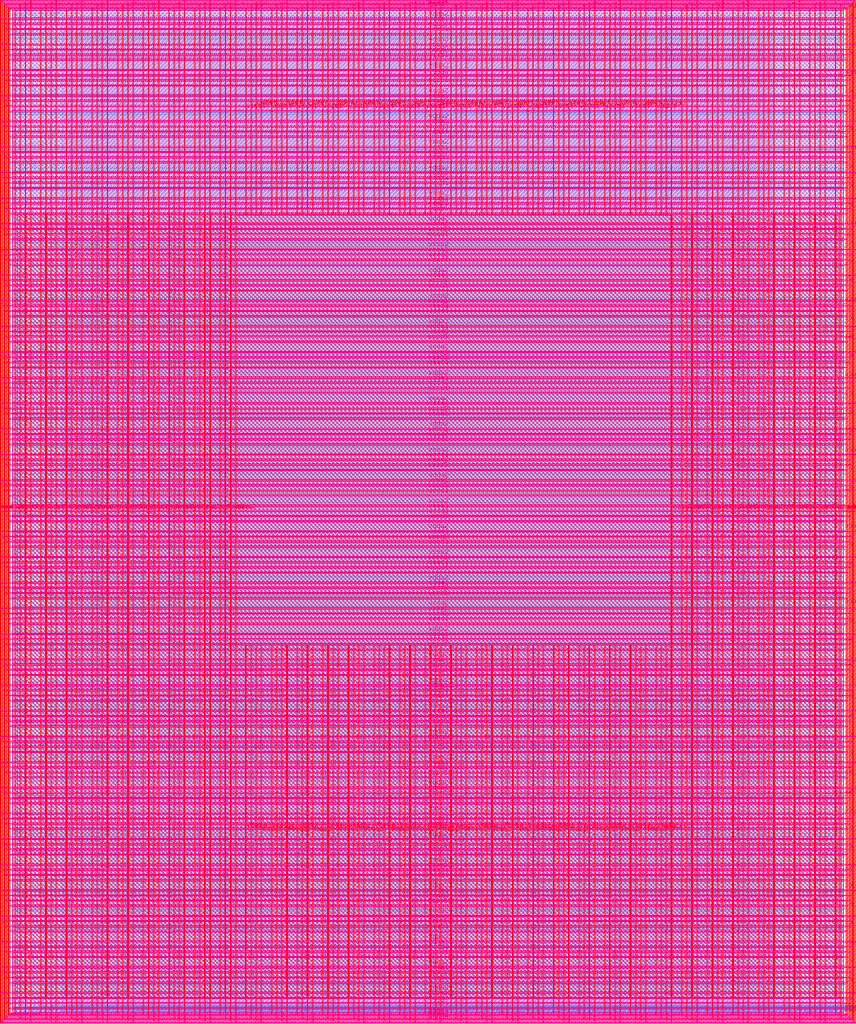
<source format=lef>
VERSION 5.7 ;
  NOWIREEXTENSIONATPIN ON ;
  DIVIDERCHAR "/" ;
  BUSBITCHARS "[]" ;
MACRO user_project_wrapper
  CLASS BLOCK ;
  FOREIGN user_project_wrapper ;
  ORIGIN 0.000 0.000 ;
  SIZE 2920.000 BY 3520.000 ;
  PIN analog_io[0]
    DIRECTION INOUT ;
    USE SIGNAL ;
    PORT
      LAYER met3 ;
        RECT 2917.600 1426.380 2924.800 1427.580 ;
    END
  END analog_io[0]
  PIN analog_io[10]
    DIRECTION INOUT ;
    USE SIGNAL ;
    PORT
      LAYER met2 ;
        RECT 2230.490 3517.600 2231.050 3524.800 ;
    END
  END analog_io[10]
  PIN analog_io[11]
    DIRECTION INOUT ;
    USE SIGNAL ;
    PORT
      LAYER met2 ;
        RECT 1905.730 3517.600 1906.290 3524.800 ;
    END
  END analog_io[11]
  PIN analog_io[12]
    DIRECTION INOUT ;
    USE SIGNAL ;
    PORT
      LAYER met2 ;
        RECT 1581.430 3517.600 1581.990 3524.800 ;
    END
  END analog_io[12]
  PIN analog_io[13]
    DIRECTION INOUT ;
    USE SIGNAL ;
    PORT
      LAYER met2 ;
        RECT 1257.130 3517.600 1257.690 3524.800 ;
    END
  END analog_io[13]
  PIN analog_io[14]
    DIRECTION INOUT ;
    USE SIGNAL ;
    PORT
      LAYER met2 ;
        RECT 932.370 3517.600 932.930 3524.800 ;
    END
  END analog_io[14]
  PIN analog_io[15]
    DIRECTION INOUT ;
    USE SIGNAL ;
    PORT
      LAYER met2 ;
        RECT 608.070 3517.600 608.630 3524.800 ;
    END
  END analog_io[15]
  PIN analog_io[16]
    DIRECTION INOUT ;
    USE SIGNAL ;
    PORT
      LAYER met2 ;
        RECT 283.770 3517.600 284.330 3524.800 ;
    END
  END analog_io[16]
  PIN analog_io[17]
    DIRECTION INOUT ;
    USE SIGNAL ;
    PORT
      LAYER met3 ;
        RECT -4.800 3486.100 2.400 3487.300 ;
    END
  END analog_io[17]
  PIN analog_io[18]
    DIRECTION INOUT ;
    USE SIGNAL ;
    PORT
      LAYER met3 ;
        RECT -4.800 3224.980 2.400 3226.180 ;
    END
  END analog_io[18]
  PIN analog_io[19]
    DIRECTION INOUT ;
    USE SIGNAL ;
    PORT
      LAYER met3 ;
        RECT -4.800 2964.540 2.400 2965.740 ;
    END
  END analog_io[19]
  PIN analog_io[1]
    DIRECTION INOUT ;
    USE SIGNAL ;
    PORT
      LAYER met3 ;
        RECT 2917.600 1692.260 2924.800 1693.460 ;
    END
  END analog_io[1]
  PIN analog_io[20]
    DIRECTION INOUT ;
    USE SIGNAL ;
    PORT
      LAYER met3 ;
        RECT -4.800 2703.420 2.400 2704.620 ;
    END
  END analog_io[20]
  PIN analog_io[21]
    DIRECTION INOUT ;
    USE SIGNAL ;
    PORT
      LAYER met3 ;
        RECT -4.800 2442.980 2.400 2444.180 ;
    END
  END analog_io[21]
  PIN analog_io[22]
    DIRECTION INOUT ;
    USE SIGNAL ;
    PORT
      LAYER met3 ;
        RECT -4.800 2182.540 2.400 2183.740 ;
    END
  END analog_io[22]
  PIN analog_io[23]
    DIRECTION INOUT ;
    USE SIGNAL ;
    PORT
      LAYER met3 ;
        RECT -4.800 1921.420 2.400 1922.620 ;
    END
  END analog_io[23]
  PIN analog_io[24]
    DIRECTION INOUT ;
    USE SIGNAL ;
    PORT
      LAYER met3 ;
        RECT -4.800 1660.980 2.400 1662.180 ;
    END
  END analog_io[24]
  PIN analog_io[25]
    DIRECTION INOUT ;
    USE SIGNAL ;
    PORT
      LAYER met3 ;
        RECT -4.800 1399.860 2.400 1401.060 ;
    END
  END analog_io[25]
  PIN analog_io[26]
    DIRECTION INOUT ;
    USE SIGNAL ;
    PORT
      LAYER met3 ;
        RECT -4.800 1139.420 2.400 1140.620 ;
    END
  END analog_io[26]
  PIN analog_io[27]
    DIRECTION INOUT ;
    USE SIGNAL ;
    PORT
      LAYER met3 ;
        RECT -4.800 878.980 2.400 880.180 ;
    END
  END analog_io[27]
  PIN analog_io[28]
    DIRECTION INOUT ;
    USE SIGNAL ;
    PORT
      LAYER met3 ;
        RECT -4.800 617.860 2.400 619.060 ;
    END
  END analog_io[28]
  PIN analog_io[2]
    DIRECTION INOUT ;
    USE SIGNAL ;
    PORT
      LAYER met3 ;
        RECT 2917.600 1958.140 2924.800 1959.340 ;
    END
  END analog_io[2]
  PIN analog_io[3]
    DIRECTION INOUT ;
    USE SIGNAL ;
    PORT
      LAYER met3 ;
        RECT 2917.600 2223.340 2924.800 2224.540 ;
    END
  END analog_io[3]
  PIN analog_io[4]
    DIRECTION INOUT ;
    USE SIGNAL ;
    PORT
      LAYER met3 ;
        RECT 2917.600 2489.220 2924.800 2490.420 ;
    END
  END analog_io[4]
  PIN analog_io[5]
    DIRECTION INOUT ;
    USE SIGNAL ;
    PORT
      LAYER met3 ;
        RECT 2917.600 2755.100 2924.800 2756.300 ;
    END
  END analog_io[5]
  PIN analog_io[6]
    DIRECTION INOUT ;
    USE SIGNAL ;
    PORT
      LAYER met3 ;
        RECT 2917.600 3020.300 2924.800 3021.500 ;
    END
  END analog_io[6]
  PIN analog_io[7]
    DIRECTION INOUT ;
    USE SIGNAL ;
    PORT
      LAYER met3 ;
        RECT 2917.600 3286.180 2924.800 3287.380 ;
    END
  END analog_io[7]
  PIN analog_io[8]
    DIRECTION INOUT ;
    USE SIGNAL ;
    PORT
      LAYER met2 ;
        RECT 2879.090 3517.600 2879.650 3524.800 ;
    END
  END analog_io[8]
  PIN analog_io[9]
    DIRECTION INOUT ;
    USE SIGNAL ;
    PORT
      LAYER met2 ;
        RECT 2554.790 3517.600 2555.350 3524.800 ;
    END
  END analog_io[9]
  PIN io_in[0]
    DIRECTION INPUT ;
    USE SIGNAL ;
    PORT
      LAYER met3 ;
        RECT 2917.600 32.380 2924.800 33.580 ;
    END
  END io_in[0]
  PIN io_in[10]
    DIRECTION INPUT ;
    USE SIGNAL ;
    PORT
      LAYER met3 ;
        RECT 2917.600 2289.980 2924.800 2291.180 ;
    END
  END io_in[10]
  PIN io_in[11]
    DIRECTION INPUT ;
    USE SIGNAL ;
    PORT
      LAYER met3 ;
        RECT 2917.600 2555.860 2924.800 2557.060 ;
    END
  END io_in[11]
  PIN io_in[12]
    DIRECTION INPUT ;
    USE SIGNAL ;
    PORT
      LAYER met3 ;
        RECT 2917.600 2821.060 2924.800 2822.260 ;
    END
  END io_in[12]
  PIN io_in[13]
    DIRECTION INPUT ;
    USE SIGNAL ;
    PORT
      LAYER met3 ;
        RECT 2917.600 3086.940 2924.800 3088.140 ;
    END
  END io_in[13]
  PIN io_in[14]
    DIRECTION INPUT ;
    USE SIGNAL ;
    PORT
      LAYER met3 ;
        RECT 2917.600 3352.820 2924.800 3354.020 ;
    END
  END io_in[14]
  PIN io_in[15]
    DIRECTION INPUT ;
    USE SIGNAL ;
    PORT
      LAYER met2 ;
        RECT 2798.130 3517.600 2798.690 3524.800 ;
    END
  END io_in[15]
  PIN io_in[16]
    DIRECTION INPUT ;
    USE SIGNAL ;
    PORT
      LAYER met2 ;
        RECT 2473.830 3517.600 2474.390 3524.800 ;
    END
  END io_in[16]
  PIN io_in[17]
    DIRECTION INPUT ;
    USE SIGNAL ;
    PORT
      LAYER met2 ;
        RECT 2149.070 3517.600 2149.630 3524.800 ;
    END
  END io_in[17]
  PIN io_in[18]
    DIRECTION INPUT ;
    USE SIGNAL ;
    PORT
      LAYER met2 ;
        RECT 1824.770 3517.600 1825.330 3524.800 ;
    END
  END io_in[18]
  PIN io_in[19]
    DIRECTION INPUT ;
    USE SIGNAL ;
    PORT
      LAYER met2 ;
        RECT 1500.470 3517.600 1501.030 3524.800 ;
    END
  END io_in[19]
  PIN io_in[1]
    DIRECTION INPUT ;
    USE SIGNAL ;
    PORT
      LAYER met3 ;
        RECT 2917.600 230.940 2924.800 232.140 ;
    END
  END io_in[1]
  PIN io_in[20]
    DIRECTION INPUT ;
    USE SIGNAL ;
    PORT
      LAYER met2 ;
        RECT 1175.710 3517.600 1176.270 3524.800 ;
    END
  END io_in[20]
  PIN io_in[21]
    DIRECTION INPUT ;
    USE SIGNAL ;
    PORT
      LAYER met2 ;
        RECT 851.410 3517.600 851.970 3524.800 ;
    END
  END io_in[21]
  PIN io_in[22]
    DIRECTION INPUT ;
    USE SIGNAL ;
    PORT
      LAYER met2 ;
        RECT 527.110 3517.600 527.670 3524.800 ;
    END
  END io_in[22]
  PIN io_in[23]
    DIRECTION INPUT ;
    USE SIGNAL ;
    PORT
      LAYER met2 ;
        RECT 202.350 3517.600 202.910 3524.800 ;
    END
  END io_in[23]
  PIN io_in[24]
    DIRECTION INPUT ;
    USE SIGNAL ;
    PORT
      LAYER met3 ;
        RECT -4.800 3420.820 2.400 3422.020 ;
    END
  END io_in[24]
  PIN io_in[25]
    DIRECTION INPUT ;
    USE SIGNAL ;
    PORT
      LAYER met3 ;
        RECT -4.800 3159.700 2.400 3160.900 ;
    END
  END io_in[25]
  PIN io_in[26]
    DIRECTION INPUT ;
    USE SIGNAL ;
    PORT
      LAYER met3 ;
        RECT -4.800 2899.260 2.400 2900.460 ;
    END
  END io_in[26]
  PIN io_in[27]
    DIRECTION INPUT ;
    USE SIGNAL ;
    PORT
      LAYER met3 ;
        RECT -4.800 2638.820 2.400 2640.020 ;
    END
  END io_in[27]
  PIN io_in[28]
    DIRECTION INPUT ;
    USE SIGNAL ;
    PORT
      LAYER met3 ;
        RECT -4.800 2377.700 2.400 2378.900 ;
    END
  END io_in[28]
  PIN io_in[29]
    DIRECTION INPUT ;
    USE SIGNAL ;
    PORT
      LAYER met3 ;
        RECT -4.800 2117.260 2.400 2118.460 ;
    END
  END io_in[29]
  PIN io_in[2]
    DIRECTION INPUT ;
    USE SIGNAL ;
    PORT
      LAYER met3 ;
        RECT 2917.600 430.180 2924.800 431.380 ;
    END
  END io_in[2]
  PIN io_in[30]
    DIRECTION INPUT ;
    USE SIGNAL ;
    PORT
      LAYER met3 ;
        RECT -4.800 1856.140 2.400 1857.340 ;
    END
  END io_in[30]
  PIN io_in[31]
    DIRECTION INPUT ;
    USE SIGNAL ;
    PORT
      LAYER met3 ;
        RECT -4.800 1595.700 2.400 1596.900 ;
    END
  END io_in[31]
  PIN io_in[32]
    DIRECTION INPUT ;
    USE SIGNAL ;
    PORT
      LAYER met3 ;
        RECT -4.800 1335.260 2.400 1336.460 ;
    END
  END io_in[32]
  PIN io_in[33]
    DIRECTION INPUT ;
    USE SIGNAL ;
    PORT
      LAYER met3 ;
        RECT -4.800 1074.140 2.400 1075.340 ;
    END
  END io_in[33]
  PIN io_in[34]
    DIRECTION INPUT ;
    USE SIGNAL ;
    PORT
      LAYER met3 ;
        RECT -4.800 813.700 2.400 814.900 ;
    END
  END io_in[34]
  PIN io_in[35]
    DIRECTION INPUT ;
    USE SIGNAL ;
    PORT
      LAYER met3 ;
        RECT -4.800 552.580 2.400 553.780 ;
    END
  END io_in[35]
  PIN io_in[36]
    DIRECTION INPUT ;
    USE SIGNAL ;
    PORT
      LAYER met3 ;
        RECT -4.800 357.420 2.400 358.620 ;
    END
  END io_in[36]
  PIN io_in[37]
    DIRECTION INPUT ;
    USE SIGNAL ;
    PORT
      LAYER met3 ;
        RECT -4.800 161.580 2.400 162.780 ;
    END
  END io_in[37]
  PIN io_in[3]
    DIRECTION INPUT ;
    USE SIGNAL ;
    PORT
      LAYER met3 ;
        RECT 2917.600 629.420 2924.800 630.620 ;
    END
  END io_in[3]
  PIN io_in[4]
    DIRECTION INPUT ;
    USE SIGNAL ;
    PORT
      LAYER met3 ;
        RECT 2917.600 828.660 2924.800 829.860 ;
    END
  END io_in[4]
  PIN io_in[5]
    DIRECTION INPUT ;
    USE SIGNAL ;
    PORT
      LAYER met3 ;
        RECT 2917.600 1027.900 2924.800 1029.100 ;
    END
  END io_in[5]
  PIN io_in[6]
    DIRECTION INPUT ;
    USE SIGNAL ;
    PORT
      LAYER met3 ;
        RECT 2917.600 1227.140 2924.800 1228.340 ;
    END
  END io_in[6]
  PIN io_in[7]
    DIRECTION INPUT ;
    USE SIGNAL ;
    PORT
      LAYER met3 ;
        RECT 2917.600 1493.020 2924.800 1494.220 ;
    END
  END io_in[7]
  PIN io_in[8]
    DIRECTION INPUT ;
    USE SIGNAL ;
    PORT
      LAYER met3 ;
        RECT 2917.600 1758.900 2924.800 1760.100 ;
    END
  END io_in[8]
  PIN io_in[9]
    DIRECTION INPUT ;
    USE SIGNAL ;
    PORT
      LAYER met3 ;
        RECT 2917.600 2024.100 2924.800 2025.300 ;
    END
  END io_in[9]
  PIN io_oeb[0]
    DIRECTION OUTPUT TRISTATE ;
    USE SIGNAL ;
    PORT
      LAYER met3 ;
        RECT 2917.600 164.980 2924.800 166.180 ;
    END
  END io_oeb[0]
  PIN io_oeb[10]
    DIRECTION OUTPUT TRISTATE ;
    USE SIGNAL ;
    PORT
      LAYER met3 ;
        RECT 2917.600 2422.580 2924.800 2423.780 ;
    END
  END io_oeb[10]
  PIN io_oeb[11]
    DIRECTION OUTPUT TRISTATE ;
    USE SIGNAL ;
    PORT
      LAYER met3 ;
        RECT 2917.600 2688.460 2924.800 2689.660 ;
    END
  END io_oeb[11]
  PIN io_oeb[12]
    DIRECTION OUTPUT TRISTATE ;
    USE SIGNAL ;
    PORT
      LAYER met3 ;
        RECT 2917.600 2954.340 2924.800 2955.540 ;
    END
  END io_oeb[12]
  PIN io_oeb[13]
    DIRECTION OUTPUT TRISTATE ;
    USE SIGNAL ;
    PORT
      LAYER met3 ;
        RECT 2917.600 3219.540 2924.800 3220.740 ;
    END
  END io_oeb[13]
  PIN io_oeb[14]
    DIRECTION OUTPUT TRISTATE ;
    USE SIGNAL ;
    PORT
      LAYER met3 ;
        RECT 2917.600 3485.420 2924.800 3486.620 ;
    END
  END io_oeb[14]
  PIN io_oeb[15]
    DIRECTION OUTPUT TRISTATE ;
    USE SIGNAL ;
    PORT
      LAYER met2 ;
        RECT 2635.750 3517.600 2636.310 3524.800 ;
    END
  END io_oeb[15]
  PIN io_oeb[16]
    DIRECTION OUTPUT TRISTATE ;
    USE SIGNAL ;
    PORT
      LAYER met2 ;
        RECT 2311.450 3517.600 2312.010 3524.800 ;
    END
  END io_oeb[16]
  PIN io_oeb[17]
    DIRECTION OUTPUT TRISTATE ;
    USE SIGNAL ;
    PORT
      LAYER met2 ;
        RECT 1987.150 3517.600 1987.710 3524.800 ;
    END
  END io_oeb[17]
  PIN io_oeb[18]
    DIRECTION OUTPUT TRISTATE ;
    USE SIGNAL ;
    PORT
      LAYER met2 ;
        RECT 1662.390 3517.600 1662.950 3524.800 ;
    END
  END io_oeb[18]
  PIN io_oeb[19]
    DIRECTION OUTPUT TRISTATE ;
    USE SIGNAL ;
    PORT
      LAYER met2 ;
        RECT 1338.090 3517.600 1338.650 3524.800 ;
    END
  END io_oeb[19]
  PIN io_oeb[1]
    DIRECTION OUTPUT TRISTATE ;
    USE SIGNAL ;
    PORT
      LAYER met3 ;
        RECT 2917.600 364.220 2924.800 365.420 ;
    END
  END io_oeb[1]
  PIN io_oeb[20]
    DIRECTION OUTPUT TRISTATE ;
    USE SIGNAL ;
    PORT
      LAYER met2 ;
        RECT 1013.790 3517.600 1014.350 3524.800 ;
    END
  END io_oeb[20]
  PIN io_oeb[21]
    DIRECTION OUTPUT TRISTATE ;
    USE SIGNAL ;
    PORT
      LAYER met2 ;
        RECT 689.030 3517.600 689.590 3524.800 ;
    END
  END io_oeb[21]
  PIN io_oeb[22]
    DIRECTION OUTPUT TRISTATE ;
    USE SIGNAL ;
    PORT
      LAYER met2 ;
        RECT 364.730 3517.600 365.290 3524.800 ;
    END
  END io_oeb[22]
  PIN io_oeb[23]
    DIRECTION OUTPUT TRISTATE ;
    USE SIGNAL ;
    PORT
      LAYER met2 ;
        RECT 40.430 3517.600 40.990 3524.800 ;
    END
  END io_oeb[23]
  PIN io_oeb[24]
    DIRECTION OUTPUT TRISTATE ;
    USE SIGNAL ;
    PORT
      LAYER met3 ;
        RECT -4.800 3290.260 2.400 3291.460 ;
    END
  END io_oeb[24]
  PIN io_oeb[25]
    DIRECTION OUTPUT TRISTATE ;
    USE SIGNAL ;
    PORT
      LAYER met3 ;
        RECT -4.800 3029.820 2.400 3031.020 ;
    END
  END io_oeb[25]
  PIN io_oeb[26]
    DIRECTION OUTPUT TRISTATE ;
    USE SIGNAL ;
    PORT
      LAYER met3 ;
        RECT -4.800 2768.700 2.400 2769.900 ;
    END
  END io_oeb[26]
  PIN io_oeb[27]
    DIRECTION OUTPUT TRISTATE ;
    USE SIGNAL ;
    PORT
      LAYER met3 ;
        RECT -4.800 2508.260 2.400 2509.460 ;
    END
  END io_oeb[27]
  PIN io_oeb[28]
    DIRECTION OUTPUT TRISTATE ;
    USE SIGNAL ;
    PORT
      LAYER met3 ;
        RECT -4.800 2247.140 2.400 2248.340 ;
    END
  END io_oeb[28]
  PIN io_oeb[29]
    DIRECTION OUTPUT TRISTATE ;
    USE SIGNAL ;
    PORT
      LAYER met3 ;
        RECT -4.800 1986.700 2.400 1987.900 ;
    END
  END io_oeb[29]
  PIN io_oeb[2]
    DIRECTION OUTPUT TRISTATE ;
    USE SIGNAL ;
    PORT
      LAYER met3 ;
        RECT 2917.600 563.460 2924.800 564.660 ;
    END
  END io_oeb[2]
  PIN io_oeb[30]
    DIRECTION OUTPUT TRISTATE ;
    USE SIGNAL ;
    PORT
      LAYER met3 ;
        RECT -4.800 1726.260 2.400 1727.460 ;
    END
  END io_oeb[30]
  PIN io_oeb[31]
    DIRECTION OUTPUT TRISTATE ;
    USE SIGNAL ;
    PORT
      LAYER met3 ;
        RECT -4.800 1465.140 2.400 1466.340 ;
    END
  END io_oeb[31]
  PIN io_oeb[32]
    DIRECTION OUTPUT TRISTATE ;
    USE SIGNAL ;
    PORT
      LAYER met3 ;
        RECT -4.800 1204.700 2.400 1205.900 ;
    END
  END io_oeb[32]
  PIN io_oeb[33]
    DIRECTION OUTPUT TRISTATE ;
    USE SIGNAL ;
    PORT
      LAYER met3 ;
        RECT -4.800 943.580 2.400 944.780 ;
    END
  END io_oeb[33]
  PIN io_oeb[34]
    DIRECTION OUTPUT TRISTATE ;
    USE SIGNAL ;
    PORT
      LAYER met3 ;
        RECT -4.800 683.140 2.400 684.340 ;
    END
  END io_oeb[34]
  PIN io_oeb[35]
    DIRECTION OUTPUT TRISTATE ;
    USE SIGNAL ;
    PORT
      LAYER met3 ;
        RECT -4.800 422.700 2.400 423.900 ;
    END
  END io_oeb[35]
  PIN io_oeb[36]
    DIRECTION OUTPUT TRISTATE ;
    USE SIGNAL ;
    PORT
      LAYER met3 ;
        RECT -4.800 226.860 2.400 228.060 ;
    END
  END io_oeb[36]
  PIN io_oeb[37]
    DIRECTION OUTPUT TRISTATE ;
    USE SIGNAL ;
    PORT
      LAYER met3 ;
        RECT -4.800 31.700 2.400 32.900 ;
    END
  END io_oeb[37]
  PIN io_oeb[3]
    DIRECTION OUTPUT TRISTATE ;
    USE SIGNAL ;
    PORT
      LAYER met3 ;
        RECT 2917.600 762.700 2924.800 763.900 ;
    END
  END io_oeb[3]
  PIN io_oeb[4]
    DIRECTION OUTPUT TRISTATE ;
    USE SIGNAL ;
    PORT
      LAYER met3 ;
        RECT 2917.600 961.940 2924.800 963.140 ;
    END
  END io_oeb[4]
  PIN io_oeb[5]
    DIRECTION OUTPUT TRISTATE ;
    USE SIGNAL ;
    PORT
      LAYER met3 ;
        RECT 2917.600 1161.180 2924.800 1162.380 ;
    END
  END io_oeb[5]
  PIN io_oeb[6]
    DIRECTION OUTPUT TRISTATE ;
    USE SIGNAL ;
    PORT
      LAYER met3 ;
        RECT 2917.600 1360.420 2924.800 1361.620 ;
    END
  END io_oeb[6]
  PIN io_oeb[7]
    DIRECTION OUTPUT TRISTATE ;
    USE SIGNAL ;
    PORT
      LAYER met3 ;
        RECT 2917.600 1625.620 2924.800 1626.820 ;
    END
  END io_oeb[7]
  PIN io_oeb[8]
    DIRECTION OUTPUT TRISTATE ;
    USE SIGNAL ;
    PORT
      LAYER met3 ;
        RECT 2917.600 1891.500 2924.800 1892.700 ;
    END
  END io_oeb[8]
  PIN io_oeb[9]
    DIRECTION OUTPUT TRISTATE ;
    USE SIGNAL ;
    PORT
      LAYER met3 ;
        RECT 2917.600 2157.380 2924.800 2158.580 ;
    END
  END io_oeb[9]
  PIN io_out[0]
    DIRECTION OUTPUT TRISTATE ;
    USE SIGNAL ;
    PORT
      LAYER met3 ;
        RECT 2917.600 98.340 2924.800 99.540 ;
    END
  END io_out[0]
  PIN io_out[10]
    DIRECTION OUTPUT TRISTATE ;
    USE SIGNAL ;
    PORT
      LAYER met3 ;
        RECT 2917.600 2356.620 2924.800 2357.820 ;
    END
  END io_out[10]
  PIN io_out[11]
    DIRECTION OUTPUT TRISTATE ;
    USE SIGNAL ;
    PORT
      LAYER met3 ;
        RECT 2917.600 2621.820 2924.800 2623.020 ;
    END
  END io_out[11]
  PIN io_out[12]
    DIRECTION OUTPUT TRISTATE ;
    USE SIGNAL ;
    PORT
      LAYER met3 ;
        RECT 2917.600 2887.700 2924.800 2888.900 ;
    END
  END io_out[12]
  PIN io_out[13]
    DIRECTION OUTPUT TRISTATE ;
    USE SIGNAL ;
    PORT
      LAYER met3 ;
        RECT 2917.600 3153.580 2924.800 3154.780 ;
    END
  END io_out[13]
  PIN io_out[14]
    DIRECTION OUTPUT TRISTATE ;
    USE SIGNAL ;
    PORT
      LAYER met3 ;
        RECT 2917.600 3418.780 2924.800 3419.980 ;
    END
  END io_out[14]
  PIN io_out[15]
    DIRECTION OUTPUT TRISTATE ;
    USE SIGNAL ;
    PORT
      LAYER met2 ;
        RECT 2717.170 3517.600 2717.730 3524.800 ;
    END
  END io_out[15]
  PIN io_out[16]
    DIRECTION OUTPUT TRISTATE ;
    USE SIGNAL ;
    PORT
      LAYER met2 ;
        RECT 2392.410 3517.600 2392.970 3524.800 ;
    END
  END io_out[16]
  PIN io_out[17]
    DIRECTION OUTPUT TRISTATE ;
    USE SIGNAL ;
    PORT
      LAYER met2 ;
        RECT 2068.110 3517.600 2068.670 3524.800 ;
    END
  END io_out[17]
  PIN io_out[18]
    DIRECTION OUTPUT TRISTATE ;
    USE SIGNAL ;
    PORT
      LAYER met2 ;
        RECT 1743.810 3517.600 1744.370 3524.800 ;
    END
  END io_out[18]
  PIN io_out[19]
    DIRECTION OUTPUT TRISTATE ;
    USE SIGNAL ;
    PORT
      LAYER met2 ;
        RECT 1419.050 3517.600 1419.610 3524.800 ;
    END
  END io_out[19]
  PIN io_out[1]
    DIRECTION OUTPUT TRISTATE ;
    USE SIGNAL ;
    PORT
      LAYER met3 ;
        RECT 2917.600 297.580 2924.800 298.780 ;
    END
  END io_out[1]
  PIN io_out[20]
    DIRECTION OUTPUT TRISTATE ;
    USE SIGNAL ;
    PORT
      LAYER met2 ;
        RECT 1094.750 3517.600 1095.310 3524.800 ;
    END
  END io_out[20]
  PIN io_out[21]
    DIRECTION OUTPUT TRISTATE ;
    USE SIGNAL ;
    PORT
      LAYER met2 ;
        RECT 770.450 3517.600 771.010 3524.800 ;
    END
  END io_out[21]
  PIN io_out[22]
    DIRECTION OUTPUT TRISTATE ;
    USE SIGNAL ;
    PORT
      LAYER met2 ;
        RECT 445.690 3517.600 446.250 3524.800 ;
    END
  END io_out[22]
  PIN io_out[23]
    DIRECTION OUTPUT TRISTATE ;
    USE SIGNAL ;
    PORT
      LAYER met2 ;
        RECT 121.390 3517.600 121.950 3524.800 ;
    END
  END io_out[23]
  PIN io_out[24]
    DIRECTION OUTPUT TRISTATE ;
    USE SIGNAL ;
    PORT
      LAYER met3 ;
        RECT -4.800 3355.540 2.400 3356.740 ;
    END
  END io_out[24]
  PIN io_out[25]
    DIRECTION OUTPUT TRISTATE ;
    USE SIGNAL ;
    PORT
      LAYER met3 ;
        RECT -4.800 3095.100 2.400 3096.300 ;
    END
  END io_out[25]
  PIN io_out[26]
    DIRECTION OUTPUT TRISTATE ;
    USE SIGNAL ;
    PORT
      LAYER met3 ;
        RECT -4.800 2833.980 2.400 2835.180 ;
    END
  END io_out[26]
  PIN io_out[27]
    DIRECTION OUTPUT TRISTATE ;
    USE SIGNAL ;
    PORT
      LAYER met3 ;
        RECT -4.800 2573.540 2.400 2574.740 ;
    END
  END io_out[27]
  PIN io_out[28]
    DIRECTION OUTPUT TRISTATE ;
    USE SIGNAL ;
    PORT
      LAYER met3 ;
        RECT -4.800 2312.420 2.400 2313.620 ;
    END
  END io_out[28]
  PIN io_out[29]
    DIRECTION OUTPUT TRISTATE ;
    USE SIGNAL ;
    PORT
      LAYER met3 ;
        RECT -4.800 2051.980 2.400 2053.180 ;
    END
  END io_out[29]
  PIN io_out[2]
    DIRECTION OUTPUT TRISTATE ;
    USE SIGNAL ;
    PORT
      LAYER met3 ;
        RECT 2917.600 496.820 2924.800 498.020 ;
    END
  END io_out[2]
  PIN io_out[30]
    DIRECTION OUTPUT TRISTATE ;
    USE SIGNAL ;
    PORT
      LAYER met3 ;
        RECT -4.800 1791.540 2.400 1792.740 ;
    END
  END io_out[30]
  PIN io_out[31]
    DIRECTION OUTPUT TRISTATE ;
    USE SIGNAL ;
    PORT
      LAYER met3 ;
        RECT -4.800 1530.420 2.400 1531.620 ;
    END
  END io_out[31]
  PIN io_out[32]
    DIRECTION OUTPUT TRISTATE ;
    USE SIGNAL ;
    PORT
      LAYER met3 ;
        RECT -4.800 1269.980 2.400 1271.180 ;
    END
  END io_out[32]
  PIN io_out[33]
    DIRECTION OUTPUT TRISTATE ;
    USE SIGNAL ;
    PORT
      LAYER met3 ;
        RECT -4.800 1008.860 2.400 1010.060 ;
    END
  END io_out[33]
  PIN io_out[34]
    DIRECTION OUTPUT TRISTATE ;
    USE SIGNAL ;
    PORT
      LAYER met3 ;
        RECT -4.800 748.420 2.400 749.620 ;
    END
  END io_out[34]
  PIN io_out[35]
    DIRECTION OUTPUT TRISTATE ;
    USE SIGNAL ;
    PORT
      LAYER met3 ;
        RECT -4.800 487.300 2.400 488.500 ;
    END
  END io_out[35]
  PIN io_out[36]
    DIRECTION OUTPUT TRISTATE ;
    USE SIGNAL ;
    PORT
      LAYER met3 ;
        RECT -4.800 292.140 2.400 293.340 ;
    END
  END io_out[36]
  PIN io_out[37]
    DIRECTION OUTPUT TRISTATE ;
    USE SIGNAL ;
    PORT
      LAYER met3 ;
        RECT -4.800 96.300 2.400 97.500 ;
    END
  END io_out[37]
  PIN io_out[3]
    DIRECTION OUTPUT TRISTATE ;
    USE SIGNAL ;
    PORT
      LAYER met3 ;
        RECT 2917.600 696.060 2924.800 697.260 ;
    END
  END io_out[3]
  PIN io_out[4]
    DIRECTION OUTPUT TRISTATE ;
    USE SIGNAL ;
    PORT
      LAYER met3 ;
        RECT 2917.600 895.300 2924.800 896.500 ;
    END
  END io_out[4]
  PIN io_out[5]
    DIRECTION OUTPUT TRISTATE ;
    USE SIGNAL ;
    PORT
      LAYER met3 ;
        RECT 2917.600 1094.540 2924.800 1095.740 ;
    END
  END io_out[5]
  PIN io_out[6]
    DIRECTION OUTPUT TRISTATE ;
    USE SIGNAL ;
    PORT
      LAYER met3 ;
        RECT 2917.600 1293.780 2924.800 1294.980 ;
    END
  END io_out[6]
  PIN io_out[7]
    DIRECTION OUTPUT TRISTATE ;
    USE SIGNAL ;
    PORT
      LAYER met3 ;
        RECT 2917.600 1559.660 2924.800 1560.860 ;
    END
  END io_out[7]
  PIN io_out[8]
    DIRECTION OUTPUT TRISTATE ;
    USE SIGNAL ;
    PORT
      LAYER met3 ;
        RECT 2917.600 1824.860 2924.800 1826.060 ;
    END
  END io_out[8]
  PIN io_out[9]
    DIRECTION OUTPUT TRISTATE ;
    USE SIGNAL ;
    PORT
      LAYER met3 ;
        RECT 2917.600 2090.740 2924.800 2091.940 ;
    END
  END io_out[9]
  PIN la_data_in[0]
    DIRECTION INPUT ;
    USE SIGNAL ;
    PORT
      LAYER met2 ;
        RECT 629.230 -4.800 629.790 2.400 ;
    END
  END la_data_in[0]
  PIN la_data_in[100]
    DIRECTION INPUT ;
    USE SIGNAL ;
    PORT
      LAYER met2 ;
        RECT 2402.530 -4.800 2403.090 2.400 ;
    END
  END la_data_in[100]
  PIN la_data_in[101]
    DIRECTION INPUT ;
    USE SIGNAL ;
    PORT
      LAYER met2 ;
        RECT 2420.010 -4.800 2420.570 2.400 ;
    END
  END la_data_in[101]
  PIN la_data_in[102]
    DIRECTION INPUT ;
    USE SIGNAL ;
    PORT
      LAYER met2 ;
        RECT 2437.950 -4.800 2438.510 2.400 ;
    END
  END la_data_in[102]
  PIN la_data_in[103]
    DIRECTION INPUT ;
    USE SIGNAL ;
    PORT
      LAYER met2 ;
        RECT 2455.430 -4.800 2455.990 2.400 ;
    END
  END la_data_in[103]
  PIN la_data_in[104]
    DIRECTION INPUT ;
    USE SIGNAL ;
    PORT
      LAYER met2 ;
        RECT 2473.370 -4.800 2473.930 2.400 ;
    END
  END la_data_in[104]
  PIN la_data_in[105]
    DIRECTION INPUT ;
    USE SIGNAL ;
    PORT
      LAYER met2 ;
        RECT 2490.850 -4.800 2491.410 2.400 ;
    END
  END la_data_in[105]
  PIN la_data_in[106]
    DIRECTION INPUT ;
    USE SIGNAL ;
    PORT
      LAYER met2 ;
        RECT 2508.790 -4.800 2509.350 2.400 ;
    END
  END la_data_in[106]
  PIN la_data_in[107]
    DIRECTION INPUT ;
    USE SIGNAL ;
    PORT
      LAYER met2 ;
        RECT 2526.730 -4.800 2527.290 2.400 ;
    END
  END la_data_in[107]
  PIN la_data_in[108]
    DIRECTION INPUT ;
    USE SIGNAL ;
    PORT
      LAYER met2 ;
        RECT 2544.210 -4.800 2544.770 2.400 ;
    END
  END la_data_in[108]
  PIN la_data_in[109]
    DIRECTION INPUT ;
    USE SIGNAL ;
    PORT
      LAYER met2 ;
        RECT 2562.150 -4.800 2562.710 2.400 ;
    END
  END la_data_in[109]
  PIN la_data_in[10]
    DIRECTION INPUT ;
    USE SIGNAL ;
    PORT
      LAYER met2 ;
        RECT 806.330 -4.800 806.890 2.400 ;
    END
  END la_data_in[10]
  PIN la_data_in[110]
    DIRECTION INPUT ;
    USE SIGNAL ;
    PORT
      LAYER met2 ;
        RECT 2579.630 -4.800 2580.190 2.400 ;
    END
  END la_data_in[110]
  PIN la_data_in[111]
    DIRECTION INPUT ;
    USE SIGNAL ;
    PORT
      LAYER met2 ;
        RECT 2597.570 -4.800 2598.130 2.400 ;
    END
  END la_data_in[111]
  PIN la_data_in[112]
    DIRECTION INPUT ;
    USE SIGNAL ;
    PORT
      LAYER met2 ;
        RECT 2615.050 -4.800 2615.610 2.400 ;
    END
  END la_data_in[112]
  PIN la_data_in[113]
    DIRECTION INPUT ;
    USE SIGNAL ;
    PORT
      LAYER met2 ;
        RECT 2632.990 -4.800 2633.550 2.400 ;
    END
  END la_data_in[113]
  PIN la_data_in[114]
    DIRECTION INPUT ;
    USE SIGNAL ;
    PORT
      LAYER met2 ;
        RECT 2650.470 -4.800 2651.030 2.400 ;
    END
  END la_data_in[114]
  PIN la_data_in[115]
    DIRECTION INPUT ;
    USE SIGNAL ;
    PORT
      LAYER met2 ;
        RECT 2668.410 -4.800 2668.970 2.400 ;
    END
  END la_data_in[115]
  PIN la_data_in[116]
    DIRECTION INPUT ;
    USE SIGNAL ;
    PORT
      LAYER met2 ;
        RECT 2685.890 -4.800 2686.450 2.400 ;
    END
  END la_data_in[116]
  PIN la_data_in[117]
    DIRECTION INPUT ;
    USE SIGNAL ;
    PORT
      LAYER met2 ;
        RECT 2703.830 -4.800 2704.390 2.400 ;
    END
  END la_data_in[117]
  PIN la_data_in[118]
    DIRECTION INPUT ;
    USE SIGNAL ;
    PORT
      LAYER met2 ;
        RECT 2721.770 -4.800 2722.330 2.400 ;
    END
  END la_data_in[118]
  PIN la_data_in[119]
    DIRECTION INPUT ;
    USE SIGNAL ;
    PORT
      LAYER met2 ;
        RECT 2739.250 -4.800 2739.810 2.400 ;
    END
  END la_data_in[119]
  PIN la_data_in[11]
    DIRECTION INPUT ;
    USE SIGNAL ;
    PORT
      LAYER met2 ;
        RECT 824.270 -4.800 824.830 2.400 ;
    END
  END la_data_in[11]
  PIN la_data_in[120]
    DIRECTION INPUT ;
    USE SIGNAL ;
    PORT
      LAYER met2 ;
        RECT 2757.190 -4.800 2757.750 2.400 ;
    END
  END la_data_in[120]
  PIN la_data_in[121]
    DIRECTION INPUT ;
    USE SIGNAL ;
    PORT
      LAYER met2 ;
        RECT 2774.670 -4.800 2775.230 2.400 ;
    END
  END la_data_in[121]
  PIN la_data_in[122]
    DIRECTION INPUT ;
    USE SIGNAL ;
    PORT
      LAYER met2 ;
        RECT 2792.610 -4.800 2793.170 2.400 ;
    END
  END la_data_in[122]
  PIN la_data_in[123]
    DIRECTION INPUT ;
    USE SIGNAL ;
    PORT
      LAYER met2 ;
        RECT 2810.090 -4.800 2810.650 2.400 ;
    END
  END la_data_in[123]
  PIN la_data_in[124]
    DIRECTION INPUT ;
    USE SIGNAL ;
    PORT
      LAYER met2 ;
        RECT 2828.030 -4.800 2828.590 2.400 ;
    END
  END la_data_in[124]
  PIN la_data_in[125]
    DIRECTION INPUT ;
    USE SIGNAL ;
    PORT
      LAYER met2 ;
        RECT 2845.510 -4.800 2846.070 2.400 ;
    END
  END la_data_in[125]
  PIN la_data_in[126]
    DIRECTION INPUT ;
    USE SIGNAL ;
    PORT
      LAYER met2 ;
        RECT 2863.450 -4.800 2864.010 2.400 ;
    END
  END la_data_in[126]
  PIN la_data_in[127]
    DIRECTION INPUT ;
    USE SIGNAL ;
    PORT
      LAYER met2 ;
        RECT 2881.390 -4.800 2881.950 2.400 ;
    END
  END la_data_in[127]
  PIN la_data_in[12]
    DIRECTION INPUT ;
    USE SIGNAL ;
    PORT
      LAYER met2 ;
        RECT 841.750 -4.800 842.310 2.400 ;
    END
  END la_data_in[12]
  PIN la_data_in[13]
    DIRECTION INPUT ;
    USE SIGNAL ;
    PORT
      LAYER met2 ;
        RECT 859.690 -4.800 860.250 2.400 ;
    END
  END la_data_in[13]
  PIN la_data_in[14]
    DIRECTION INPUT ;
    USE SIGNAL ;
    PORT
      LAYER met2 ;
        RECT 877.170 -4.800 877.730 2.400 ;
    END
  END la_data_in[14]
  PIN la_data_in[15]
    DIRECTION INPUT ;
    USE SIGNAL ;
    PORT
      LAYER met2 ;
        RECT 895.110 -4.800 895.670 2.400 ;
    END
  END la_data_in[15]
  PIN la_data_in[16]
    DIRECTION INPUT ;
    USE SIGNAL ;
    PORT
      LAYER met2 ;
        RECT 912.590 -4.800 913.150 2.400 ;
    END
  END la_data_in[16]
  PIN la_data_in[17]
    DIRECTION INPUT ;
    USE SIGNAL ;
    PORT
      LAYER met2 ;
        RECT 930.530 -4.800 931.090 2.400 ;
    END
  END la_data_in[17]
  PIN la_data_in[18]
    DIRECTION INPUT ;
    USE SIGNAL ;
    PORT
      LAYER met2 ;
        RECT 948.470 -4.800 949.030 2.400 ;
    END
  END la_data_in[18]
  PIN la_data_in[19]
    DIRECTION INPUT ;
    USE SIGNAL ;
    PORT
      LAYER met2 ;
        RECT 965.950 -4.800 966.510 2.400 ;
    END
  END la_data_in[19]
  PIN la_data_in[1]
    DIRECTION INPUT ;
    USE SIGNAL ;
    PORT
      LAYER met2 ;
        RECT 646.710 -4.800 647.270 2.400 ;
    END
  END la_data_in[1]
  PIN la_data_in[20]
    DIRECTION INPUT ;
    USE SIGNAL ;
    PORT
      LAYER met2 ;
        RECT 983.890 -4.800 984.450 2.400 ;
    END
  END la_data_in[20]
  PIN la_data_in[21]
    DIRECTION INPUT ;
    USE SIGNAL ;
    PORT
      LAYER met2 ;
        RECT 1001.370 -4.800 1001.930 2.400 ;
    END
  END la_data_in[21]
  PIN la_data_in[22]
    DIRECTION INPUT ;
    USE SIGNAL ;
    PORT
      LAYER met2 ;
        RECT 1019.310 -4.800 1019.870 2.400 ;
    END
  END la_data_in[22]
  PIN la_data_in[23]
    DIRECTION INPUT ;
    USE SIGNAL ;
    PORT
      LAYER met2 ;
        RECT 1036.790 -4.800 1037.350 2.400 ;
    END
  END la_data_in[23]
  PIN la_data_in[24]
    DIRECTION INPUT ;
    USE SIGNAL ;
    PORT
      LAYER met2 ;
        RECT 1054.730 -4.800 1055.290 2.400 ;
    END
  END la_data_in[24]
  PIN la_data_in[25]
    DIRECTION INPUT ;
    USE SIGNAL ;
    PORT
      LAYER met2 ;
        RECT 1072.210 -4.800 1072.770 2.400 ;
    END
  END la_data_in[25]
  PIN la_data_in[26]
    DIRECTION INPUT ;
    USE SIGNAL ;
    PORT
      LAYER met2 ;
        RECT 1090.150 -4.800 1090.710 2.400 ;
    END
  END la_data_in[26]
  PIN la_data_in[27]
    DIRECTION INPUT ;
    USE SIGNAL ;
    PORT
      LAYER met2 ;
        RECT 1107.630 -4.800 1108.190 2.400 ;
    END
  END la_data_in[27]
  PIN la_data_in[28]
    DIRECTION INPUT ;
    USE SIGNAL ;
    PORT
      LAYER met2 ;
        RECT 1125.570 -4.800 1126.130 2.400 ;
    END
  END la_data_in[28]
  PIN la_data_in[29]
    DIRECTION INPUT ;
    USE SIGNAL ;
    PORT
      LAYER met2 ;
        RECT 1143.510 -4.800 1144.070 2.400 ;
    END
  END la_data_in[29]
  PIN la_data_in[2]
    DIRECTION INPUT ;
    USE SIGNAL ;
    PORT
      LAYER met2 ;
        RECT 664.650 -4.800 665.210 2.400 ;
    END
  END la_data_in[2]
  PIN la_data_in[30]
    DIRECTION INPUT ;
    USE SIGNAL ;
    PORT
      LAYER met2 ;
        RECT 1160.990 -4.800 1161.550 2.400 ;
    END
  END la_data_in[30]
  PIN la_data_in[31]
    DIRECTION INPUT ;
    USE SIGNAL ;
    PORT
      LAYER met2 ;
        RECT 1178.930 -4.800 1179.490 2.400 ;
    END
  END la_data_in[31]
  PIN la_data_in[32]
    DIRECTION INPUT ;
    USE SIGNAL ;
    PORT
      LAYER met2 ;
        RECT 1196.410 -4.800 1196.970 2.400 ;
    END
  END la_data_in[32]
  PIN la_data_in[33]
    DIRECTION INPUT ;
    USE SIGNAL ;
    PORT
      LAYER met2 ;
        RECT 1214.350 -4.800 1214.910 2.400 ;
    END
  END la_data_in[33]
  PIN la_data_in[34]
    DIRECTION INPUT ;
    USE SIGNAL ;
    PORT
      LAYER met2 ;
        RECT 1231.830 -4.800 1232.390 2.400 ;
    END
  END la_data_in[34]
  PIN la_data_in[35]
    DIRECTION INPUT ;
    USE SIGNAL ;
    PORT
      LAYER met2 ;
        RECT 1249.770 -4.800 1250.330 2.400 ;
    END
  END la_data_in[35]
  PIN la_data_in[36]
    DIRECTION INPUT ;
    USE SIGNAL ;
    PORT
      LAYER met2 ;
        RECT 1267.250 -4.800 1267.810 2.400 ;
    END
  END la_data_in[36]
  PIN la_data_in[37]
    DIRECTION INPUT ;
    USE SIGNAL ;
    PORT
      LAYER met2 ;
        RECT 1285.190 -4.800 1285.750 2.400 ;
    END
  END la_data_in[37]
  PIN la_data_in[38]
    DIRECTION INPUT ;
    USE SIGNAL ;
    PORT
      LAYER met2 ;
        RECT 1303.130 -4.800 1303.690 2.400 ;
    END
  END la_data_in[38]
  PIN la_data_in[39]
    DIRECTION INPUT ;
    USE SIGNAL ;
    PORT
      LAYER met2 ;
        RECT 1320.610 -4.800 1321.170 2.400 ;
    END
  END la_data_in[39]
  PIN la_data_in[3]
    DIRECTION INPUT ;
    USE SIGNAL ;
    PORT
      LAYER met2 ;
        RECT 682.130 -4.800 682.690 2.400 ;
    END
  END la_data_in[3]
  PIN la_data_in[40]
    DIRECTION INPUT ;
    USE SIGNAL ;
    PORT
      LAYER met2 ;
        RECT 1338.550 -4.800 1339.110 2.400 ;
    END
  END la_data_in[40]
  PIN la_data_in[41]
    DIRECTION INPUT ;
    USE SIGNAL ;
    PORT
      LAYER met2 ;
        RECT 1356.030 -4.800 1356.590 2.400 ;
    END
  END la_data_in[41]
  PIN la_data_in[42]
    DIRECTION INPUT ;
    USE SIGNAL ;
    PORT
      LAYER met2 ;
        RECT 1373.970 -4.800 1374.530 2.400 ;
    END
  END la_data_in[42]
  PIN la_data_in[43]
    DIRECTION INPUT ;
    USE SIGNAL ;
    PORT
      LAYER met2 ;
        RECT 1391.450 -4.800 1392.010 2.400 ;
    END
  END la_data_in[43]
  PIN la_data_in[44]
    DIRECTION INPUT ;
    USE SIGNAL ;
    PORT
      LAYER met2 ;
        RECT 1409.390 -4.800 1409.950 2.400 ;
    END
  END la_data_in[44]
  PIN la_data_in[45]
    DIRECTION INPUT ;
    USE SIGNAL ;
    PORT
      LAYER met2 ;
        RECT 1426.870 -4.800 1427.430 2.400 ;
    END
  END la_data_in[45]
  PIN la_data_in[46]
    DIRECTION INPUT ;
    USE SIGNAL ;
    PORT
      LAYER met2 ;
        RECT 1444.810 -4.800 1445.370 2.400 ;
    END
  END la_data_in[46]
  PIN la_data_in[47]
    DIRECTION INPUT ;
    USE SIGNAL ;
    PORT
      LAYER met2 ;
        RECT 1462.750 -4.800 1463.310 2.400 ;
    END
  END la_data_in[47]
  PIN la_data_in[48]
    DIRECTION INPUT ;
    USE SIGNAL ;
    PORT
      LAYER met2 ;
        RECT 1480.230 -4.800 1480.790 2.400 ;
    END
  END la_data_in[48]
  PIN la_data_in[49]
    DIRECTION INPUT ;
    USE SIGNAL ;
    PORT
      LAYER met2 ;
        RECT 1498.170 -4.800 1498.730 2.400 ;
    END
  END la_data_in[49]
  PIN la_data_in[4]
    DIRECTION INPUT ;
    USE SIGNAL ;
    PORT
      LAYER met2 ;
        RECT 700.070 -4.800 700.630 2.400 ;
    END
  END la_data_in[4]
  PIN la_data_in[50]
    DIRECTION INPUT ;
    USE SIGNAL ;
    PORT
      LAYER met2 ;
        RECT 1515.650 -4.800 1516.210 2.400 ;
    END
  END la_data_in[50]
  PIN la_data_in[51]
    DIRECTION INPUT ;
    USE SIGNAL ;
    PORT
      LAYER met2 ;
        RECT 1533.590 -4.800 1534.150 2.400 ;
    END
  END la_data_in[51]
  PIN la_data_in[52]
    DIRECTION INPUT ;
    USE SIGNAL ;
    PORT
      LAYER met2 ;
        RECT 1551.070 -4.800 1551.630 2.400 ;
    END
  END la_data_in[52]
  PIN la_data_in[53]
    DIRECTION INPUT ;
    USE SIGNAL ;
    PORT
      LAYER met2 ;
        RECT 1569.010 -4.800 1569.570 2.400 ;
    END
  END la_data_in[53]
  PIN la_data_in[54]
    DIRECTION INPUT ;
    USE SIGNAL ;
    PORT
      LAYER met2 ;
        RECT 1586.490 -4.800 1587.050 2.400 ;
    END
  END la_data_in[54]
  PIN la_data_in[55]
    DIRECTION INPUT ;
    USE SIGNAL ;
    PORT
      LAYER met2 ;
        RECT 1604.430 -4.800 1604.990 2.400 ;
    END
  END la_data_in[55]
  PIN la_data_in[56]
    DIRECTION INPUT ;
    USE SIGNAL ;
    PORT
      LAYER met2 ;
        RECT 1621.910 -4.800 1622.470 2.400 ;
    END
  END la_data_in[56]
  PIN la_data_in[57]
    DIRECTION INPUT ;
    USE SIGNAL ;
    PORT
      LAYER met2 ;
        RECT 1639.850 -4.800 1640.410 2.400 ;
    END
  END la_data_in[57]
  PIN la_data_in[58]
    DIRECTION INPUT ;
    USE SIGNAL ;
    PORT
      LAYER met2 ;
        RECT 1657.790 -4.800 1658.350 2.400 ;
    END
  END la_data_in[58]
  PIN la_data_in[59]
    DIRECTION INPUT ;
    USE SIGNAL ;
    PORT
      LAYER met2 ;
        RECT 1675.270 -4.800 1675.830 2.400 ;
    END
  END la_data_in[59]
  PIN la_data_in[5]
    DIRECTION INPUT ;
    USE SIGNAL ;
    PORT
      LAYER met2 ;
        RECT 717.550 -4.800 718.110 2.400 ;
    END
  END la_data_in[5]
  PIN la_data_in[60]
    DIRECTION INPUT ;
    USE SIGNAL ;
    PORT
      LAYER met2 ;
        RECT 1693.210 -4.800 1693.770 2.400 ;
    END
  END la_data_in[60]
  PIN la_data_in[61]
    DIRECTION INPUT ;
    USE SIGNAL ;
    PORT
      LAYER met2 ;
        RECT 1710.690 -4.800 1711.250 2.400 ;
    END
  END la_data_in[61]
  PIN la_data_in[62]
    DIRECTION INPUT ;
    USE SIGNAL ;
    PORT
      LAYER met2 ;
        RECT 1728.630 -4.800 1729.190 2.400 ;
    END
  END la_data_in[62]
  PIN la_data_in[63]
    DIRECTION INPUT ;
    USE SIGNAL ;
    PORT
      LAYER met2 ;
        RECT 1746.110 -4.800 1746.670 2.400 ;
    END
  END la_data_in[63]
  PIN la_data_in[64]
    DIRECTION INPUT ;
    USE SIGNAL ;
    PORT
      LAYER met2 ;
        RECT 1764.050 -4.800 1764.610 2.400 ;
    END
  END la_data_in[64]
  PIN la_data_in[65]
    DIRECTION INPUT ;
    USE SIGNAL ;
    PORT
      LAYER met2 ;
        RECT 1781.530 -4.800 1782.090 2.400 ;
    END
  END la_data_in[65]
  PIN la_data_in[66]
    DIRECTION INPUT ;
    USE SIGNAL ;
    PORT
      LAYER met2 ;
        RECT 1799.470 -4.800 1800.030 2.400 ;
    END
  END la_data_in[66]
  PIN la_data_in[67]
    DIRECTION INPUT ;
    USE SIGNAL ;
    PORT
      LAYER met2 ;
        RECT 1817.410 -4.800 1817.970 2.400 ;
    END
  END la_data_in[67]
  PIN la_data_in[68]
    DIRECTION INPUT ;
    USE SIGNAL ;
    PORT
      LAYER met2 ;
        RECT 1834.890 -4.800 1835.450 2.400 ;
    END
  END la_data_in[68]
  PIN la_data_in[69]
    DIRECTION INPUT ;
    USE SIGNAL ;
    PORT
      LAYER met2 ;
        RECT 1852.830 -4.800 1853.390 2.400 ;
    END
  END la_data_in[69]
  PIN la_data_in[6]
    DIRECTION INPUT ;
    USE SIGNAL ;
    PORT
      LAYER met2 ;
        RECT 735.490 -4.800 736.050 2.400 ;
    END
  END la_data_in[6]
  PIN la_data_in[70]
    DIRECTION INPUT ;
    USE SIGNAL ;
    PORT
      LAYER met2 ;
        RECT 1870.310 -4.800 1870.870 2.400 ;
    END
  END la_data_in[70]
  PIN la_data_in[71]
    DIRECTION INPUT ;
    USE SIGNAL ;
    PORT
      LAYER met2 ;
        RECT 1888.250 -4.800 1888.810 2.400 ;
    END
  END la_data_in[71]
  PIN la_data_in[72]
    DIRECTION INPUT ;
    USE SIGNAL ;
    PORT
      LAYER met2 ;
        RECT 1905.730 -4.800 1906.290 2.400 ;
    END
  END la_data_in[72]
  PIN la_data_in[73]
    DIRECTION INPUT ;
    USE SIGNAL ;
    PORT
      LAYER met2 ;
        RECT 1923.670 -4.800 1924.230 2.400 ;
    END
  END la_data_in[73]
  PIN la_data_in[74]
    DIRECTION INPUT ;
    USE SIGNAL ;
    PORT
      LAYER met2 ;
        RECT 1941.150 -4.800 1941.710 2.400 ;
    END
  END la_data_in[74]
  PIN la_data_in[75]
    DIRECTION INPUT ;
    USE SIGNAL ;
    PORT
      LAYER met2 ;
        RECT 1959.090 -4.800 1959.650 2.400 ;
    END
  END la_data_in[75]
  PIN la_data_in[76]
    DIRECTION INPUT ;
    USE SIGNAL ;
    PORT
      LAYER met2 ;
        RECT 1976.570 -4.800 1977.130 2.400 ;
    END
  END la_data_in[76]
  PIN la_data_in[77]
    DIRECTION INPUT ;
    USE SIGNAL ;
    PORT
      LAYER met2 ;
        RECT 1994.510 -4.800 1995.070 2.400 ;
    END
  END la_data_in[77]
  PIN la_data_in[78]
    DIRECTION INPUT ;
    USE SIGNAL ;
    PORT
      LAYER met2 ;
        RECT 2012.450 -4.800 2013.010 2.400 ;
    END
  END la_data_in[78]
  PIN la_data_in[79]
    DIRECTION INPUT ;
    USE SIGNAL ;
    PORT
      LAYER met2 ;
        RECT 2029.930 -4.800 2030.490 2.400 ;
    END
  END la_data_in[79]
  PIN la_data_in[7]
    DIRECTION INPUT ;
    USE SIGNAL ;
    PORT
      LAYER met2 ;
        RECT 752.970 -4.800 753.530 2.400 ;
    END
  END la_data_in[7]
  PIN la_data_in[80]
    DIRECTION INPUT ;
    USE SIGNAL ;
    PORT
      LAYER met2 ;
        RECT 2047.870 -4.800 2048.430 2.400 ;
    END
  END la_data_in[80]
  PIN la_data_in[81]
    DIRECTION INPUT ;
    USE SIGNAL ;
    PORT
      LAYER met2 ;
        RECT 2065.350 -4.800 2065.910 2.400 ;
    END
  END la_data_in[81]
  PIN la_data_in[82]
    DIRECTION INPUT ;
    USE SIGNAL ;
    PORT
      LAYER met2 ;
        RECT 2083.290 -4.800 2083.850 2.400 ;
    END
  END la_data_in[82]
  PIN la_data_in[83]
    DIRECTION INPUT ;
    USE SIGNAL ;
    PORT
      LAYER met2 ;
        RECT 2100.770 -4.800 2101.330 2.400 ;
    END
  END la_data_in[83]
  PIN la_data_in[84]
    DIRECTION INPUT ;
    USE SIGNAL ;
    PORT
      LAYER met2 ;
        RECT 2118.710 -4.800 2119.270 2.400 ;
    END
  END la_data_in[84]
  PIN la_data_in[85]
    DIRECTION INPUT ;
    USE SIGNAL ;
    PORT
      LAYER met2 ;
        RECT 2136.190 -4.800 2136.750 2.400 ;
    END
  END la_data_in[85]
  PIN la_data_in[86]
    DIRECTION INPUT ;
    USE SIGNAL ;
    PORT
      LAYER met2 ;
        RECT 2154.130 -4.800 2154.690 2.400 ;
    END
  END la_data_in[86]
  PIN la_data_in[87]
    DIRECTION INPUT ;
    USE SIGNAL ;
    PORT
      LAYER met2 ;
        RECT 2172.070 -4.800 2172.630 2.400 ;
    END
  END la_data_in[87]
  PIN la_data_in[88]
    DIRECTION INPUT ;
    USE SIGNAL ;
    PORT
      LAYER met2 ;
        RECT 2189.550 -4.800 2190.110 2.400 ;
    END
  END la_data_in[88]
  PIN la_data_in[89]
    DIRECTION INPUT ;
    USE SIGNAL ;
    PORT
      LAYER met2 ;
        RECT 2207.490 -4.800 2208.050 2.400 ;
    END
  END la_data_in[89]
  PIN la_data_in[8]
    DIRECTION INPUT ;
    USE SIGNAL ;
    PORT
      LAYER met2 ;
        RECT 770.910 -4.800 771.470 2.400 ;
    END
  END la_data_in[8]
  PIN la_data_in[90]
    DIRECTION INPUT ;
    USE SIGNAL ;
    PORT
      LAYER met2 ;
        RECT 2224.970 -4.800 2225.530 2.400 ;
    END
  END la_data_in[90]
  PIN la_data_in[91]
    DIRECTION INPUT ;
    USE SIGNAL ;
    PORT
      LAYER met2 ;
        RECT 2242.910 -4.800 2243.470 2.400 ;
    END
  END la_data_in[91]
  PIN la_data_in[92]
    DIRECTION INPUT ;
    USE SIGNAL ;
    PORT
      LAYER met2 ;
        RECT 2260.390 -4.800 2260.950 2.400 ;
    END
  END la_data_in[92]
  PIN la_data_in[93]
    DIRECTION INPUT ;
    USE SIGNAL ;
    PORT
      LAYER met2 ;
        RECT 2278.330 -4.800 2278.890 2.400 ;
    END
  END la_data_in[93]
  PIN la_data_in[94]
    DIRECTION INPUT ;
    USE SIGNAL ;
    PORT
      LAYER met2 ;
        RECT 2295.810 -4.800 2296.370 2.400 ;
    END
  END la_data_in[94]
  PIN la_data_in[95]
    DIRECTION INPUT ;
    USE SIGNAL ;
    PORT
      LAYER met2 ;
        RECT 2313.750 -4.800 2314.310 2.400 ;
    END
  END la_data_in[95]
  PIN la_data_in[96]
    DIRECTION INPUT ;
    USE SIGNAL ;
    PORT
      LAYER met2 ;
        RECT 2331.230 -4.800 2331.790 2.400 ;
    END
  END la_data_in[96]
  PIN la_data_in[97]
    DIRECTION INPUT ;
    USE SIGNAL ;
    PORT
      LAYER met2 ;
        RECT 2349.170 -4.800 2349.730 2.400 ;
    END
  END la_data_in[97]
  PIN la_data_in[98]
    DIRECTION INPUT ;
    USE SIGNAL ;
    PORT
      LAYER met2 ;
        RECT 2367.110 -4.800 2367.670 2.400 ;
    END
  END la_data_in[98]
  PIN la_data_in[99]
    DIRECTION INPUT ;
    USE SIGNAL ;
    PORT
      LAYER met2 ;
        RECT 2384.590 -4.800 2385.150 2.400 ;
    END
  END la_data_in[99]
  PIN la_data_in[9]
    DIRECTION INPUT ;
    USE SIGNAL ;
    PORT
      LAYER met2 ;
        RECT 788.850 -4.800 789.410 2.400 ;
    END
  END la_data_in[9]
  PIN la_data_out[0]
    DIRECTION OUTPUT TRISTATE ;
    USE SIGNAL ;
    PORT
      LAYER met2 ;
        RECT 634.750 -4.800 635.310 2.400 ;
    END
  END la_data_out[0]
  PIN la_data_out[100]
    DIRECTION OUTPUT TRISTATE ;
    USE SIGNAL ;
    PORT
      LAYER met2 ;
        RECT 2408.510 -4.800 2409.070 2.400 ;
    END
  END la_data_out[100]
  PIN la_data_out[101]
    DIRECTION OUTPUT TRISTATE ;
    USE SIGNAL ;
    PORT
      LAYER met2 ;
        RECT 2425.990 -4.800 2426.550 2.400 ;
    END
  END la_data_out[101]
  PIN la_data_out[102]
    DIRECTION OUTPUT TRISTATE ;
    USE SIGNAL ;
    PORT
      LAYER met2 ;
        RECT 2443.930 -4.800 2444.490 2.400 ;
    END
  END la_data_out[102]
  PIN la_data_out[103]
    DIRECTION OUTPUT TRISTATE ;
    USE SIGNAL ;
    PORT
      LAYER met2 ;
        RECT 2461.410 -4.800 2461.970 2.400 ;
    END
  END la_data_out[103]
  PIN la_data_out[104]
    DIRECTION OUTPUT TRISTATE ;
    USE SIGNAL ;
    PORT
      LAYER met2 ;
        RECT 2479.350 -4.800 2479.910 2.400 ;
    END
  END la_data_out[104]
  PIN la_data_out[105]
    DIRECTION OUTPUT TRISTATE ;
    USE SIGNAL ;
    PORT
      LAYER met2 ;
        RECT 2496.830 -4.800 2497.390 2.400 ;
    END
  END la_data_out[105]
  PIN la_data_out[106]
    DIRECTION OUTPUT TRISTATE ;
    USE SIGNAL ;
    PORT
      LAYER met2 ;
        RECT 2514.770 -4.800 2515.330 2.400 ;
    END
  END la_data_out[106]
  PIN la_data_out[107]
    DIRECTION OUTPUT TRISTATE ;
    USE SIGNAL ;
    PORT
      LAYER met2 ;
        RECT 2532.250 -4.800 2532.810 2.400 ;
    END
  END la_data_out[107]
  PIN la_data_out[108]
    DIRECTION OUTPUT TRISTATE ;
    USE SIGNAL ;
    PORT
      LAYER met2 ;
        RECT 2550.190 -4.800 2550.750 2.400 ;
    END
  END la_data_out[108]
  PIN la_data_out[109]
    DIRECTION OUTPUT TRISTATE ;
    USE SIGNAL ;
    PORT
      LAYER met2 ;
        RECT 2567.670 -4.800 2568.230 2.400 ;
    END
  END la_data_out[109]
  PIN la_data_out[10]
    DIRECTION OUTPUT TRISTATE ;
    USE SIGNAL ;
    PORT
      LAYER met2 ;
        RECT 812.310 -4.800 812.870 2.400 ;
    END
  END la_data_out[10]
  PIN la_data_out[110]
    DIRECTION OUTPUT TRISTATE ;
    USE SIGNAL ;
    PORT
      LAYER met2 ;
        RECT 2585.610 -4.800 2586.170 2.400 ;
    END
  END la_data_out[110]
  PIN la_data_out[111]
    DIRECTION OUTPUT TRISTATE ;
    USE SIGNAL ;
    PORT
      LAYER met2 ;
        RECT 2603.550 -4.800 2604.110 2.400 ;
    END
  END la_data_out[111]
  PIN la_data_out[112]
    DIRECTION OUTPUT TRISTATE ;
    USE SIGNAL ;
    PORT
      LAYER met2 ;
        RECT 2621.030 -4.800 2621.590 2.400 ;
    END
  END la_data_out[112]
  PIN la_data_out[113]
    DIRECTION OUTPUT TRISTATE ;
    USE SIGNAL ;
    PORT
      LAYER met2 ;
        RECT 2638.970 -4.800 2639.530 2.400 ;
    END
  END la_data_out[113]
  PIN la_data_out[114]
    DIRECTION OUTPUT TRISTATE ;
    USE SIGNAL ;
    PORT
      LAYER met2 ;
        RECT 2656.450 -4.800 2657.010 2.400 ;
    END
  END la_data_out[114]
  PIN la_data_out[115]
    DIRECTION OUTPUT TRISTATE ;
    USE SIGNAL ;
    PORT
      LAYER met2 ;
        RECT 2674.390 -4.800 2674.950 2.400 ;
    END
  END la_data_out[115]
  PIN la_data_out[116]
    DIRECTION OUTPUT TRISTATE ;
    USE SIGNAL ;
    PORT
      LAYER met2 ;
        RECT 2691.870 -4.800 2692.430 2.400 ;
    END
  END la_data_out[116]
  PIN la_data_out[117]
    DIRECTION OUTPUT TRISTATE ;
    USE SIGNAL ;
    PORT
      LAYER met2 ;
        RECT 2709.810 -4.800 2710.370 2.400 ;
    END
  END la_data_out[117]
  PIN la_data_out[118]
    DIRECTION OUTPUT TRISTATE ;
    USE SIGNAL ;
    PORT
      LAYER met2 ;
        RECT 2727.290 -4.800 2727.850 2.400 ;
    END
  END la_data_out[118]
  PIN la_data_out[119]
    DIRECTION OUTPUT TRISTATE ;
    USE SIGNAL ;
    PORT
      LAYER met2 ;
        RECT 2745.230 -4.800 2745.790 2.400 ;
    END
  END la_data_out[119]
  PIN la_data_out[11]
    DIRECTION OUTPUT TRISTATE ;
    USE SIGNAL ;
    PORT
      LAYER met2 ;
        RECT 830.250 -4.800 830.810 2.400 ;
    END
  END la_data_out[11]
  PIN la_data_out[120]
    DIRECTION OUTPUT TRISTATE ;
    USE SIGNAL ;
    PORT
      LAYER met2 ;
        RECT 2763.170 -4.800 2763.730 2.400 ;
    END
  END la_data_out[120]
  PIN la_data_out[121]
    DIRECTION OUTPUT TRISTATE ;
    USE SIGNAL ;
    PORT
      LAYER met2 ;
        RECT 2780.650 -4.800 2781.210 2.400 ;
    END
  END la_data_out[121]
  PIN la_data_out[122]
    DIRECTION OUTPUT TRISTATE ;
    USE SIGNAL ;
    PORT
      LAYER met2 ;
        RECT 2798.590 -4.800 2799.150 2.400 ;
    END
  END la_data_out[122]
  PIN la_data_out[123]
    DIRECTION OUTPUT TRISTATE ;
    USE SIGNAL ;
    PORT
      LAYER met2 ;
        RECT 2816.070 -4.800 2816.630 2.400 ;
    END
  END la_data_out[123]
  PIN la_data_out[124]
    DIRECTION OUTPUT TRISTATE ;
    USE SIGNAL ;
    PORT
      LAYER met2 ;
        RECT 2834.010 -4.800 2834.570 2.400 ;
    END
  END la_data_out[124]
  PIN la_data_out[125]
    DIRECTION OUTPUT TRISTATE ;
    USE SIGNAL ;
    PORT
      LAYER met2 ;
        RECT 2851.490 -4.800 2852.050 2.400 ;
    END
  END la_data_out[125]
  PIN la_data_out[126]
    DIRECTION OUTPUT TRISTATE ;
    USE SIGNAL ;
    PORT
      LAYER met2 ;
        RECT 2869.430 -4.800 2869.990 2.400 ;
    END
  END la_data_out[126]
  PIN la_data_out[127]
    DIRECTION OUTPUT TRISTATE ;
    USE SIGNAL ;
    PORT
      LAYER met2 ;
        RECT 2886.910 -4.800 2887.470 2.400 ;
    END
  END la_data_out[127]
  PIN la_data_out[12]
    DIRECTION OUTPUT TRISTATE ;
    USE SIGNAL ;
    PORT
      LAYER met2 ;
        RECT 847.730 -4.800 848.290 2.400 ;
    END
  END la_data_out[12]
  PIN la_data_out[13]
    DIRECTION OUTPUT TRISTATE ;
    USE SIGNAL ;
    PORT
      LAYER met2 ;
        RECT 865.670 -4.800 866.230 2.400 ;
    END
  END la_data_out[13]
  PIN la_data_out[14]
    DIRECTION OUTPUT TRISTATE ;
    USE SIGNAL ;
    PORT
      LAYER met2 ;
        RECT 883.150 -4.800 883.710 2.400 ;
    END
  END la_data_out[14]
  PIN la_data_out[15]
    DIRECTION OUTPUT TRISTATE ;
    USE SIGNAL ;
    PORT
      LAYER met2 ;
        RECT 901.090 -4.800 901.650 2.400 ;
    END
  END la_data_out[15]
  PIN la_data_out[16]
    DIRECTION OUTPUT TRISTATE ;
    USE SIGNAL ;
    PORT
      LAYER met2 ;
        RECT 918.570 -4.800 919.130 2.400 ;
    END
  END la_data_out[16]
  PIN la_data_out[17]
    DIRECTION OUTPUT TRISTATE ;
    USE SIGNAL ;
    PORT
      LAYER met2 ;
        RECT 936.510 -4.800 937.070 2.400 ;
    END
  END la_data_out[17]
  PIN la_data_out[18]
    DIRECTION OUTPUT TRISTATE ;
    USE SIGNAL ;
    PORT
      LAYER met2 ;
        RECT 953.990 -4.800 954.550 2.400 ;
    END
  END la_data_out[18]
  PIN la_data_out[19]
    DIRECTION OUTPUT TRISTATE ;
    USE SIGNAL ;
    PORT
      LAYER met2 ;
        RECT 971.930 -4.800 972.490 2.400 ;
    END
  END la_data_out[19]
  PIN la_data_out[1]
    DIRECTION OUTPUT TRISTATE ;
    USE SIGNAL ;
    PORT
      LAYER met2 ;
        RECT 652.690 -4.800 653.250 2.400 ;
    END
  END la_data_out[1]
  PIN la_data_out[20]
    DIRECTION OUTPUT TRISTATE ;
    USE SIGNAL ;
    PORT
      LAYER met2 ;
        RECT 989.410 -4.800 989.970 2.400 ;
    END
  END la_data_out[20]
  PIN la_data_out[21]
    DIRECTION OUTPUT TRISTATE ;
    USE SIGNAL ;
    PORT
      LAYER met2 ;
        RECT 1007.350 -4.800 1007.910 2.400 ;
    END
  END la_data_out[21]
  PIN la_data_out[22]
    DIRECTION OUTPUT TRISTATE ;
    USE SIGNAL ;
    PORT
      LAYER met2 ;
        RECT 1025.290 -4.800 1025.850 2.400 ;
    END
  END la_data_out[22]
  PIN la_data_out[23]
    DIRECTION OUTPUT TRISTATE ;
    USE SIGNAL ;
    PORT
      LAYER met2 ;
        RECT 1042.770 -4.800 1043.330 2.400 ;
    END
  END la_data_out[23]
  PIN la_data_out[24]
    DIRECTION OUTPUT TRISTATE ;
    USE SIGNAL ;
    PORT
      LAYER met2 ;
        RECT 1060.710 -4.800 1061.270 2.400 ;
    END
  END la_data_out[24]
  PIN la_data_out[25]
    DIRECTION OUTPUT TRISTATE ;
    USE SIGNAL ;
    PORT
      LAYER met2 ;
        RECT 1078.190 -4.800 1078.750 2.400 ;
    END
  END la_data_out[25]
  PIN la_data_out[26]
    DIRECTION OUTPUT TRISTATE ;
    USE SIGNAL ;
    PORT
      LAYER met2 ;
        RECT 1096.130 -4.800 1096.690 2.400 ;
    END
  END la_data_out[26]
  PIN la_data_out[27]
    DIRECTION OUTPUT TRISTATE ;
    USE SIGNAL ;
    PORT
      LAYER met2 ;
        RECT 1113.610 -4.800 1114.170 2.400 ;
    END
  END la_data_out[27]
  PIN la_data_out[28]
    DIRECTION OUTPUT TRISTATE ;
    USE SIGNAL ;
    PORT
      LAYER met2 ;
        RECT 1131.550 -4.800 1132.110 2.400 ;
    END
  END la_data_out[28]
  PIN la_data_out[29]
    DIRECTION OUTPUT TRISTATE ;
    USE SIGNAL ;
    PORT
      LAYER met2 ;
        RECT 1149.030 -4.800 1149.590 2.400 ;
    END
  END la_data_out[29]
  PIN la_data_out[2]
    DIRECTION OUTPUT TRISTATE ;
    USE SIGNAL ;
    PORT
      LAYER met2 ;
        RECT 670.630 -4.800 671.190 2.400 ;
    END
  END la_data_out[2]
  PIN la_data_out[30]
    DIRECTION OUTPUT TRISTATE ;
    USE SIGNAL ;
    PORT
      LAYER met2 ;
        RECT 1166.970 -4.800 1167.530 2.400 ;
    END
  END la_data_out[30]
  PIN la_data_out[31]
    DIRECTION OUTPUT TRISTATE ;
    USE SIGNAL ;
    PORT
      LAYER met2 ;
        RECT 1184.910 -4.800 1185.470 2.400 ;
    END
  END la_data_out[31]
  PIN la_data_out[32]
    DIRECTION OUTPUT TRISTATE ;
    USE SIGNAL ;
    PORT
      LAYER met2 ;
        RECT 1202.390 -4.800 1202.950 2.400 ;
    END
  END la_data_out[32]
  PIN la_data_out[33]
    DIRECTION OUTPUT TRISTATE ;
    USE SIGNAL ;
    PORT
      LAYER met2 ;
        RECT 1220.330 -4.800 1220.890 2.400 ;
    END
  END la_data_out[33]
  PIN la_data_out[34]
    DIRECTION OUTPUT TRISTATE ;
    USE SIGNAL ;
    PORT
      LAYER met2 ;
        RECT 1237.810 -4.800 1238.370 2.400 ;
    END
  END la_data_out[34]
  PIN la_data_out[35]
    DIRECTION OUTPUT TRISTATE ;
    USE SIGNAL ;
    PORT
      LAYER met2 ;
        RECT 1255.750 -4.800 1256.310 2.400 ;
    END
  END la_data_out[35]
  PIN la_data_out[36]
    DIRECTION OUTPUT TRISTATE ;
    USE SIGNAL ;
    PORT
      LAYER met2 ;
        RECT 1273.230 -4.800 1273.790 2.400 ;
    END
  END la_data_out[36]
  PIN la_data_out[37]
    DIRECTION OUTPUT TRISTATE ;
    USE SIGNAL ;
    PORT
      LAYER met2 ;
        RECT 1291.170 -4.800 1291.730 2.400 ;
    END
  END la_data_out[37]
  PIN la_data_out[38]
    DIRECTION OUTPUT TRISTATE ;
    USE SIGNAL ;
    PORT
      LAYER met2 ;
        RECT 1308.650 -4.800 1309.210 2.400 ;
    END
  END la_data_out[38]
  PIN la_data_out[39]
    DIRECTION OUTPUT TRISTATE ;
    USE SIGNAL ;
    PORT
      LAYER met2 ;
        RECT 1326.590 -4.800 1327.150 2.400 ;
    END
  END la_data_out[39]
  PIN la_data_out[3]
    DIRECTION OUTPUT TRISTATE ;
    USE SIGNAL ;
    PORT
      LAYER met2 ;
        RECT 688.110 -4.800 688.670 2.400 ;
    END
  END la_data_out[3]
  PIN la_data_out[40]
    DIRECTION OUTPUT TRISTATE ;
    USE SIGNAL ;
    PORT
      LAYER met2 ;
        RECT 1344.070 -4.800 1344.630 2.400 ;
    END
  END la_data_out[40]
  PIN la_data_out[41]
    DIRECTION OUTPUT TRISTATE ;
    USE SIGNAL ;
    PORT
      LAYER met2 ;
        RECT 1362.010 -4.800 1362.570 2.400 ;
    END
  END la_data_out[41]
  PIN la_data_out[42]
    DIRECTION OUTPUT TRISTATE ;
    USE SIGNAL ;
    PORT
      LAYER met2 ;
        RECT 1379.950 -4.800 1380.510 2.400 ;
    END
  END la_data_out[42]
  PIN la_data_out[43]
    DIRECTION OUTPUT TRISTATE ;
    USE SIGNAL ;
    PORT
      LAYER met2 ;
        RECT 1397.430 -4.800 1397.990 2.400 ;
    END
  END la_data_out[43]
  PIN la_data_out[44]
    DIRECTION OUTPUT TRISTATE ;
    USE SIGNAL ;
    PORT
      LAYER met2 ;
        RECT 1415.370 -4.800 1415.930 2.400 ;
    END
  END la_data_out[44]
  PIN la_data_out[45]
    DIRECTION OUTPUT TRISTATE ;
    USE SIGNAL ;
    PORT
      LAYER met2 ;
        RECT 1432.850 -4.800 1433.410 2.400 ;
    END
  END la_data_out[45]
  PIN la_data_out[46]
    DIRECTION OUTPUT TRISTATE ;
    USE SIGNAL ;
    PORT
      LAYER met2 ;
        RECT 1450.790 -4.800 1451.350 2.400 ;
    END
  END la_data_out[46]
  PIN la_data_out[47]
    DIRECTION OUTPUT TRISTATE ;
    USE SIGNAL ;
    PORT
      LAYER met2 ;
        RECT 1468.270 -4.800 1468.830 2.400 ;
    END
  END la_data_out[47]
  PIN la_data_out[48]
    DIRECTION OUTPUT TRISTATE ;
    USE SIGNAL ;
    PORT
      LAYER met2 ;
        RECT 1486.210 -4.800 1486.770 2.400 ;
    END
  END la_data_out[48]
  PIN la_data_out[49]
    DIRECTION OUTPUT TRISTATE ;
    USE SIGNAL ;
    PORT
      LAYER met2 ;
        RECT 1503.690 -4.800 1504.250 2.400 ;
    END
  END la_data_out[49]
  PIN la_data_out[4]
    DIRECTION OUTPUT TRISTATE ;
    USE SIGNAL ;
    PORT
      LAYER met2 ;
        RECT 706.050 -4.800 706.610 2.400 ;
    END
  END la_data_out[4]
  PIN la_data_out[50]
    DIRECTION OUTPUT TRISTATE ;
    USE SIGNAL ;
    PORT
      LAYER met2 ;
        RECT 1521.630 -4.800 1522.190 2.400 ;
    END
  END la_data_out[50]
  PIN la_data_out[51]
    DIRECTION OUTPUT TRISTATE ;
    USE SIGNAL ;
    PORT
      LAYER met2 ;
        RECT 1539.570 -4.800 1540.130 2.400 ;
    END
  END la_data_out[51]
  PIN la_data_out[52]
    DIRECTION OUTPUT TRISTATE ;
    USE SIGNAL ;
    PORT
      LAYER met2 ;
        RECT 1557.050 -4.800 1557.610 2.400 ;
    END
  END la_data_out[52]
  PIN la_data_out[53]
    DIRECTION OUTPUT TRISTATE ;
    USE SIGNAL ;
    PORT
      LAYER met2 ;
        RECT 1574.990 -4.800 1575.550 2.400 ;
    END
  END la_data_out[53]
  PIN la_data_out[54]
    DIRECTION OUTPUT TRISTATE ;
    USE SIGNAL ;
    PORT
      LAYER met2 ;
        RECT 1592.470 -4.800 1593.030 2.400 ;
    END
  END la_data_out[54]
  PIN la_data_out[55]
    DIRECTION OUTPUT TRISTATE ;
    USE SIGNAL ;
    PORT
      LAYER met2 ;
        RECT 1610.410 -4.800 1610.970 2.400 ;
    END
  END la_data_out[55]
  PIN la_data_out[56]
    DIRECTION OUTPUT TRISTATE ;
    USE SIGNAL ;
    PORT
      LAYER met2 ;
        RECT 1627.890 -4.800 1628.450 2.400 ;
    END
  END la_data_out[56]
  PIN la_data_out[57]
    DIRECTION OUTPUT TRISTATE ;
    USE SIGNAL ;
    PORT
      LAYER met2 ;
        RECT 1645.830 -4.800 1646.390 2.400 ;
    END
  END la_data_out[57]
  PIN la_data_out[58]
    DIRECTION OUTPUT TRISTATE ;
    USE SIGNAL ;
    PORT
      LAYER met2 ;
        RECT 1663.310 -4.800 1663.870 2.400 ;
    END
  END la_data_out[58]
  PIN la_data_out[59]
    DIRECTION OUTPUT TRISTATE ;
    USE SIGNAL ;
    PORT
      LAYER met2 ;
        RECT 1681.250 -4.800 1681.810 2.400 ;
    END
  END la_data_out[59]
  PIN la_data_out[5]
    DIRECTION OUTPUT TRISTATE ;
    USE SIGNAL ;
    PORT
      LAYER met2 ;
        RECT 723.530 -4.800 724.090 2.400 ;
    END
  END la_data_out[5]
  PIN la_data_out[60]
    DIRECTION OUTPUT TRISTATE ;
    USE SIGNAL ;
    PORT
      LAYER met2 ;
        RECT 1699.190 -4.800 1699.750 2.400 ;
    END
  END la_data_out[60]
  PIN la_data_out[61]
    DIRECTION OUTPUT TRISTATE ;
    USE SIGNAL ;
    PORT
      LAYER met2 ;
        RECT 1716.670 -4.800 1717.230 2.400 ;
    END
  END la_data_out[61]
  PIN la_data_out[62]
    DIRECTION OUTPUT TRISTATE ;
    USE SIGNAL ;
    PORT
      LAYER met2 ;
        RECT 1734.610 -4.800 1735.170 2.400 ;
    END
  END la_data_out[62]
  PIN la_data_out[63]
    DIRECTION OUTPUT TRISTATE ;
    USE SIGNAL ;
    PORT
      LAYER met2 ;
        RECT 1752.090 -4.800 1752.650 2.400 ;
    END
  END la_data_out[63]
  PIN la_data_out[64]
    DIRECTION OUTPUT TRISTATE ;
    USE SIGNAL ;
    PORT
      LAYER met2 ;
        RECT 1770.030 -4.800 1770.590 2.400 ;
    END
  END la_data_out[64]
  PIN la_data_out[65]
    DIRECTION OUTPUT TRISTATE ;
    USE SIGNAL ;
    PORT
      LAYER met2 ;
        RECT 1787.510 -4.800 1788.070 2.400 ;
    END
  END la_data_out[65]
  PIN la_data_out[66]
    DIRECTION OUTPUT TRISTATE ;
    USE SIGNAL ;
    PORT
      LAYER met2 ;
        RECT 1805.450 -4.800 1806.010 2.400 ;
    END
  END la_data_out[66]
  PIN la_data_out[67]
    DIRECTION OUTPUT TRISTATE ;
    USE SIGNAL ;
    PORT
      LAYER met2 ;
        RECT 1822.930 -4.800 1823.490 2.400 ;
    END
  END la_data_out[67]
  PIN la_data_out[68]
    DIRECTION OUTPUT TRISTATE ;
    USE SIGNAL ;
    PORT
      LAYER met2 ;
        RECT 1840.870 -4.800 1841.430 2.400 ;
    END
  END la_data_out[68]
  PIN la_data_out[69]
    DIRECTION OUTPUT TRISTATE ;
    USE SIGNAL ;
    PORT
      LAYER met2 ;
        RECT 1858.350 -4.800 1858.910 2.400 ;
    END
  END la_data_out[69]
  PIN la_data_out[6]
    DIRECTION OUTPUT TRISTATE ;
    USE SIGNAL ;
    PORT
      LAYER met2 ;
        RECT 741.470 -4.800 742.030 2.400 ;
    END
  END la_data_out[6]
  PIN la_data_out[70]
    DIRECTION OUTPUT TRISTATE ;
    USE SIGNAL ;
    PORT
      LAYER met2 ;
        RECT 1876.290 -4.800 1876.850 2.400 ;
    END
  END la_data_out[70]
  PIN la_data_out[71]
    DIRECTION OUTPUT TRISTATE ;
    USE SIGNAL ;
    PORT
      LAYER met2 ;
        RECT 1894.230 -4.800 1894.790 2.400 ;
    END
  END la_data_out[71]
  PIN la_data_out[72]
    DIRECTION OUTPUT TRISTATE ;
    USE SIGNAL ;
    PORT
      LAYER met2 ;
        RECT 1911.710 -4.800 1912.270 2.400 ;
    END
  END la_data_out[72]
  PIN la_data_out[73]
    DIRECTION OUTPUT TRISTATE ;
    USE SIGNAL ;
    PORT
      LAYER met2 ;
        RECT 1929.650 -4.800 1930.210 2.400 ;
    END
  END la_data_out[73]
  PIN la_data_out[74]
    DIRECTION OUTPUT TRISTATE ;
    USE SIGNAL ;
    PORT
      LAYER met2 ;
        RECT 1947.130 -4.800 1947.690 2.400 ;
    END
  END la_data_out[74]
  PIN la_data_out[75]
    DIRECTION OUTPUT TRISTATE ;
    USE SIGNAL ;
    PORT
      LAYER met2 ;
        RECT 1965.070 -4.800 1965.630 2.400 ;
    END
  END la_data_out[75]
  PIN la_data_out[76]
    DIRECTION OUTPUT TRISTATE ;
    USE SIGNAL ;
    PORT
      LAYER met2 ;
        RECT 1982.550 -4.800 1983.110 2.400 ;
    END
  END la_data_out[76]
  PIN la_data_out[77]
    DIRECTION OUTPUT TRISTATE ;
    USE SIGNAL ;
    PORT
      LAYER met2 ;
        RECT 2000.490 -4.800 2001.050 2.400 ;
    END
  END la_data_out[77]
  PIN la_data_out[78]
    DIRECTION OUTPUT TRISTATE ;
    USE SIGNAL ;
    PORT
      LAYER met2 ;
        RECT 2017.970 -4.800 2018.530 2.400 ;
    END
  END la_data_out[78]
  PIN la_data_out[79]
    DIRECTION OUTPUT TRISTATE ;
    USE SIGNAL ;
    PORT
      LAYER met2 ;
        RECT 2035.910 -4.800 2036.470 2.400 ;
    END
  END la_data_out[79]
  PIN la_data_out[7]
    DIRECTION OUTPUT TRISTATE ;
    USE SIGNAL ;
    PORT
      LAYER met2 ;
        RECT 758.950 -4.800 759.510 2.400 ;
    END
  END la_data_out[7]
  PIN la_data_out[80]
    DIRECTION OUTPUT TRISTATE ;
    USE SIGNAL ;
    PORT
      LAYER met2 ;
        RECT 2053.850 -4.800 2054.410 2.400 ;
    END
  END la_data_out[80]
  PIN la_data_out[81]
    DIRECTION OUTPUT TRISTATE ;
    USE SIGNAL ;
    PORT
      LAYER met2 ;
        RECT 2071.330 -4.800 2071.890 2.400 ;
    END
  END la_data_out[81]
  PIN la_data_out[82]
    DIRECTION OUTPUT TRISTATE ;
    USE SIGNAL ;
    PORT
      LAYER met2 ;
        RECT 2089.270 -4.800 2089.830 2.400 ;
    END
  END la_data_out[82]
  PIN la_data_out[83]
    DIRECTION OUTPUT TRISTATE ;
    USE SIGNAL ;
    PORT
      LAYER met2 ;
        RECT 2106.750 -4.800 2107.310 2.400 ;
    END
  END la_data_out[83]
  PIN la_data_out[84]
    DIRECTION OUTPUT TRISTATE ;
    USE SIGNAL ;
    PORT
      LAYER met2 ;
        RECT 2124.690 -4.800 2125.250 2.400 ;
    END
  END la_data_out[84]
  PIN la_data_out[85]
    DIRECTION OUTPUT TRISTATE ;
    USE SIGNAL ;
    PORT
      LAYER met2 ;
        RECT 2142.170 -4.800 2142.730 2.400 ;
    END
  END la_data_out[85]
  PIN la_data_out[86]
    DIRECTION OUTPUT TRISTATE ;
    USE SIGNAL ;
    PORT
      LAYER met2 ;
        RECT 2160.110 -4.800 2160.670 2.400 ;
    END
  END la_data_out[86]
  PIN la_data_out[87]
    DIRECTION OUTPUT TRISTATE ;
    USE SIGNAL ;
    PORT
      LAYER met2 ;
        RECT 2177.590 -4.800 2178.150 2.400 ;
    END
  END la_data_out[87]
  PIN la_data_out[88]
    DIRECTION OUTPUT TRISTATE ;
    USE SIGNAL ;
    PORT
      LAYER met2 ;
        RECT 2195.530 -4.800 2196.090 2.400 ;
    END
  END la_data_out[88]
  PIN la_data_out[89]
    DIRECTION OUTPUT TRISTATE ;
    USE SIGNAL ;
    PORT
      LAYER met2 ;
        RECT 2213.010 -4.800 2213.570 2.400 ;
    END
  END la_data_out[89]
  PIN la_data_out[8]
    DIRECTION OUTPUT TRISTATE ;
    USE SIGNAL ;
    PORT
      LAYER met2 ;
        RECT 776.890 -4.800 777.450 2.400 ;
    END
  END la_data_out[8]
  PIN la_data_out[90]
    DIRECTION OUTPUT TRISTATE ;
    USE SIGNAL ;
    PORT
      LAYER met2 ;
        RECT 2230.950 -4.800 2231.510 2.400 ;
    END
  END la_data_out[90]
  PIN la_data_out[91]
    DIRECTION OUTPUT TRISTATE ;
    USE SIGNAL ;
    PORT
      LAYER met2 ;
        RECT 2248.890 -4.800 2249.450 2.400 ;
    END
  END la_data_out[91]
  PIN la_data_out[92]
    DIRECTION OUTPUT TRISTATE ;
    USE SIGNAL ;
    PORT
      LAYER met2 ;
        RECT 2266.370 -4.800 2266.930 2.400 ;
    END
  END la_data_out[92]
  PIN la_data_out[93]
    DIRECTION OUTPUT TRISTATE ;
    USE SIGNAL ;
    PORT
      LAYER met2 ;
        RECT 2284.310 -4.800 2284.870 2.400 ;
    END
  END la_data_out[93]
  PIN la_data_out[94]
    DIRECTION OUTPUT TRISTATE ;
    USE SIGNAL ;
    PORT
      LAYER met2 ;
        RECT 2301.790 -4.800 2302.350 2.400 ;
    END
  END la_data_out[94]
  PIN la_data_out[95]
    DIRECTION OUTPUT TRISTATE ;
    USE SIGNAL ;
    PORT
      LAYER met2 ;
        RECT 2319.730 -4.800 2320.290 2.400 ;
    END
  END la_data_out[95]
  PIN la_data_out[96]
    DIRECTION OUTPUT TRISTATE ;
    USE SIGNAL ;
    PORT
      LAYER met2 ;
        RECT 2337.210 -4.800 2337.770 2.400 ;
    END
  END la_data_out[96]
  PIN la_data_out[97]
    DIRECTION OUTPUT TRISTATE ;
    USE SIGNAL ;
    PORT
      LAYER met2 ;
        RECT 2355.150 -4.800 2355.710 2.400 ;
    END
  END la_data_out[97]
  PIN la_data_out[98]
    DIRECTION OUTPUT TRISTATE ;
    USE SIGNAL ;
    PORT
      LAYER met2 ;
        RECT 2372.630 -4.800 2373.190 2.400 ;
    END
  END la_data_out[98]
  PIN la_data_out[99]
    DIRECTION OUTPUT TRISTATE ;
    USE SIGNAL ;
    PORT
      LAYER met2 ;
        RECT 2390.570 -4.800 2391.130 2.400 ;
    END
  END la_data_out[99]
  PIN la_data_out[9]
    DIRECTION OUTPUT TRISTATE ;
    USE SIGNAL ;
    PORT
      LAYER met2 ;
        RECT 794.370 -4.800 794.930 2.400 ;
    END
  END la_data_out[9]
  PIN la_oenb[0]
    DIRECTION INPUT ;
    USE SIGNAL ;
    PORT
      LAYER met2 ;
        RECT 640.730 -4.800 641.290 2.400 ;
    END
  END la_oenb[0]
  PIN la_oenb[100]
    DIRECTION INPUT ;
    USE SIGNAL ;
    PORT
      LAYER met2 ;
        RECT 2414.030 -4.800 2414.590 2.400 ;
    END
  END la_oenb[100]
  PIN la_oenb[101]
    DIRECTION INPUT ;
    USE SIGNAL ;
    PORT
      LAYER met2 ;
        RECT 2431.970 -4.800 2432.530 2.400 ;
    END
  END la_oenb[101]
  PIN la_oenb[102]
    DIRECTION INPUT ;
    USE SIGNAL ;
    PORT
      LAYER met2 ;
        RECT 2449.450 -4.800 2450.010 2.400 ;
    END
  END la_oenb[102]
  PIN la_oenb[103]
    DIRECTION INPUT ;
    USE SIGNAL ;
    PORT
      LAYER met2 ;
        RECT 2467.390 -4.800 2467.950 2.400 ;
    END
  END la_oenb[103]
  PIN la_oenb[104]
    DIRECTION INPUT ;
    USE SIGNAL ;
    PORT
      LAYER met2 ;
        RECT 2485.330 -4.800 2485.890 2.400 ;
    END
  END la_oenb[104]
  PIN la_oenb[105]
    DIRECTION INPUT ;
    USE SIGNAL ;
    PORT
      LAYER met2 ;
        RECT 2502.810 -4.800 2503.370 2.400 ;
    END
  END la_oenb[105]
  PIN la_oenb[106]
    DIRECTION INPUT ;
    USE SIGNAL ;
    PORT
      LAYER met2 ;
        RECT 2520.750 -4.800 2521.310 2.400 ;
    END
  END la_oenb[106]
  PIN la_oenb[107]
    DIRECTION INPUT ;
    USE SIGNAL ;
    PORT
      LAYER met2 ;
        RECT 2538.230 -4.800 2538.790 2.400 ;
    END
  END la_oenb[107]
  PIN la_oenb[108]
    DIRECTION INPUT ;
    USE SIGNAL ;
    PORT
      LAYER met2 ;
        RECT 2556.170 -4.800 2556.730 2.400 ;
    END
  END la_oenb[108]
  PIN la_oenb[109]
    DIRECTION INPUT ;
    USE SIGNAL ;
    PORT
      LAYER met2 ;
        RECT 2573.650 -4.800 2574.210 2.400 ;
    END
  END la_oenb[109]
  PIN la_oenb[10]
    DIRECTION INPUT ;
    USE SIGNAL ;
    PORT
      LAYER met2 ;
        RECT 818.290 -4.800 818.850 2.400 ;
    END
  END la_oenb[10]
  PIN la_oenb[110]
    DIRECTION INPUT ;
    USE SIGNAL ;
    PORT
      LAYER met2 ;
        RECT 2591.590 -4.800 2592.150 2.400 ;
    END
  END la_oenb[110]
  PIN la_oenb[111]
    DIRECTION INPUT ;
    USE SIGNAL ;
    PORT
      LAYER met2 ;
        RECT 2609.070 -4.800 2609.630 2.400 ;
    END
  END la_oenb[111]
  PIN la_oenb[112]
    DIRECTION INPUT ;
    USE SIGNAL ;
    PORT
      LAYER met2 ;
        RECT 2627.010 -4.800 2627.570 2.400 ;
    END
  END la_oenb[112]
  PIN la_oenb[113]
    DIRECTION INPUT ;
    USE SIGNAL ;
    PORT
      LAYER met2 ;
        RECT 2644.950 -4.800 2645.510 2.400 ;
    END
  END la_oenb[113]
  PIN la_oenb[114]
    DIRECTION INPUT ;
    USE SIGNAL ;
    PORT
      LAYER met2 ;
        RECT 2662.430 -4.800 2662.990 2.400 ;
    END
  END la_oenb[114]
  PIN la_oenb[115]
    DIRECTION INPUT ;
    USE SIGNAL ;
    PORT
      LAYER met2 ;
        RECT 2680.370 -4.800 2680.930 2.400 ;
    END
  END la_oenb[115]
  PIN la_oenb[116]
    DIRECTION INPUT ;
    USE SIGNAL ;
    PORT
      LAYER met2 ;
        RECT 2697.850 -4.800 2698.410 2.400 ;
    END
  END la_oenb[116]
  PIN la_oenb[117]
    DIRECTION INPUT ;
    USE SIGNAL ;
    PORT
      LAYER met2 ;
        RECT 2715.790 -4.800 2716.350 2.400 ;
    END
  END la_oenb[117]
  PIN la_oenb[118]
    DIRECTION INPUT ;
    USE SIGNAL ;
    PORT
      LAYER met2 ;
        RECT 2733.270 -4.800 2733.830 2.400 ;
    END
  END la_oenb[118]
  PIN la_oenb[119]
    DIRECTION INPUT ;
    USE SIGNAL ;
    PORT
      LAYER met2 ;
        RECT 2751.210 -4.800 2751.770 2.400 ;
    END
  END la_oenb[119]
  PIN la_oenb[11]
    DIRECTION INPUT ;
    USE SIGNAL ;
    PORT
      LAYER met2 ;
        RECT 835.770 -4.800 836.330 2.400 ;
    END
  END la_oenb[11]
  PIN la_oenb[120]
    DIRECTION INPUT ;
    USE SIGNAL ;
    PORT
      LAYER met2 ;
        RECT 2768.690 -4.800 2769.250 2.400 ;
    END
  END la_oenb[120]
  PIN la_oenb[121]
    DIRECTION INPUT ;
    USE SIGNAL ;
    PORT
      LAYER met2 ;
        RECT 2786.630 -4.800 2787.190 2.400 ;
    END
  END la_oenb[121]
  PIN la_oenb[122]
    DIRECTION INPUT ;
    USE SIGNAL ;
    PORT
      LAYER met2 ;
        RECT 2804.110 -4.800 2804.670 2.400 ;
    END
  END la_oenb[122]
  PIN la_oenb[123]
    DIRECTION INPUT ;
    USE SIGNAL ;
    PORT
      LAYER met2 ;
        RECT 2822.050 -4.800 2822.610 2.400 ;
    END
  END la_oenb[123]
  PIN la_oenb[124]
    DIRECTION INPUT ;
    USE SIGNAL ;
    PORT
      LAYER met2 ;
        RECT 2839.990 -4.800 2840.550 2.400 ;
    END
  END la_oenb[124]
  PIN la_oenb[125]
    DIRECTION INPUT ;
    USE SIGNAL ;
    PORT
      LAYER met2 ;
        RECT 2857.470 -4.800 2858.030 2.400 ;
    END
  END la_oenb[125]
  PIN la_oenb[126]
    DIRECTION INPUT ;
    USE SIGNAL ;
    PORT
      LAYER met2 ;
        RECT 2875.410 -4.800 2875.970 2.400 ;
    END
  END la_oenb[126]
  PIN la_oenb[127]
    DIRECTION INPUT ;
    USE SIGNAL ;
    PORT
      LAYER met2 ;
        RECT 2892.890 -4.800 2893.450 2.400 ;
    END
  END la_oenb[127]
  PIN la_oenb[12]
    DIRECTION INPUT ;
    USE SIGNAL ;
    PORT
      LAYER met2 ;
        RECT 853.710 -4.800 854.270 2.400 ;
    END
  END la_oenb[12]
  PIN la_oenb[13]
    DIRECTION INPUT ;
    USE SIGNAL ;
    PORT
      LAYER met2 ;
        RECT 871.190 -4.800 871.750 2.400 ;
    END
  END la_oenb[13]
  PIN la_oenb[14]
    DIRECTION INPUT ;
    USE SIGNAL ;
    PORT
      LAYER met2 ;
        RECT 889.130 -4.800 889.690 2.400 ;
    END
  END la_oenb[14]
  PIN la_oenb[15]
    DIRECTION INPUT ;
    USE SIGNAL ;
    PORT
      LAYER met2 ;
        RECT 907.070 -4.800 907.630 2.400 ;
    END
  END la_oenb[15]
  PIN la_oenb[16]
    DIRECTION INPUT ;
    USE SIGNAL ;
    PORT
      LAYER met2 ;
        RECT 924.550 -4.800 925.110 2.400 ;
    END
  END la_oenb[16]
  PIN la_oenb[17]
    DIRECTION INPUT ;
    USE SIGNAL ;
    PORT
      LAYER met2 ;
        RECT 942.490 -4.800 943.050 2.400 ;
    END
  END la_oenb[17]
  PIN la_oenb[18]
    DIRECTION INPUT ;
    USE SIGNAL ;
    PORT
      LAYER met2 ;
        RECT 959.970 -4.800 960.530 2.400 ;
    END
  END la_oenb[18]
  PIN la_oenb[19]
    DIRECTION INPUT ;
    USE SIGNAL ;
    PORT
      LAYER met2 ;
        RECT 977.910 -4.800 978.470 2.400 ;
    END
  END la_oenb[19]
  PIN la_oenb[1]
    DIRECTION INPUT ;
    USE SIGNAL ;
    PORT
      LAYER met2 ;
        RECT 658.670 -4.800 659.230 2.400 ;
    END
  END la_oenb[1]
  PIN la_oenb[20]
    DIRECTION INPUT ;
    USE SIGNAL ;
    PORT
      LAYER met2 ;
        RECT 995.390 -4.800 995.950 2.400 ;
    END
  END la_oenb[20]
  PIN la_oenb[21]
    DIRECTION INPUT ;
    USE SIGNAL ;
    PORT
      LAYER met2 ;
        RECT 1013.330 -4.800 1013.890 2.400 ;
    END
  END la_oenb[21]
  PIN la_oenb[22]
    DIRECTION INPUT ;
    USE SIGNAL ;
    PORT
      LAYER met2 ;
        RECT 1030.810 -4.800 1031.370 2.400 ;
    END
  END la_oenb[22]
  PIN la_oenb[23]
    DIRECTION INPUT ;
    USE SIGNAL ;
    PORT
      LAYER met2 ;
        RECT 1048.750 -4.800 1049.310 2.400 ;
    END
  END la_oenb[23]
  PIN la_oenb[24]
    DIRECTION INPUT ;
    USE SIGNAL ;
    PORT
      LAYER met2 ;
        RECT 1066.690 -4.800 1067.250 2.400 ;
    END
  END la_oenb[24]
  PIN la_oenb[25]
    DIRECTION INPUT ;
    USE SIGNAL ;
    PORT
      LAYER met2 ;
        RECT 1084.170 -4.800 1084.730 2.400 ;
    END
  END la_oenb[25]
  PIN la_oenb[26]
    DIRECTION INPUT ;
    USE SIGNAL ;
    PORT
      LAYER met2 ;
        RECT 1102.110 -4.800 1102.670 2.400 ;
    END
  END la_oenb[26]
  PIN la_oenb[27]
    DIRECTION INPUT ;
    USE SIGNAL ;
    PORT
      LAYER met2 ;
        RECT 1119.590 -4.800 1120.150 2.400 ;
    END
  END la_oenb[27]
  PIN la_oenb[28]
    DIRECTION INPUT ;
    USE SIGNAL ;
    PORT
      LAYER met2 ;
        RECT 1137.530 -4.800 1138.090 2.400 ;
    END
  END la_oenb[28]
  PIN la_oenb[29]
    DIRECTION INPUT ;
    USE SIGNAL ;
    PORT
      LAYER met2 ;
        RECT 1155.010 -4.800 1155.570 2.400 ;
    END
  END la_oenb[29]
  PIN la_oenb[2]
    DIRECTION INPUT ;
    USE SIGNAL ;
    PORT
      LAYER met2 ;
        RECT 676.150 -4.800 676.710 2.400 ;
    END
  END la_oenb[2]
  PIN la_oenb[30]
    DIRECTION INPUT ;
    USE SIGNAL ;
    PORT
      LAYER met2 ;
        RECT 1172.950 -4.800 1173.510 2.400 ;
    END
  END la_oenb[30]
  PIN la_oenb[31]
    DIRECTION INPUT ;
    USE SIGNAL ;
    PORT
      LAYER met2 ;
        RECT 1190.430 -4.800 1190.990 2.400 ;
    END
  END la_oenb[31]
  PIN la_oenb[32]
    DIRECTION INPUT ;
    USE SIGNAL ;
    PORT
      LAYER met2 ;
        RECT 1208.370 -4.800 1208.930 2.400 ;
    END
  END la_oenb[32]
  PIN la_oenb[33]
    DIRECTION INPUT ;
    USE SIGNAL ;
    PORT
      LAYER met2 ;
        RECT 1225.850 -4.800 1226.410 2.400 ;
    END
  END la_oenb[33]
  PIN la_oenb[34]
    DIRECTION INPUT ;
    USE SIGNAL ;
    PORT
      LAYER met2 ;
        RECT 1243.790 -4.800 1244.350 2.400 ;
    END
  END la_oenb[34]
  PIN la_oenb[35]
    DIRECTION INPUT ;
    USE SIGNAL ;
    PORT
      LAYER met2 ;
        RECT 1261.730 -4.800 1262.290 2.400 ;
    END
  END la_oenb[35]
  PIN la_oenb[36]
    DIRECTION INPUT ;
    USE SIGNAL ;
    PORT
      LAYER met2 ;
        RECT 1279.210 -4.800 1279.770 2.400 ;
    END
  END la_oenb[36]
  PIN la_oenb[37]
    DIRECTION INPUT ;
    USE SIGNAL ;
    PORT
      LAYER met2 ;
        RECT 1297.150 -4.800 1297.710 2.400 ;
    END
  END la_oenb[37]
  PIN la_oenb[38]
    DIRECTION INPUT ;
    USE SIGNAL ;
    PORT
      LAYER met2 ;
        RECT 1314.630 -4.800 1315.190 2.400 ;
    END
  END la_oenb[38]
  PIN la_oenb[39]
    DIRECTION INPUT ;
    USE SIGNAL ;
    PORT
      LAYER met2 ;
        RECT 1332.570 -4.800 1333.130 2.400 ;
    END
  END la_oenb[39]
  PIN la_oenb[3]
    DIRECTION INPUT ;
    USE SIGNAL ;
    PORT
      LAYER met2 ;
        RECT 694.090 -4.800 694.650 2.400 ;
    END
  END la_oenb[3]
  PIN la_oenb[40]
    DIRECTION INPUT ;
    USE SIGNAL ;
    PORT
      LAYER met2 ;
        RECT 1350.050 -4.800 1350.610 2.400 ;
    END
  END la_oenb[40]
  PIN la_oenb[41]
    DIRECTION INPUT ;
    USE SIGNAL ;
    PORT
      LAYER met2 ;
        RECT 1367.990 -4.800 1368.550 2.400 ;
    END
  END la_oenb[41]
  PIN la_oenb[42]
    DIRECTION INPUT ;
    USE SIGNAL ;
    PORT
      LAYER met2 ;
        RECT 1385.470 -4.800 1386.030 2.400 ;
    END
  END la_oenb[42]
  PIN la_oenb[43]
    DIRECTION INPUT ;
    USE SIGNAL ;
    PORT
      LAYER met2 ;
        RECT 1403.410 -4.800 1403.970 2.400 ;
    END
  END la_oenb[43]
  PIN la_oenb[44]
    DIRECTION INPUT ;
    USE SIGNAL ;
    PORT
      LAYER met2 ;
        RECT 1421.350 -4.800 1421.910 2.400 ;
    END
  END la_oenb[44]
  PIN la_oenb[45]
    DIRECTION INPUT ;
    USE SIGNAL ;
    PORT
      LAYER met2 ;
        RECT 1438.830 -4.800 1439.390 2.400 ;
    END
  END la_oenb[45]
  PIN la_oenb[46]
    DIRECTION INPUT ;
    USE SIGNAL ;
    PORT
      LAYER met2 ;
        RECT 1456.770 -4.800 1457.330 2.400 ;
    END
  END la_oenb[46]
  PIN la_oenb[47]
    DIRECTION INPUT ;
    USE SIGNAL ;
    PORT
      LAYER met2 ;
        RECT 1474.250 -4.800 1474.810 2.400 ;
    END
  END la_oenb[47]
  PIN la_oenb[48]
    DIRECTION INPUT ;
    USE SIGNAL ;
    PORT
      LAYER met2 ;
        RECT 1492.190 -4.800 1492.750 2.400 ;
    END
  END la_oenb[48]
  PIN la_oenb[49]
    DIRECTION INPUT ;
    USE SIGNAL ;
    PORT
      LAYER met2 ;
        RECT 1509.670 -4.800 1510.230 2.400 ;
    END
  END la_oenb[49]
  PIN la_oenb[4]
    DIRECTION INPUT ;
    USE SIGNAL ;
    PORT
      LAYER met2 ;
        RECT 712.030 -4.800 712.590 2.400 ;
    END
  END la_oenb[4]
  PIN la_oenb[50]
    DIRECTION INPUT ;
    USE SIGNAL ;
    PORT
      LAYER met2 ;
        RECT 1527.610 -4.800 1528.170 2.400 ;
    END
  END la_oenb[50]
  PIN la_oenb[51]
    DIRECTION INPUT ;
    USE SIGNAL ;
    PORT
      LAYER met2 ;
        RECT 1545.090 -4.800 1545.650 2.400 ;
    END
  END la_oenb[51]
  PIN la_oenb[52]
    DIRECTION INPUT ;
    USE SIGNAL ;
    PORT
      LAYER met2 ;
        RECT 1563.030 -4.800 1563.590 2.400 ;
    END
  END la_oenb[52]
  PIN la_oenb[53]
    DIRECTION INPUT ;
    USE SIGNAL ;
    PORT
      LAYER met2 ;
        RECT 1580.970 -4.800 1581.530 2.400 ;
    END
  END la_oenb[53]
  PIN la_oenb[54]
    DIRECTION INPUT ;
    USE SIGNAL ;
    PORT
      LAYER met2 ;
        RECT 1598.450 -4.800 1599.010 2.400 ;
    END
  END la_oenb[54]
  PIN la_oenb[55]
    DIRECTION INPUT ;
    USE SIGNAL ;
    PORT
      LAYER met2 ;
        RECT 1616.390 -4.800 1616.950 2.400 ;
    END
  END la_oenb[55]
  PIN la_oenb[56]
    DIRECTION INPUT ;
    USE SIGNAL ;
    PORT
      LAYER met2 ;
        RECT 1633.870 -4.800 1634.430 2.400 ;
    END
  END la_oenb[56]
  PIN la_oenb[57]
    DIRECTION INPUT ;
    USE SIGNAL ;
    PORT
      LAYER met2 ;
        RECT 1651.810 -4.800 1652.370 2.400 ;
    END
  END la_oenb[57]
  PIN la_oenb[58]
    DIRECTION INPUT ;
    USE SIGNAL ;
    PORT
      LAYER met2 ;
        RECT 1669.290 -4.800 1669.850 2.400 ;
    END
  END la_oenb[58]
  PIN la_oenb[59]
    DIRECTION INPUT ;
    USE SIGNAL ;
    PORT
      LAYER met2 ;
        RECT 1687.230 -4.800 1687.790 2.400 ;
    END
  END la_oenb[59]
  PIN la_oenb[5]
    DIRECTION INPUT ;
    USE SIGNAL ;
    PORT
      LAYER met2 ;
        RECT 729.510 -4.800 730.070 2.400 ;
    END
  END la_oenb[5]
  PIN la_oenb[60]
    DIRECTION INPUT ;
    USE SIGNAL ;
    PORT
      LAYER met2 ;
        RECT 1704.710 -4.800 1705.270 2.400 ;
    END
  END la_oenb[60]
  PIN la_oenb[61]
    DIRECTION INPUT ;
    USE SIGNAL ;
    PORT
      LAYER met2 ;
        RECT 1722.650 -4.800 1723.210 2.400 ;
    END
  END la_oenb[61]
  PIN la_oenb[62]
    DIRECTION INPUT ;
    USE SIGNAL ;
    PORT
      LAYER met2 ;
        RECT 1740.130 -4.800 1740.690 2.400 ;
    END
  END la_oenb[62]
  PIN la_oenb[63]
    DIRECTION INPUT ;
    USE SIGNAL ;
    PORT
      LAYER met2 ;
        RECT 1758.070 -4.800 1758.630 2.400 ;
    END
  END la_oenb[63]
  PIN la_oenb[64]
    DIRECTION INPUT ;
    USE SIGNAL ;
    PORT
      LAYER met2 ;
        RECT 1776.010 -4.800 1776.570 2.400 ;
    END
  END la_oenb[64]
  PIN la_oenb[65]
    DIRECTION INPUT ;
    USE SIGNAL ;
    PORT
      LAYER met2 ;
        RECT 1793.490 -4.800 1794.050 2.400 ;
    END
  END la_oenb[65]
  PIN la_oenb[66]
    DIRECTION INPUT ;
    USE SIGNAL ;
    PORT
      LAYER met2 ;
        RECT 1811.430 -4.800 1811.990 2.400 ;
    END
  END la_oenb[66]
  PIN la_oenb[67]
    DIRECTION INPUT ;
    USE SIGNAL ;
    PORT
      LAYER met2 ;
        RECT 1828.910 -4.800 1829.470 2.400 ;
    END
  END la_oenb[67]
  PIN la_oenb[68]
    DIRECTION INPUT ;
    USE SIGNAL ;
    PORT
      LAYER met2 ;
        RECT 1846.850 -4.800 1847.410 2.400 ;
    END
  END la_oenb[68]
  PIN la_oenb[69]
    DIRECTION INPUT ;
    USE SIGNAL ;
    PORT
      LAYER met2 ;
        RECT 1864.330 -4.800 1864.890 2.400 ;
    END
  END la_oenb[69]
  PIN la_oenb[6]
    DIRECTION INPUT ;
    USE SIGNAL ;
    PORT
      LAYER met2 ;
        RECT 747.450 -4.800 748.010 2.400 ;
    END
  END la_oenb[6]
  PIN la_oenb[70]
    DIRECTION INPUT ;
    USE SIGNAL ;
    PORT
      LAYER met2 ;
        RECT 1882.270 -4.800 1882.830 2.400 ;
    END
  END la_oenb[70]
  PIN la_oenb[71]
    DIRECTION INPUT ;
    USE SIGNAL ;
    PORT
      LAYER met2 ;
        RECT 1899.750 -4.800 1900.310 2.400 ;
    END
  END la_oenb[71]
  PIN la_oenb[72]
    DIRECTION INPUT ;
    USE SIGNAL ;
    PORT
      LAYER met2 ;
        RECT 1917.690 -4.800 1918.250 2.400 ;
    END
  END la_oenb[72]
  PIN la_oenb[73]
    DIRECTION INPUT ;
    USE SIGNAL ;
    PORT
      LAYER met2 ;
        RECT 1935.630 -4.800 1936.190 2.400 ;
    END
  END la_oenb[73]
  PIN la_oenb[74]
    DIRECTION INPUT ;
    USE SIGNAL ;
    PORT
      LAYER met2 ;
        RECT 1953.110 -4.800 1953.670 2.400 ;
    END
  END la_oenb[74]
  PIN la_oenb[75]
    DIRECTION INPUT ;
    USE SIGNAL ;
    PORT
      LAYER met2 ;
        RECT 1971.050 -4.800 1971.610 2.400 ;
    END
  END la_oenb[75]
  PIN la_oenb[76]
    DIRECTION INPUT ;
    USE SIGNAL ;
    PORT
      LAYER met2 ;
        RECT 1988.530 -4.800 1989.090 2.400 ;
    END
  END la_oenb[76]
  PIN la_oenb[77]
    DIRECTION INPUT ;
    USE SIGNAL ;
    PORT
      LAYER met2 ;
        RECT 2006.470 -4.800 2007.030 2.400 ;
    END
  END la_oenb[77]
  PIN la_oenb[78]
    DIRECTION INPUT ;
    USE SIGNAL ;
    PORT
      LAYER met2 ;
        RECT 2023.950 -4.800 2024.510 2.400 ;
    END
  END la_oenb[78]
  PIN la_oenb[79]
    DIRECTION INPUT ;
    USE SIGNAL ;
    PORT
      LAYER met2 ;
        RECT 2041.890 -4.800 2042.450 2.400 ;
    END
  END la_oenb[79]
  PIN la_oenb[7]
    DIRECTION INPUT ;
    USE SIGNAL ;
    PORT
      LAYER met2 ;
        RECT 764.930 -4.800 765.490 2.400 ;
    END
  END la_oenb[7]
  PIN la_oenb[80]
    DIRECTION INPUT ;
    USE SIGNAL ;
    PORT
      LAYER met2 ;
        RECT 2059.370 -4.800 2059.930 2.400 ;
    END
  END la_oenb[80]
  PIN la_oenb[81]
    DIRECTION INPUT ;
    USE SIGNAL ;
    PORT
      LAYER met2 ;
        RECT 2077.310 -4.800 2077.870 2.400 ;
    END
  END la_oenb[81]
  PIN la_oenb[82]
    DIRECTION INPUT ;
    USE SIGNAL ;
    PORT
      LAYER met2 ;
        RECT 2094.790 -4.800 2095.350 2.400 ;
    END
  END la_oenb[82]
  PIN la_oenb[83]
    DIRECTION INPUT ;
    USE SIGNAL ;
    PORT
      LAYER met2 ;
        RECT 2112.730 -4.800 2113.290 2.400 ;
    END
  END la_oenb[83]
  PIN la_oenb[84]
    DIRECTION INPUT ;
    USE SIGNAL ;
    PORT
      LAYER met2 ;
        RECT 2130.670 -4.800 2131.230 2.400 ;
    END
  END la_oenb[84]
  PIN la_oenb[85]
    DIRECTION INPUT ;
    USE SIGNAL ;
    PORT
      LAYER met2 ;
        RECT 2148.150 -4.800 2148.710 2.400 ;
    END
  END la_oenb[85]
  PIN la_oenb[86]
    DIRECTION INPUT ;
    USE SIGNAL ;
    PORT
      LAYER met2 ;
        RECT 2166.090 -4.800 2166.650 2.400 ;
    END
  END la_oenb[86]
  PIN la_oenb[87]
    DIRECTION INPUT ;
    USE SIGNAL ;
    PORT
      LAYER met2 ;
        RECT 2183.570 -4.800 2184.130 2.400 ;
    END
  END la_oenb[87]
  PIN la_oenb[88]
    DIRECTION INPUT ;
    USE SIGNAL ;
    PORT
      LAYER met2 ;
        RECT 2201.510 -4.800 2202.070 2.400 ;
    END
  END la_oenb[88]
  PIN la_oenb[89]
    DIRECTION INPUT ;
    USE SIGNAL ;
    PORT
      LAYER met2 ;
        RECT 2218.990 -4.800 2219.550 2.400 ;
    END
  END la_oenb[89]
  PIN la_oenb[8]
    DIRECTION INPUT ;
    USE SIGNAL ;
    PORT
      LAYER met2 ;
        RECT 782.870 -4.800 783.430 2.400 ;
    END
  END la_oenb[8]
  PIN la_oenb[90]
    DIRECTION INPUT ;
    USE SIGNAL ;
    PORT
      LAYER met2 ;
        RECT 2236.930 -4.800 2237.490 2.400 ;
    END
  END la_oenb[90]
  PIN la_oenb[91]
    DIRECTION INPUT ;
    USE SIGNAL ;
    PORT
      LAYER met2 ;
        RECT 2254.410 -4.800 2254.970 2.400 ;
    END
  END la_oenb[91]
  PIN la_oenb[92]
    DIRECTION INPUT ;
    USE SIGNAL ;
    PORT
      LAYER met2 ;
        RECT 2272.350 -4.800 2272.910 2.400 ;
    END
  END la_oenb[92]
  PIN la_oenb[93]
    DIRECTION INPUT ;
    USE SIGNAL ;
    PORT
      LAYER met2 ;
        RECT 2290.290 -4.800 2290.850 2.400 ;
    END
  END la_oenb[93]
  PIN la_oenb[94]
    DIRECTION INPUT ;
    USE SIGNAL ;
    PORT
      LAYER met2 ;
        RECT 2307.770 -4.800 2308.330 2.400 ;
    END
  END la_oenb[94]
  PIN la_oenb[95]
    DIRECTION INPUT ;
    USE SIGNAL ;
    PORT
      LAYER met2 ;
        RECT 2325.710 -4.800 2326.270 2.400 ;
    END
  END la_oenb[95]
  PIN la_oenb[96]
    DIRECTION INPUT ;
    USE SIGNAL ;
    PORT
      LAYER met2 ;
        RECT 2343.190 -4.800 2343.750 2.400 ;
    END
  END la_oenb[96]
  PIN la_oenb[97]
    DIRECTION INPUT ;
    USE SIGNAL ;
    PORT
      LAYER met2 ;
        RECT 2361.130 -4.800 2361.690 2.400 ;
    END
  END la_oenb[97]
  PIN la_oenb[98]
    DIRECTION INPUT ;
    USE SIGNAL ;
    PORT
      LAYER met2 ;
        RECT 2378.610 -4.800 2379.170 2.400 ;
    END
  END la_oenb[98]
  PIN la_oenb[99]
    DIRECTION INPUT ;
    USE SIGNAL ;
    PORT
      LAYER met2 ;
        RECT 2396.550 -4.800 2397.110 2.400 ;
    END
  END la_oenb[99]
  PIN la_oenb[9]
    DIRECTION INPUT ;
    USE SIGNAL ;
    PORT
      LAYER met2 ;
        RECT 800.350 -4.800 800.910 2.400 ;
    END
  END la_oenb[9]
  PIN user_clock2
    DIRECTION INPUT ;
    USE SIGNAL ;
    PORT
      LAYER met2 ;
        RECT 2898.870 -4.800 2899.430 2.400 ;
    END
  END user_clock2
  PIN user_irq[0]
    DIRECTION OUTPUT TRISTATE ;
    USE SIGNAL ;
    PORT
      LAYER met2 ;
        RECT 2904.850 -4.800 2905.410 2.400 ;
    END
  END user_irq[0]
  PIN user_irq[1]
    DIRECTION OUTPUT TRISTATE ;
    USE SIGNAL ;
    PORT
      LAYER met2 ;
        RECT 2910.830 -4.800 2911.390 2.400 ;
    END
  END user_irq[1]
  PIN user_irq[2]
    DIRECTION OUTPUT TRISTATE ;
    USE SIGNAL ;
    PORT
      LAYER met2 ;
        RECT 2916.810 -4.800 2917.370 2.400 ;
    END
  END user_irq[2]
  PIN wb_clk_i
    DIRECTION INPUT ;
    USE SIGNAL ;
    PORT
      LAYER met2 ;
        RECT 2.710 -4.800 3.270 2.400 ;
    END
  END wb_clk_i
  PIN wb_rst_i
    DIRECTION INPUT ;
    USE SIGNAL ;
    PORT
      LAYER met2 ;
        RECT 8.230 -4.800 8.790 2.400 ;
    END
  END wb_rst_i
  PIN wbs_ack_o
    DIRECTION OUTPUT TRISTATE ;
    USE SIGNAL ;
    PORT
      LAYER met2 ;
        RECT 14.210 -4.800 14.770 2.400 ;
    END
  END wbs_ack_o
  PIN wbs_adr_i[0]
    DIRECTION INPUT ;
    USE SIGNAL ;
    PORT
      LAYER met2 ;
        RECT 38.130 -4.800 38.690 2.400 ;
    END
  END wbs_adr_i[0]
  PIN wbs_adr_i[10]
    DIRECTION INPUT ;
    USE SIGNAL ;
    PORT
      LAYER met2 ;
        RECT 239.150 -4.800 239.710 2.400 ;
    END
  END wbs_adr_i[10]
  PIN wbs_adr_i[11]
    DIRECTION INPUT ;
    USE SIGNAL ;
    PORT
      LAYER met2 ;
        RECT 256.630 -4.800 257.190 2.400 ;
    END
  END wbs_adr_i[11]
  PIN wbs_adr_i[12]
    DIRECTION INPUT ;
    USE SIGNAL ;
    PORT
      LAYER met2 ;
        RECT 274.570 -4.800 275.130 2.400 ;
    END
  END wbs_adr_i[12]
  PIN wbs_adr_i[13]
    DIRECTION INPUT ;
    USE SIGNAL ;
    PORT
      LAYER met2 ;
        RECT 292.050 -4.800 292.610 2.400 ;
    END
  END wbs_adr_i[13]
  PIN wbs_adr_i[14]
    DIRECTION INPUT ;
    USE SIGNAL ;
    PORT
      LAYER met2 ;
        RECT 309.990 -4.800 310.550 2.400 ;
    END
  END wbs_adr_i[14]
  PIN wbs_adr_i[15]
    DIRECTION INPUT ;
    USE SIGNAL ;
    PORT
      LAYER met2 ;
        RECT 327.470 -4.800 328.030 2.400 ;
    END
  END wbs_adr_i[15]
  PIN wbs_adr_i[16]
    DIRECTION INPUT ;
    USE SIGNAL ;
    PORT
      LAYER met2 ;
        RECT 345.410 -4.800 345.970 2.400 ;
    END
  END wbs_adr_i[16]
  PIN wbs_adr_i[17]
    DIRECTION INPUT ;
    USE SIGNAL ;
    PORT
      LAYER met2 ;
        RECT 362.890 -4.800 363.450 2.400 ;
    END
  END wbs_adr_i[17]
  PIN wbs_adr_i[18]
    DIRECTION INPUT ;
    USE SIGNAL ;
    PORT
      LAYER met2 ;
        RECT 380.830 -4.800 381.390 2.400 ;
    END
  END wbs_adr_i[18]
  PIN wbs_adr_i[19]
    DIRECTION INPUT ;
    USE SIGNAL ;
    PORT
      LAYER met2 ;
        RECT 398.310 -4.800 398.870 2.400 ;
    END
  END wbs_adr_i[19]
  PIN wbs_adr_i[1]
    DIRECTION INPUT ;
    USE SIGNAL ;
    PORT
      LAYER met2 ;
        RECT 61.590 -4.800 62.150 2.400 ;
    END
  END wbs_adr_i[1]
  PIN wbs_adr_i[20]
    DIRECTION INPUT ;
    USE SIGNAL ;
    PORT
      LAYER met2 ;
        RECT 416.250 -4.800 416.810 2.400 ;
    END
  END wbs_adr_i[20]
  PIN wbs_adr_i[21]
    DIRECTION INPUT ;
    USE SIGNAL ;
    PORT
      LAYER met2 ;
        RECT 434.190 -4.800 434.750 2.400 ;
    END
  END wbs_adr_i[21]
  PIN wbs_adr_i[22]
    DIRECTION INPUT ;
    USE SIGNAL ;
    PORT
      LAYER met2 ;
        RECT 451.670 -4.800 452.230 2.400 ;
    END
  END wbs_adr_i[22]
  PIN wbs_adr_i[23]
    DIRECTION INPUT ;
    USE SIGNAL ;
    PORT
      LAYER met2 ;
        RECT 469.610 -4.800 470.170 2.400 ;
    END
  END wbs_adr_i[23]
  PIN wbs_adr_i[24]
    DIRECTION INPUT ;
    USE SIGNAL ;
    PORT
      LAYER met2 ;
        RECT 487.090 -4.800 487.650 2.400 ;
    END
  END wbs_adr_i[24]
  PIN wbs_adr_i[25]
    DIRECTION INPUT ;
    USE SIGNAL ;
    PORT
      LAYER met2 ;
        RECT 505.030 -4.800 505.590 2.400 ;
    END
  END wbs_adr_i[25]
  PIN wbs_adr_i[26]
    DIRECTION INPUT ;
    USE SIGNAL ;
    PORT
      LAYER met2 ;
        RECT 522.510 -4.800 523.070 2.400 ;
    END
  END wbs_adr_i[26]
  PIN wbs_adr_i[27]
    DIRECTION INPUT ;
    USE SIGNAL ;
    PORT
      LAYER met2 ;
        RECT 540.450 -4.800 541.010 2.400 ;
    END
  END wbs_adr_i[27]
  PIN wbs_adr_i[28]
    DIRECTION INPUT ;
    USE SIGNAL ;
    PORT
      LAYER met2 ;
        RECT 557.930 -4.800 558.490 2.400 ;
    END
  END wbs_adr_i[28]
  PIN wbs_adr_i[29]
    DIRECTION INPUT ;
    USE SIGNAL ;
    PORT
      LAYER met2 ;
        RECT 575.870 -4.800 576.430 2.400 ;
    END
  END wbs_adr_i[29]
  PIN wbs_adr_i[2]
    DIRECTION INPUT ;
    USE SIGNAL ;
    PORT
      LAYER met2 ;
        RECT 85.050 -4.800 85.610 2.400 ;
    END
  END wbs_adr_i[2]
  PIN wbs_adr_i[30]
    DIRECTION INPUT ;
    USE SIGNAL ;
    PORT
      LAYER met2 ;
        RECT 593.810 -4.800 594.370 2.400 ;
    END
  END wbs_adr_i[30]
  PIN wbs_adr_i[31]
    DIRECTION INPUT ;
    USE SIGNAL ;
    PORT
      LAYER met2 ;
        RECT 611.290 -4.800 611.850 2.400 ;
    END
  END wbs_adr_i[31]
  PIN wbs_adr_i[3]
    DIRECTION INPUT ;
    USE SIGNAL ;
    PORT
      LAYER met2 ;
        RECT 108.970 -4.800 109.530 2.400 ;
    END
  END wbs_adr_i[3]
  PIN wbs_adr_i[4]
    DIRECTION INPUT ;
    USE SIGNAL ;
    PORT
      LAYER met2 ;
        RECT 132.430 -4.800 132.990 2.400 ;
    END
  END wbs_adr_i[4]
  PIN wbs_adr_i[5]
    DIRECTION INPUT ;
    USE SIGNAL ;
    PORT
      LAYER met2 ;
        RECT 150.370 -4.800 150.930 2.400 ;
    END
  END wbs_adr_i[5]
  PIN wbs_adr_i[6]
    DIRECTION INPUT ;
    USE SIGNAL ;
    PORT
      LAYER met2 ;
        RECT 167.850 -4.800 168.410 2.400 ;
    END
  END wbs_adr_i[6]
  PIN wbs_adr_i[7]
    DIRECTION INPUT ;
    USE SIGNAL ;
    PORT
      LAYER met2 ;
        RECT 185.790 -4.800 186.350 2.400 ;
    END
  END wbs_adr_i[7]
  PIN wbs_adr_i[8]
    DIRECTION INPUT ;
    USE SIGNAL ;
    PORT
      LAYER met2 ;
        RECT 203.270 -4.800 203.830 2.400 ;
    END
  END wbs_adr_i[8]
  PIN wbs_adr_i[9]
    DIRECTION INPUT ;
    USE SIGNAL ;
    PORT
      LAYER met2 ;
        RECT 221.210 -4.800 221.770 2.400 ;
    END
  END wbs_adr_i[9]
  PIN wbs_cyc_i
    DIRECTION INPUT ;
    USE SIGNAL ;
    PORT
      LAYER met2 ;
        RECT 20.190 -4.800 20.750 2.400 ;
    END
  END wbs_cyc_i
  PIN wbs_dat_i[0]
    DIRECTION INPUT ;
    USE SIGNAL ;
    PORT
      LAYER met2 ;
        RECT 43.650 -4.800 44.210 2.400 ;
    END
  END wbs_dat_i[0]
  PIN wbs_dat_i[10]
    DIRECTION INPUT ;
    USE SIGNAL ;
    PORT
      LAYER met2 ;
        RECT 244.670 -4.800 245.230 2.400 ;
    END
  END wbs_dat_i[10]
  PIN wbs_dat_i[11]
    DIRECTION INPUT ;
    USE SIGNAL ;
    PORT
      LAYER met2 ;
        RECT 262.610 -4.800 263.170 2.400 ;
    END
  END wbs_dat_i[11]
  PIN wbs_dat_i[12]
    DIRECTION INPUT ;
    USE SIGNAL ;
    PORT
      LAYER met2 ;
        RECT 280.090 -4.800 280.650 2.400 ;
    END
  END wbs_dat_i[12]
  PIN wbs_dat_i[13]
    DIRECTION INPUT ;
    USE SIGNAL ;
    PORT
      LAYER met2 ;
        RECT 298.030 -4.800 298.590 2.400 ;
    END
  END wbs_dat_i[13]
  PIN wbs_dat_i[14]
    DIRECTION INPUT ;
    USE SIGNAL ;
    PORT
      LAYER met2 ;
        RECT 315.970 -4.800 316.530 2.400 ;
    END
  END wbs_dat_i[14]
  PIN wbs_dat_i[15]
    DIRECTION INPUT ;
    USE SIGNAL ;
    PORT
      LAYER met2 ;
        RECT 333.450 -4.800 334.010 2.400 ;
    END
  END wbs_dat_i[15]
  PIN wbs_dat_i[16]
    DIRECTION INPUT ;
    USE SIGNAL ;
    PORT
      LAYER met2 ;
        RECT 351.390 -4.800 351.950 2.400 ;
    END
  END wbs_dat_i[16]
  PIN wbs_dat_i[17]
    DIRECTION INPUT ;
    USE SIGNAL ;
    PORT
      LAYER met2 ;
        RECT 368.870 -4.800 369.430 2.400 ;
    END
  END wbs_dat_i[17]
  PIN wbs_dat_i[18]
    DIRECTION INPUT ;
    USE SIGNAL ;
    PORT
      LAYER met2 ;
        RECT 386.810 -4.800 387.370 2.400 ;
    END
  END wbs_dat_i[18]
  PIN wbs_dat_i[19]
    DIRECTION INPUT ;
    USE SIGNAL ;
    PORT
      LAYER met2 ;
        RECT 404.290 -4.800 404.850 2.400 ;
    END
  END wbs_dat_i[19]
  PIN wbs_dat_i[1]
    DIRECTION INPUT ;
    USE SIGNAL ;
    PORT
      LAYER met2 ;
        RECT 67.570 -4.800 68.130 2.400 ;
    END
  END wbs_dat_i[1]
  PIN wbs_dat_i[20]
    DIRECTION INPUT ;
    USE SIGNAL ;
    PORT
      LAYER met2 ;
        RECT 422.230 -4.800 422.790 2.400 ;
    END
  END wbs_dat_i[20]
  PIN wbs_dat_i[21]
    DIRECTION INPUT ;
    USE SIGNAL ;
    PORT
      LAYER met2 ;
        RECT 439.710 -4.800 440.270 2.400 ;
    END
  END wbs_dat_i[21]
  PIN wbs_dat_i[22]
    DIRECTION INPUT ;
    USE SIGNAL ;
    PORT
      LAYER met2 ;
        RECT 457.650 -4.800 458.210 2.400 ;
    END
  END wbs_dat_i[22]
  PIN wbs_dat_i[23]
    DIRECTION INPUT ;
    USE SIGNAL ;
    PORT
      LAYER met2 ;
        RECT 475.590 -4.800 476.150 2.400 ;
    END
  END wbs_dat_i[23]
  PIN wbs_dat_i[24]
    DIRECTION INPUT ;
    USE SIGNAL ;
    PORT
      LAYER met2 ;
        RECT 493.070 -4.800 493.630 2.400 ;
    END
  END wbs_dat_i[24]
  PIN wbs_dat_i[25]
    DIRECTION INPUT ;
    USE SIGNAL ;
    PORT
      LAYER met2 ;
        RECT 511.010 -4.800 511.570 2.400 ;
    END
  END wbs_dat_i[25]
  PIN wbs_dat_i[26]
    DIRECTION INPUT ;
    USE SIGNAL ;
    PORT
      LAYER met2 ;
        RECT 528.490 -4.800 529.050 2.400 ;
    END
  END wbs_dat_i[26]
  PIN wbs_dat_i[27]
    DIRECTION INPUT ;
    USE SIGNAL ;
    PORT
      LAYER met2 ;
        RECT 546.430 -4.800 546.990 2.400 ;
    END
  END wbs_dat_i[27]
  PIN wbs_dat_i[28]
    DIRECTION INPUT ;
    USE SIGNAL ;
    PORT
      LAYER met2 ;
        RECT 563.910 -4.800 564.470 2.400 ;
    END
  END wbs_dat_i[28]
  PIN wbs_dat_i[29]
    DIRECTION INPUT ;
    USE SIGNAL ;
    PORT
      LAYER met2 ;
        RECT 581.850 -4.800 582.410 2.400 ;
    END
  END wbs_dat_i[29]
  PIN wbs_dat_i[2]
    DIRECTION INPUT ;
    USE SIGNAL ;
    PORT
      LAYER met2 ;
        RECT 91.030 -4.800 91.590 2.400 ;
    END
  END wbs_dat_i[2]
  PIN wbs_dat_i[30]
    DIRECTION INPUT ;
    USE SIGNAL ;
    PORT
      LAYER met2 ;
        RECT 599.330 -4.800 599.890 2.400 ;
    END
  END wbs_dat_i[30]
  PIN wbs_dat_i[31]
    DIRECTION INPUT ;
    USE SIGNAL ;
    PORT
      LAYER met2 ;
        RECT 617.270 -4.800 617.830 2.400 ;
    END
  END wbs_dat_i[31]
  PIN wbs_dat_i[3]
    DIRECTION INPUT ;
    USE SIGNAL ;
    PORT
      LAYER met2 ;
        RECT 114.950 -4.800 115.510 2.400 ;
    END
  END wbs_dat_i[3]
  PIN wbs_dat_i[4]
    DIRECTION INPUT ;
    USE SIGNAL ;
    PORT
      LAYER met2 ;
        RECT 138.410 -4.800 138.970 2.400 ;
    END
  END wbs_dat_i[4]
  PIN wbs_dat_i[5]
    DIRECTION INPUT ;
    USE SIGNAL ;
    PORT
      LAYER met2 ;
        RECT 156.350 -4.800 156.910 2.400 ;
    END
  END wbs_dat_i[5]
  PIN wbs_dat_i[6]
    DIRECTION INPUT ;
    USE SIGNAL ;
    PORT
      LAYER met2 ;
        RECT 173.830 -4.800 174.390 2.400 ;
    END
  END wbs_dat_i[6]
  PIN wbs_dat_i[7]
    DIRECTION INPUT ;
    USE SIGNAL ;
    PORT
      LAYER met2 ;
        RECT 191.770 -4.800 192.330 2.400 ;
    END
  END wbs_dat_i[7]
  PIN wbs_dat_i[8]
    DIRECTION INPUT ;
    USE SIGNAL ;
    PORT
      LAYER met2 ;
        RECT 209.250 -4.800 209.810 2.400 ;
    END
  END wbs_dat_i[8]
  PIN wbs_dat_i[9]
    DIRECTION INPUT ;
    USE SIGNAL ;
    PORT
      LAYER met2 ;
        RECT 227.190 -4.800 227.750 2.400 ;
    END
  END wbs_dat_i[9]
  PIN wbs_dat_o[0]
    DIRECTION OUTPUT TRISTATE ;
    USE SIGNAL ;
    PORT
      LAYER met2 ;
        RECT 49.630 -4.800 50.190 2.400 ;
    END
  END wbs_dat_o[0]
  PIN wbs_dat_o[10]
    DIRECTION OUTPUT TRISTATE ;
    USE SIGNAL ;
    PORT
      LAYER met2 ;
        RECT 250.650 -4.800 251.210 2.400 ;
    END
  END wbs_dat_o[10]
  PIN wbs_dat_o[11]
    DIRECTION OUTPUT TRISTATE ;
    USE SIGNAL ;
    PORT
      LAYER met2 ;
        RECT 268.590 -4.800 269.150 2.400 ;
    END
  END wbs_dat_o[11]
  PIN wbs_dat_o[12]
    DIRECTION OUTPUT TRISTATE ;
    USE SIGNAL ;
    PORT
      LAYER met2 ;
        RECT 286.070 -4.800 286.630 2.400 ;
    END
  END wbs_dat_o[12]
  PIN wbs_dat_o[13]
    DIRECTION OUTPUT TRISTATE ;
    USE SIGNAL ;
    PORT
      LAYER met2 ;
        RECT 304.010 -4.800 304.570 2.400 ;
    END
  END wbs_dat_o[13]
  PIN wbs_dat_o[14]
    DIRECTION OUTPUT TRISTATE ;
    USE SIGNAL ;
    PORT
      LAYER met2 ;
        RECT 321.490 -4.800 322.050 2.400 ;
    END
  END wbs_dat_o[14]
  PIN wbs_dat_o[15]
    DIRECTION OUTPUT TRISTATE ;
    USE SIGNAL ;
    PORT
      LAYER met2 ;
        RECT 339.430 -4.800 339.990 2.400 ;
    END
  END wbs_dat_o[15]
  PIN wbs_dat_o[16]
    DIRECTION OUTPUT TRISTATE ;
    USE SIGNAL ;
    PORT
      LAYER met2 ;
        RECT 357.370 -4.800 357.930 2.400 ;
    END
  END wbs_dat_o[16]
  PIN wbs_dat_o[17]
    DIRECTION OUTPUT TRISTATE ;
    USE SIGNAL ;
    PORT
      LAYER met2 ;
        RECT 374.850 -4.800 375.410 2.400 ;
    END
  END wbs_dat_o[17]
  PIN wbs_dat_o[18]
    DIRECTION OUTPUT TRISTATE ;
    USE SIGNAL ;
    PORT
      LAYER met2 ;
        RECT 392.790 -4.800 393.350 2.400 ;
    END
  END wbs_dat_o[18]
  PIN wbs_dat_o[19]
    DIRECTION OUTPUT TRISTATE ;
    USE SIGNAL ;
    PORT
      LAYER met2 ;
        RECT 410.270 -4.800 410.830 2.400 ;
    END
  END wbs_dat_o[19]
  PIN wbs_dat_o[1]
    DIRECTION OUTPUT TRISTATE ;
    USE SIGNAL ;
    PORT
      LAYER met2 ;
        RECT 73.550 -4.800 74.110 2.400 ;
    END
  END wbs_dat_o[1]
  PIN wbs_dat_o[20]
    DIRECTION OUTPUT TRISTATE ;
    USE SIGNAL ;
    PORT
      LAYER met2 ;
        RECT 428.210 -4.800 428.770 2.400 ;
    END
  END wbs_dat_o[20]
  PIN wbs_dat_o[21]
    DIRECTION OUTPUT TRISTATE ;
    USE SIGNAL ;
    PORT
      LAYER met2 ;
        RECT 445.690 -4.800 446.250 2.400 ;
    END
  END wbs_dat_o[21]
  PIN wbs_dat_o[22]
    DIRECTION OUTPUT TRISTATE ;
    USE SIGNAL ;
    PORT
      LAYER met2 ;
        RECT 463.630 -4.800 464.190 2.400 ;
    END
  END wbs_dat_o[22]
  PIN wbs_dat_o[23]
    DIRECTION OUTPUT TRISTATE ;
    USE SIGNAL ;
    PORT
      LAYER met2 ;
        RECT 481.110 -4.800 481.670 2.400 ;
    END
  END wbs_dat_o[23]
  PIN wbs_dat_o[24]
    DIRECTION OUTPUT TRISTATE ;
    USE SIGNAL ;
    PORT
      LAYER met2 ;
        RECT 499.050 -4.800 499.610 2.400 ;
    END
  END wbs_dat_o[24]
  PIN wbs_dat_o[25]
    DIRECTION OUTPUT TRISTATE ;
    USE SIGNAL ;
    PORT
      LAYER met2 ;
        RECT 516.530 -4.800 517.090 2.400 ;
    END
  END wbs_dat_o[25]
  PIN wbs_dat_o[26]
    DIRECTION OUTPUT TRISTATE ;
    USE SIGNAL ;
    PORT
      LAYER met2 ;
        RECT 534.470 -4.800 535.030 2.400 ;
    END
  END wbs_dat_o[26]
  PIN wbs_dat_o[27]
    DIRECTION OUTPUT TRISTATE ;
    USE SIGNAL ;
    PORT
      LAYER met2 ;
        RECT 552.410 -4.800 552.970 2.400 ;
    END
  END wbs_dat_o[27]
  PIN wbs_dat_o[28]
    DIRECTION OUTPUT TRISTATE ;
    USE SIGNAL ;
    PORT
      LAYER met2 ;
        RECT 569.890 -4.800 570.450 2.400 ;
    END
  END wbs_dat_o[28]
  PIN wbs_dat_o[29]
    DIRECTION OUTPUT TRISTATE ;
    USE SIGNAL ;
    PORT
      LAYER met2 ;
        RECT 587.830 -4.800 588.390 2.400 ;
    END
  END wbs_dat_o[29]
  PIN wbs_dat_o[2]
    DIRECTION OUTPUT TRISTATE ;
    USE SIGNAL ;
    PORT
      LAYER met2 ;
        RECT 97.010 -4.800 97.570 2.400 ;
    END
  END wbs_dat_o[2]
  PIN wbs_dat_o[30]
    DIRECTION OUTPUT TRISTATE ;
    USE SIGNAL ;
    PORT
      LAYER met2 ;
        RECT 605.310 -4.800 605.870 2.400 ;
    END
  END wbs_dat_o[30]
  PIN wbs_dat_o[31]
    DIRECTION OUTPUT TRISTATE ;
    USE SIGNAL ;
    PORT
      LAYER met2 ;
        RECT 623.250 -4.800 623.810 2.400 ;
    END
  END wbs_dat_o[31]
  PIN wbs_dat_o[3]
    DIRECTION OUTPUT TRISTATE ;
    USE SIGNAL ;
    PORT
      LAYER met2 ;
        RECT 120.930 -4.800 121.490 2.400 ;
    END
  END wbs_dat_o[3]
  PIN wbs_dat_o[4]
    DIRECTION OUTPUT TRISTATE ;
    USE SIGNAL ;
    PORT
      LAYER met2 ;
        RECT 144.390 -4.800 144.950 2.400 ;
    END
  END wbs_dat_o[4]
  PIN wbs_dat_o[5]
    DIRECTION OUTPUT TRISTATE ;
    USE SIGNAL ;
    PORT
      LAYER met2 ;
        RECT 161.870 -4.800 162.430 2.400 ;
    END
  END wbs_dat_o[5]
  PIN wbs_dat_o[6]
    DIRECTION OUTPUT TRISTATE ;
    USE SIGNAL ;
    PORT
      LAYER met2 ;
        RECT 179.810 -4.800 180.370 2.400 ;
    END
  END wbs_dat_o[6]
  PIN wbs_dat_o[7]
    DIRECTION OUTPUT TRISTATE ;
    USE SIGNAL ;
    PORT
      LAYER met2 ;
        RECT 197.750 -4.800 198.310 2.400 ;
    END
  END wbs_dat_o[7]
  PIN wbs_dat_o[8]
    DIRECTION OUTPUT TRISTATE ;
    USE SIGNAL ;
    PORT
      LAYER met2 ;
        RECT 215.230 -4.800 215.790 2.400 ;
    END
  END wbs_dat_o[8]
  PIN wbs_dat_o[9]
    DIRECTION OUTPUT TRISTATE ;
    USE SIGNAL ;
    PORT
      LAYER met2 ;
        RECT 233.170 -4.800 233.730 2.400 ;
    END
  END wbs_dat_o[9]
  PIN wbs_sel_i[0]
    DIRECTION INPUT ;
    USE SIGNAL ;
    PORT
      LAYER met2 ;
        RECT 55.610 -4.800 56.170 2.400 ;
    END
  END wbs_sel_i[0]
  PIN wbs_sel_i[1]
    DIRECTION INPUT ;
    USE SIGNAL ;
    PORT
      LAYER met2 ;
        RECT 79.530 -4.800 80.090 2.400 ;
    END
  END wbs_sel_i[1]
  PIN wbs_sel_i[2]
    DIRECTION INPUT ;
    USE SIGNAL ;
    PORT
      LAYER met2 ;
        RECT 102.990 -4.800 103.550 2.400 ;
    END
  END wbs_sel_i[2]
  PIN wbs_sel_i[3]
    DIRECTION INPUT ;
    USE SIGNAL ;
    PORT
      LAYER met2 ;
        RECT 126.450 -4.800 127.010 2.400 ;
    END
  END wbs_sel_i[3]
  PIN wbs_stb_i
    DIRECTION INPUT ;
    USE SIGNAL ;
    PORT
      LAYER met2 ;
        RECT 26.170 -4.800 26.730 2.400 ;
    END
  END wbs_stb_i
  PIN wbs_we_i
    DIRECTION INPUT ;
    USE SIGNAL ;
    PORT
      LAYER met2 ;
        RECT 32.150 -4.800 32.710 2.400 ;
    END
  END wbs_we_i
  PIN vccd1
    DIRECTION INOUT ;
    USE POWER ;
    PORT
      LAYER met4 ;
        RECT 2889.020 -9.320 2892.020 3529.000 ;
    END
  END vccd1
  PIN vccd1
    DIRECTION INOUT ;
    USE POWER ;
    PORT
      LAYER met4 ;
        RECT 2709.020 -9.320 2712.020 3529.000 ;
    END
  END vccd1
  PIN vccd1
    DIRECTION INOUT ;
    USE POWER ;
    PORT
      LAYER met4 ;
        RECT 2529.020 -9.320 2532.020 3529.000 ;
    END
  END vccd1
  PIN vccd1
    DIRECTION INOUT ;
    USE POWER ;
    PORT
      LAYER met4 ;
        RECT 2349.020 -9.320 2352.020 3529.000 ;
    END
  END vccd1
  PIN vccd1
    DIRECTION INOUT ;
    USE POWER ;
    PORT
      LAYER met4 ;
        RECT 2169.020 2799.760 2172.020 3529.000 ;
    END
  END vccd1
  PIN vccd1
    DIRECTION INOUT ;
    USE POWER ;
    PORT
      LAYER met4 ;
        RECT 1989.020 2799.760 1992.020 3529.000 ;
    END
  END vccd1
  PIN vccd1
    DIRECTION INOUT ;
    USE POWER ;
    PORT
      LAYER met4 ;
        RECT 1809.020 2799.760 1812.020 3529.000 ;
    END
  END vccd1
  PIN vccd1
    DIRECTION INOUT ;
    USE POWER ;
    PORT
      LAYER met4 ;
        RECT 1629.020 2799.760 1632.020 3529.000 ;
    END
  END vccd1
  PIN vccd1
    DIRECTION INOUT ;
    USE POWER ;
    PORT
      LAYER met4 ;
        RECT 1449.020 2799.760 1452.020 3529.000 ;
    END
  END vccd1
  PIN vccd1
    DIRECTION INOUT ;
    USE POWER ;
    PORT
      LAYER met4 ;
        RECT 1269.020 2799.760 1272.020 3529.000 ;
    END
  END vccd1
  PIN vccd1
    DIRECTION INOUT ;
    USE POWER ;
    PORT
      LAYER met4 ;
        RECT 1089.020 2799.760 1092.020 3529.000 ;
    END
  END vccd1
  PIN vccd1
    DIRECTION INOUT ;
    USE POWER ;
    PORT
      LAYER met4 ;
        RECT 909.020 2799.760 912.020 3529.000 ;
    END
  END vccd1
  PIN vccd1
    DIRECTION INOUT ;
    USE POWER ;
    PORT
      LAYER met4 ;
        RECT 729.020 -9.320 732.020 3529.000 ;
    END
  END vccd1
  PIN vccd1
    DIRECTION INOUT ;
    USE POWER ;
    PORT
      LAYER met4 ;
        RECT 549.020 -9.320 552.020 3529.000 ;
    END
  END vccd1
  PIN vccd1
    DIRECTION INOUT ;
    USE POWER ;
    PORT
      LAYER met4 ;
        RECT 369.020 -9.320 372.020 3529.000 ;
    END
  END vccd1
  PIN vccd1
    DIRECTION INOUT ;
    USE POWER ;
    PORT
      LAYER met4 ;
        RECT 189.020 -9.320 192.020 3529.000 ;
    END
  END vccd1
  PIN vccd1
    DIRECTION INOUT ;
    USE POWER ;
    PORT
      LAYER met4 ;
        RECT 9.020 -9.320 12.020 3529.000 ;
    END
  END vccd1
  PIN vccd1
    DIRECTION INOUT ;
    USE POWER ;
    PORT
      LAYER met4 ;
        RECT 2926.600 -4.620 2929.600 3524.300 ;
    END
  END vccd1
  PIN vccd1
    DIRECTION INOUT ;
    USE POWER ;
    PORT
      LAYER met4 ;
        RECT -9.980 -4.620 -6.980 3524.300 ;
    END
  END vccd1
  PIN vccd1
    DIRECTION INOUT ;
    USE POWER ;
    PORT
      LAYER met4 ;
        RECT 2169.020 -9.320 2172.020 1290.240 ;
    END
  END vccd1
  PIN vccd1
    DIRECTION INOUT ;
    USE POWER ;
    PORT
      LAYER met4 ;
        RECT 1989.020 -9.320 1992.020 1290.240 ;
    END
  END vccd1
  PIN vccd1
    DIRECTION INOUT ;
    USE POWER ;
    PORT
      LAYER met4 ;
        RECT 1809.020 -9.320 1812.020 1290.240 ;
    END
  END vccd1
  PIN vccd1
    DIRECTION INOUT ;
    USE POWER ;
    PORT
      LAYER met4 ;
        RECT 1629.020 -9.320 1632.020 1290.240 ;
    END
  END vccd1
  PIN vccd1
    DIRECTION INOUT ;
    USE POWER ;
    PORT
      LAYER met4 ;
        RECT 1449.020 -9.320 1452.020 1290.240 ;
    END
  END vccd1
  PIN vccd1
    DIRECTION INOUT ;
    USE POWER ;
    PORT
      LAYER met4 ;
        RECT 1269.020 -9.320 1272.020 1290.240 ;
    END
  END vccd1
  PIN vccd1
    DIRECTION INOUT ;
    USE POWER ;
    PORT
      LAYER met4 ;
        RECT 1089.020 -9.320 1092.020 1290.240 ;
    END
  END vccd1
  PIN vccd1
    DIRECTION INOUT ;
    USE POWER ;
    PORT
      LAYER met4 ;
        RECT 909.020 -9.320 912.020 1290.240 ;
    END
  END vccd1
  PIN vccd1
    DIRECTION INOUT ;
    USE POWER ;
    PORT
      LAYER met5 ;
        RECT -9.980 3521.300 2929.600 3524.300 ;
    END
  END vccd1
  PIN vccd1
    DIRECTION INOUT ;
    USE POWER ;
    PORT
      LAYER met5 ;
        RECT -14.680 3434.140 2934.300 3437.140 ;
    END
  END vccd1
  PIN vccd1
    DIRECTION INOUT ;
    USE POWER ;
    PORT
      LAYER met5 ;
        RECT -14.680 3254.140 2934.300 3257.140 ;
    END
  END vccd1
  PIN vccd1
    DIRECTION INOUT ;
    USE POWER ;
    PORT
      LAYER met5 ;
        RECT -14.680 3074.140 2934.300 3077.140 ;
    END
  END vccd1
  PIN vccd1
    DIRECTION INOUT ;
    USE POWER ;
    PORT
      LAYER met5 ;
        RECT -14.680 2894.140 2934.300 2897.140 ;
    END
  END vccd1
  PIN vccd1
    DIRECTION INOUT ;
    USE POWER ;
    PORT
      LAYER met5 ;
        RECT -14.680 2714.140 2934.300 2717.140 ;
    END
  END vccd1
  PIN vccd1
    DIRECTION INOUT ;
    USE POWER ;
    PORT
      LAYER met5 ;
        RECT -14.680 2534.140 2934.300 2537.140 ;
    END
  END vccd1
  PIN vccd1
    DIRECTION INOUT ;
    USE POWER ;
    PORT
      LAYER met5 ;
        RECT -14.680 2354.140 2934.300 2357.140 ;
    END
  END vccd1
  PIN vccd1
    DIRECTION INOUT ;
    USE POWER ;
    PORT
      LAYER met5 ;
        RECT -14.680 2174.140 2934.300 2177.140 ;
    END
  END vccd1
  PIN vccd1
    DIRECTION INOUT ;
    USE POWER ;
    PORT
      LAYER met5 ;
        RECT -14.680 1994.140 2934.300 1997.140 ;
    END
  END vccd1
  PIN vccd1
    DIRECTION INOUT ;
    USE POWER ;
    PORT
      LAYER met5 ;
        RECT -14.680 1814.140 2934.300 1817.140 ;
    END
  END vccd1
  PIN vccd1
    DIRECTION INOUT ;
    USE POWER ;
    PORT
      LAYER met5 ;
        RECT -14.680 1634.140 2934.300 1637.140 ;
    END
  END vccd1
  PIN vccd1
    DIRECTION INOUT ;
    USE POWER ;
    PORT
      LAYER met5 ;
        RECT -14.680 1454.140 2934.300 1457.140 ;
    END
  END vccd1
  PIN vccd1
    DIRECTION INOUT ;
    USE POWER ;
    PORT
      LAYER met5 ;
        RECT -14.680 1274.140 2934.300 1277.140 ;
    END
  END vccd1
  PIN vccd1
    DIRECTION INOUT ;
    USE POWER ;
    PORT
      LAYER met5 ;
        RECT -14.680 1094.140 2934.300 1097.140 ;
    END
  END vccd1
  PIN vccd1
    DIRECTION INOUT ;
    USE POWER ;
    PORT
      LAYER met5 ;
        RECT -14.680 914.140 2934.300 917.140 ;
    END
  END vccd1
  PIN vccd1
    DIRECTION INOUT ;
    USE POWER ;
    PORT
      LAYER met5 ;
        RECT -14.680 734.140 2934.300 737.140 ;
    END
  END vccd1
  PIN vccd1
    DIRECTION INOUT ;
    USE POWER ;
    PORT
      LAYER met5 ;
        RECT -14.680 554.140 2934.300 557.140 ;
    END
  END vccd1
  PIN vccd1
    DIRECTION INOUT ;
    USE POWER ;
    PORT
      LAYER met5 ;
        RECT -14.680 374.140 2934.300 377.140 ;
    END
  END vccd1
  PIN vccd1
    DIRECTION INOUT ;
    USE POWER ;
    PORT
      LAYER met5 ;
        RECT -14.680 194.140 2934.300 197.140 ;
    END
  END vccd1
  PIN vccd1
    DIRECTION INOUT ;
    USE POWER ;
    PORT
      LAYER met5 ;
        RECT -14.680 14.140 2934.300 17.140 ;
    END
  END vccd1
  PIN vccd1
    DIRECTION INOUT ;
    USE POWER ;
    PORT
      LAYER met5 ;
        RECT -9.980 -4.620 2929.600 -1.620 ;
    END
  END vccd1
  PIN vssd1
    DIRECTION INOUT ;
    USE GROUND ;
    PORT
      LAYER met4 ;
        RECT 2931.300 -9.320 2934.300 3529.000 ;
    END
  END vssd1
  PIN vssd1
    DIRECTION INOUT ;
    USE GROUND ;
    PORT
      LAYER met4 ;
        RECT 2799.020 -9.320 2802.020 3529.000 ;
    END
  END vssd1
  PIN vssd1
    DIRECTION INOUT ;
    USE GROUND ;
    PORT
      LAYER met4 ;
        RECT 2619.020 -9.320 2622.020 3529.000 ;
    END
  END vssd1
  PIN vssd1
    DIRECTION INOUT ;
    USE GROUND ;
    PORT
      LAYER met4 ;
        RECT 2439.020 -9.320 2442.020 3529.000 ;
    END
  END vssd1
  PIN vssd1
    DIRECTION INOUT ;
    USE GROUND ;
    PORT
      LAYER met4 ;
        RECT 2259.020 2799.760 2262.020 3529.000 ;
    END
  END vssd1
  PIN vssd1
    DIRECTION INOUT ;
    USE GROUND ;
    PORT
      LAYER met4 ;
        RECT 2079.020 2799.760 2082.020 3529.000 ;
    END
  END vssd1
  PIN vssd1
    DIRECTION INOUT ;
    USE GROUND ;
    PORT
      LAYER met4 ;
        RECT 1899.020 2799.760 1902.020 3529.000 ;
    END
  END vssd1
  PIN vssd1
    DIRECTION INOUT ;
    USE GROUND ;
    PORT
      LAYER met4 ;
        RECT 1719.020 2799.760 1722.020 3529.000 ;
    END
  END vssd1
  PIN vssd1
    DIRECTION INOUT ;
    USE GROUND ;
    PORT
      LAYER met4 ;
        RECT 1539.020 2799.760 1542.020 3529.000 ;
    END
  END vssd1
  PIN vssd1
    DIRECTION INOUT ;
    USE GROUND ;
    PORT
      LAYER met4 ;
        RECT 1359.020 2799.760 1362.020 3529.000 ;
    END
  END vssd1
  PIN vssd1
    DIRECTION INOUT ;
    USE GROUND ;
    PORT
      LAYER met4 ;
        RECT 1179.020 2799.760 1182.020 3529.000 ;
    END
  END vssd1
  PIN vssd1
    DIRECTION INOUT ;
    USE GROUND ;
    PORT
      LAYER met4 ;
        RECT 999.020 2799.760 1002.020 3529.000 ;
    END
  END vssd1
  PIN vssd1
    DIRECTION INOUT ;
    USE GROUND ;
    PORT
      LAYER met4 ;
        RECT 819.020 2799.760 822.020 3529.000 ;
    END
  END vssd1
  PIN vssd1
    DIRECTION INOUT ;
    USE GROUND ;
    PORT
      LAYER met4 ;
        RECT 639.020 -9.320 642.020 3529.000 ;
    END
  END vssd1
  PIN vssd1
    DIRECTION INOUT ;
    USE GROUND ;
    PORT
      LAYER met4 ;
        RECT 459.020 -9.320 462.020 3529.000 ;
    END
  END vssd1
  PIN vssd1
    DIRECTION INOUT ;
    USE GROUND ;
    PORT
      LAYER met4 ;
        RECT 279.020 -9.320 282.020 3529.000 ;
    END
  END vssd1
  PIN vssd1
    DIRECTION INOUT ;
    USE GROUND ;
    PORT
      LAYER met4 ;
        RECT 99.020 -9.320 102.020 3529.000 ;
    END
  END vssd1
  PIN vssd1
    DIRECTION INOUT ;
    USE GROUND ;
    PORT
      LAYER met4 ;
        RECT -14.680 -9.320 -11.680 3529.000 ;
    END
  END vssd1
  PIN vssd1
    DIRECTION INOUT ;
    USE GROUND ;
    PORT
      LAYER met4 ;
        RECT 2259.020 -9.320 2262.020 1290.240 ;
    END
  END vssd1
  PIN vssd1
    DIRECTION INOUT ;
    USE GROUND ;
    PORT
      LAYER met4 ;
        RECT 2079.020 -9.320 2082.020 1290.240 ;
    END
  END vssd1
  PIN vssd1
    DIRECTION INOUT ;
    USE GROUND ;
    PORT
      LAYER met4 ;
        RECT 1899.020 -9.320 1902.020 1290.240 ;
    END
  END vssd1
  PIN vssd1
    DIRECTION INOUT ;
    USE GROUND ;
    PORT
      LAYER met4 ;
        RECT 1719.020 -9.320 1722.020 1290.240 ;
    END
  END vssd1
  PIN vssd1
    DIRECTION INOUT ;
    USE GROUND ;
    PORT
      LAYER met4 ;
        RECT 1539.020 -9.320 1542.020 1290.240 ;
    END
  END vssd1
  PIN vssd1
    DIRECTION INOUT ;
    USE GROUND ;
    PORT
      LAYER met4 ;
        RECT 1359.020 -9.320 1362.020 1290.240 ;
    END
  END vssd1
  PIN vssd1
    DIRECTION INOUT ;
    USE GROUND ;
    PORT
      LAYER met4 ;
        RECT 1179.020 -9.320 1182.020 1290.240 ;
    END
  END vssd1
  PIN vssd1
    DIRECTION INOUT ;
    USE GROUND ;
    PORT
      LAYER met4 ;
        RECT 999.020 -9.320 1002.020 1290.240 ;
    END
  END vssd1
  PIN vssd1
    DIRECTION INOUT ;
    USE GROUND ;
    PORT
      LAYER met4 ;
        RECT 819.020 -9.320 822.020 1290.240 ;
    END
  END vssd1
  PIN vssd1
    DIRECTION INOUT ;
    USE GROUND ;
    PORT
      LAYER met5 ;
        RECT -14.680 3526.000 2934.300 3529.000 ;
    END
  END vssd1
  PIN vssd1
    DIRECTION INOUT ;
    USE GROUND ;
    PORT
      LAYER met5 ;
        RECT -14.680 3344.140 2934.300 3347.140 ;
    END
  END vssd1
  PIN vssd1
    DIRECTION INOUT ;
    USE GROUND ;
    PORT
      LAYER met5 ;
        RECT -14.680 3164.140 2934.300 3167.140 ;
    END
  END vssd1
  PIN vssd1
    DIRECTION INOUT ;
    USE GROUND ;
    PORT
      LAYER met5 ;
        RECT -14.680 2984.140 2934.300 2987.140 ;
    END
  END vssd1
  PIN vssd1
    DIRECTION INOUT ;
    USE GROUND ;
    PORT
      LAYER met5 ;
        RECT -14.680 2804.140 2934.300 2807.140 ;
    END
  END vssd1
  PIN vssd1
    DIRECTION INOUT ;
    USE GROUND ;
    PORT
      LAYER met5 ;
        RECT -14.680 2624.140 2934.300 2627.140 ;
    END
  END vssd1
  PIN vssd1
    DIRECTION INOUT ;
    USE GROUND ;
    PORT
      LAYER met5 ;
        RECT -14.680 2444.140 2934.300 2447.140 ;
    END
  END vssd1
  PIN vssd1
    DIRECTION INOUT ;
    USE GROUND ;
    PORT
      LAYER met5 ;
        RECT -14.680 2264.140 2934.300 2267.140 ;
    END
  END vssd1
  PIN vssd1
    DIRECTION INOUT ;
    USE GROUND ;
    PORT
      LAYER met5 ;
        RECT -14.680 2084.140 2934.300 2087.140 ;
    END
  END vssd1
  PIN vssd1
    DIRECTION INOUT ;
    USE GROUND ;
    PORT
      LAYER met5 ;
        RECT -14.680 1904.140 2934.300 1907.140 ;
    END
  END vssd1
  PIN vssd1
    DIRECTION INOUT ;
    USE GROUND ;
    PORT
      LAYER met5 ;
        RECT -14.680 1724.140 2934.300 1727.140 ;
    END
  END vssd1
  PIN vssd1
    DIRECTION INOUT ;
    USE GROUND ;
    PORT
      LAYER met5 ;
        RECT -14.680 1544.140 2934.300 1547.140 ;
    END
  END vssd1
  PIN vssd1
    DIRECTION INOUT ;
    USE GROUND ;
    PORT
      LAYER met5 ;
        RECT -14.680 1364.140 2934.300 1367.140 ;
    END
  END vssd1
  PIN vssd1
    DIRECTION INOUT ;
    USE GROUND ;
    PORT
      LAYER met5 ;
        RECT -14.680 1184.140 2934.300 1187.140 ;
    END
  END vssd1
  PIN vssd1
    DIRECTION INOUT ;
    USE GROUND ;
    PORT
      LAYER met5 ;
        RECT -14.680 1004.140 2934.300 1007.140 ;
    END
  END vssd1
  PIN vssd1
    DIRECTION INOUT ;
    USE GROUND ;
    PORT
      LAYER met5 ;
        RECT -14.680 824.140 2934.300 827.140 ;
    END
  END vssd1
  PIN vssd1
    DIRECTION INOUT ;
    USE GROUND ;
    PORT
      LAYER met5 ;
        RECT -14.680 644.140 2934.300 647.140 ;
    END
  END vssd1
  PIN vssd1
    DIRECTION INOUT ;
    USE GROUND ;
    PORT
      LAYER met5 ;
        RECT -14.680 464.140 2934.300 467.140 ;
    END
  END vssd1
  PIN vssd1
    DIRECTION INOUT ;
    USE GROUND ;
    PORT
      LAYER met5 ;
        RECT -14.680 284.140 2934.300 287.140 ;
    END
  END vssd1
  PIN vssd1
    DIRECTION INOUT ;
    USE GROUND ;
    PORT
      LAYER met5 ;
        RECT -14.680 104.140 2934.300 107.140 ;
    END
  END vssd1
  PIN vssd1
    DIRECTION INOUT ;
    USE GROUND ;
    PORT
      LAYER met5 ;
        RECT -14.680 -9.320 2934.300 -6.320 ;
    END
  END vssd1
  PIN vccd2
    DIRECTION INOUT ;
    USE POWER ;
    PORT
      LAYER met4 ;
        RECT 2907.020 -18.720 2910.020 3538.400 ;
    END
  END vccd2
  PIN vccd2
    DIRECTION INOUT ;
    USE POWER ;
    PORT
      LAYER met4 ;
        RECT 2727.020 -18.720 2730.020 3538.400 ;
    END
  END vccd2
  PIN vccd2
    DIRECTION INOUT ;
    USE POWER ;
    PORT
      LAYER met4 ;
        RECT 2547.020 -18.720 2550.020 3538.400 ;
    END
  END vccd2
  PIN vccd2
    DIRECTION INOUT ;
    USE POWER ;
    PORT
      LAYER met4 ;
        RECT 2367.020 -18.720 2370.020 3538.400 ;
    END
  END vccd2
  PIN vccd2
    DIRECTION INOUT ;
    USE POWER ;
    PORT
      LAYER met4 ;
        RECT 2187.020 2800.000 2190.020 3538.400 ;
    END
  END vccd2
  PIN vccd2
    DIRECTION INOUT ;
    USE POWER ;
    PORT
      LAYER met4 ;
        RECT 2007.020 2800.000 2010.020 3538.400 ;
    END
  END vccd2
  PIN vccd2
    DIRECTION INOUT ;
    USE POWER ;
    PORT
      LAYER met4 ;
        RECT 1827.020 2800.000 1830.020 3538.400 ;
    END
  END vccd2
  PIN vccd2
    DIRECTION INOUT ;
    USE POWER ;
    PORT
      LAYER met4 ;
        RECT 1647.020 2800.000 1650.020 3538.400 ;
    END
  END vccd2
  PIN vccd2
    DIRECTION INOUT ;
    USE POWER ;
    PORT
      LAYER met4 ;
        RECT 1467.020 2800.000 1470.020 3538.400 ;
    END
  END vccd2
  PIN vccd2
    DIRECTION INOUT ;
    USE POWER ;
    PORT
      LAYER met4 ;
        RECT 1287.020 2800.000 1290.020 3538.400 ;
    END
  END vccd2
  PIN vccd2
    DIRECTION INOUT ;
    USE POWER ;
    PORT
      LAYER met4 ;
        RECT 1107.020 2800.000 1110.020 3538.400 ;
    END
  END vccd2
  PIN vccd2
    DIRECTION INOUT ;
    USE POWER ;
    PORT
      LAYER met4 ;
        RECT 927.020 2800.000 930.020 3538.400 ;
    END
  END vccd2
  PIN vccd2
    DIRECTION INOUT ;
    USE POWER ;
    PORT
      LAYER met4 ;
        RECT 747.020 -18.720 750.020 3538.400 ;
    END
  END vccd2
  PIN vccd2
    DIRECTION INOUT ;
    USE POWER ;
    PORT
      LAYER met4 ;
        RECT 567.020 -18.720 570.020 3538.400 ;
    END
  END vccd2
  PIN vccd2
    DIRECTION INOUT ;
    USE POWER ;
    PORT
      LAYER met4 ;
        RECT 387.020 -18.720 390.020 3538.400 ;
    END
  END vccd2
  PIN vccd2
    DIRECTION INOUT ;
    USE POWER ;
    PORT
      LAYER met4 ;
        RECT 207.020 -18.720 210.020 3538.400 ;
    END
  END vccd2
  PIN vccd2
    DIRECTION INOUT ;
    USE POWER ;
    PORT
      LAYER met4 ;
        RECT 27.020 -18.720 30.020 3538.400 ;
    END
  END vccd2
  PIN vccd2
    DIRECTION INOUT ;
    USE POWER ;
    PORT
      LAYER met4 ;
        RECT 2936.000 -14.020 2939.000 3533.700 ;
    END
  END vccd2
  PIN vccd2
    DIRECTION INOUT ;
    USE POWER ;
    PORT
      LAYER met4 ;
        RECT -19.380 -14.020 -16.380 3533.700 ;
    END
  END vccd2
  PIN vccd2
    DIRECTION INOUT ;
    USE POWER ;
    PORT
      LAYER met4 ;
        RECT 2187.020 -18.720 2190.020 1290.000 ;
    END
  END vccd2
  PIN vccd2
    DIRECTION INOUT ;
    USE POWER ;
    PORT
      LAYER met4 ;
        RECT 2007.020 -18.720 2010.020 1290.000 ;
    END
  END vccd2
  PIN vccd2
    DIRECTION INOUT ;
    USE POWER ;
    PORT
      LAYER met4 ;
        RECT 1827.020 -18.720 1830.020 1290.000 ;
    END
  END vccd2
  PIN vccd2
    DIRECTION INOUT ;
    USE POWER ;
    PORT
      LAYER met4 ;
        RECT 1647.020 -18.720 1650.020 1290.000 ;
    END
  END vccd2
  PIN vccd2
    DIRECTION INOUT ;
    USE POWER ;
    PORT
      LAYER met4 ;
        RECT 1467.020 -18.720 1470.020 1290.000 ;
    END
  END vccd2
  PIN vccd2
    DIRECTION INOUT ;
    USE POWER ;
    PORT
      LAYER met4 ;
        RECT 1287.020 -18.720 1290.020 1290.000 ;
    END
  END vccd2
  PIN vccd2
    DIRECTION INOUT ;
    USE POWER ;
    PORT
      LAYER met4 ;
        RECT 1107.020 -18.720 1110.020 1290.000 ;
    END
  END vccd2
  PIN vccd2
    DIRECTION INOUT ;
    USE POWER ;
    PORT
      LAYER met4 ;
        RECT 927.020 -18.720 930.020 1290.000 ;
    END
  END vccd2
  PIN vccd2
    DIRECTION INOUT ;
    USE POWER ;
    PORT
      LAYER met5 ;
        RECT -19.380 3530.700 2939.000 3533.700 ;
    END
  END vccd2
  PIN vccd2
    DIRECTION INOUT ;
    USE POWER ;
    PORT
      LAYER met5 ;
        RECT -24.080 3452.380 2943.700 3455.380 ;
    END
  END vccd2
  PIN vccd2
    DIRECTION INOUT ;
    USE POWER ;
    PORT
      LAYER met5 ;
        RECT -24.080 3272.380 2943.700 3275.380 ;
    END
  END vccd2
  PIN vccd2
    DIRECTION INOUT ;
    USE POWER ;
    PORT
      LAYER met5 ;
        RECT -24.080 3092.380 2943.700 3095.380 ;
    END
  END vccd2
  PIN vccd2
    DIRECTION INOUT ;
    USE POWER ;
    PORT
      LAYER met5 ;
        RECT -24.080 2912.380 2943.700 2915.380 ;
    END
  END vccd2
  PIN vccd2
    DIRECTION INOUT ;
    USE POWER ;
    PORT
      LAYER met5 ;
        RECT -24.080 2732.380 2943.700 2735.380 ;
    END
  END vccd2
  PIN vccd2
    DIRECTION INOUT ;
    USE POWER ;
    PORT
      LAYER met5 ;
        RECT -24.080 2552.380 2943.700 2555.380 ;
    END
  END vccd2
  PIN vccd2
    DIRECTION INOUT ;
    USE POWER ;
    PORT
      LAYER met5 ;
        RECT -24.080 2372.380 2943.700 2375.380 ;
    END
  END vccd2
  PIN vccd2
    DIRECTION INOUT ;
    USE POWER ;
    PORT
      LAYER met5 ;
        RECT -24.080 2192.380 2943.700 2195.380 ;
    END
  END vccd2
  PIN vccd2
    DIRECTION INOUT ;
    USE POWER ;
    PORT
      LAYER met5 ;
        RECT -24.080 2012.380 2943.700 2015.380 ;
    END
  END vccd2
  PIN vccd2
    DIRECTION INOUT ;
    USE POWER ;
    PORT
      LAYER met5 ;
        RECT -24.080 1832.380 2943.700 1835.380 ;
    END
  END vccd2
  PIN vccd2
    DIRECTION INOUT ;
    USE POWER ;
    PORT
      LAYER met5 ;
        RECT -24.080 1652.380 2943.700 1655.380 ;
    END
  END vccd2
  PIN vccd2
    DIRECTION INOUT ;
    USE POWER ;
    PORT
      LAYER met5 ;
        RECT -24.080 1472.380 2943.700 1475.380 ;
    END
  END vccd2
  PIN vccd2
    DIRECTION INOUT ;
    USE POWER ;
    PORT
      LAYER met5 ;
        RECT -24.080 1292.380 2943.700 1295.380 ;
    END
  END vccd2
  PIN vccd2
    DIRECTION INOUT ;
    USE POWER ;
    PORT
      LAYER met5 ;
        RECT -24.080 1112.380 2943.700 1115.380 ;
    END
  END vccd2
  PIN vccd2
    DIRECTION INOUT ;
    USE POWER ;
    PORT
      LAYER met5 ;
        RECT -24.080 932.380 2943.700 935.380 ;
    END
  END vccd2
  PIN vccd2
    DIRECTION INOUT ;
    USE POWER ;
    PORT
      LAYER met5 ;
        RECT -24.080 752.380 2943.700 755.380 ;
    END
  END vccd2
  PIN vccd2
    DIRECTION INOUT ;
    USE POWER ;
    PORT
      LAYER met5 ;
        RECT -24.080 572.380 2943.700 575.380 ;
    END
  END vccd2
  PIN vccd2
    DIRECTION INOUT ;
    USE POWER ;
    PORT
      LAYER met5 ;
        RECT -24.080 392.380 2943.700 395.380 ;
    END
  END vccd2
  PIN vccd2
    DIRECTION INOUT ;
    USE POWER ;
    PORT
      LAYER met5 ;
        RECT -24.080 212.380 2943.700 215.380 ;
    END
  END vccd2
  PIN vccd2
    DIRECTION INOUT ;
    USE POWER ;
    PORT
      LAYER met5 ;
        RECT -24.080 32.380 2943.700 35.380 ;
    END
  END vccd2
  PIN vccd2
    DIRECTION INOUT ;
    USE POWER ;
    PORT
      LAYER met5 ;
        RECT -19.380 -14.020 2939.000 -11.020 ;
    END
  END vccd2
  PIN vssd2
    DIRECTION INOUT ;
    USE GROUND ;
    PORT
      LAYER met4 ;
        RECT 2940.700 -18.720 2943.700 3538.400 ;
    END
  END vssd2
  PIN vssd2
    DIRECTION INOUT ;
    USE GROUND ;
    PORT
      LAYER met4 ;
        RECT 2817.020 -18.720 2820.020 3538.400 ;
    END
  END vssd2
  PIN vssd2
    DIRECTION INOUT ;
    USE GROUND ;
    PORT
      LAYER met4 ;
        RECT 2637.020 -18.720 2640.020 3538.400 ;
    END
  END vssd2
  PIN vssd2
    DIRECTION INOUT ;
    USE GROUND ;
    PORT
      LAYER met4 ;
        RECT 2457.020 -18.720 2460.020 3538.400 ;
    END
  END vssd2
  PIN vssd2
    DIRECTION INOUT ;
    USE GROUND ;
    PORT
      LAYER met4 ;
        RECT 2277.020 2800.000 2280.020 3538.400 ;
    END
  END vssd2
  PIN vssd2
    DIRECTION INOUT ;
    USE GROUND ;
    PORT
      LAYER met4 ;
        RECT 2097.020 2800.000 2100.020 3538.400 ;
    END
  END vssd2
  PIN vssd2
    DIRECTION INOUT ;
    USE GROUND ;
    PORT
      LAYER met4 ;
        RECT 1917.020 2800.000 1920.020 3538.400 ;
    END
  END vssd2
  PIN vssd2
    DIRECTION INOUT ;
    USE GROUND ;
    PORT
      LAYER met4 ;
        RECT 1737.020 2800.000 1740.020 3538.400 ;
    END
  END vssd2
  PIN vssd2
    DIRECTION INOUT ;
    USE GROUND ;
    PORT
      LAYER met4 ;
        RECT 1557.020 2800.000 1560.020 3538.400 ;
    END
  END vssd2
  PIN vssd2
    DIRECTION INOUT ;
    USE GROUND ;
    PORT
      LAYER met4 ;
        RECT 1377.020 2800.000 1380.020 3538.400 ;
    END
  END vssd2
  PIN vssd2
    DIRECTION INOUT ;
    USE GROUND ;
    PORT
      LAYER met4 ;
        RECT 1197.020 2800.000 1200.020 3538.400 ;
    END
  END vssd2
  PIN vssd2
    DIRECTION INOUT ;
    USE GROUND ;
    PORT
      LAYER met4 ;
        RECT 1017.020 2800.000 1020.020 3538.400 ;
    END
  END vssd2
  PIN vssd2
    DIRECTION INOUT ;
    USE GROUND ;
    PORT
      LAYER met4 ;
        RECT 837.020 2800.000 840.020 3538.400 ;
    END
  END vssd2
  PIN vssd2
    DIRECTION INOUT ;
    USE GROUND ;
    PORT
      LAYER met4 ;
        RECT 657.020 -18.720 660.020 3538.400 ;
    END
  END vssd2
  PIN vssd2
    DIRECTION INOUT ;
    USE GROUND ;
    PORT
      LAYER met4 ;
        RECT 477.020 -18.720 480.020 3538.400 ;
    END
  END vssd2
  PIN vssd2
    DIRECTION INOUT ;
    USE GROUND ;
    PORT
      LAYER met4 ;
        RECT 297.020 -18.720 300.020 3538.400 ;
    END
  END vssd2
  PIN vssd2
    DIRECTION INOUT ;
    USE GROUND ;
    PORT
      LAYER met4 ;
        RECT 117.020 -18.720 120.020 3538.400 ;
    END
  END vssd2
  PIN vssd2
    DIRECTION INOUT ;
    USE GROUND ;
    PORT
      LAYER met4 ;
        RECT -24.080 -18.720 -21.080 3538.400 ;
    END
  END vssd2
  PIN vssd2
    DIRECTION INOUT ;
    USE GROUND ;
    PORT
      LAYER met4 ;
        RECT 2277.020 -18.720 2280.020 1290.000 ;
    END
  END vssd2
  PIN vssd2
    DIRECTION INOUT ;
    USE GROUND ;
    PORT
      LAYER met4 ;
        RECT 2097.020 -18.720 2100.020 1290.000 ;
    END
  END vssd2
  PIN vssd2
    DIRECTION INOUT ;
    USE GROUND ;
    PORT
      LAYER met4 ;
        RECT 1917.020 -18.720 1920.020 1290.000 ;
    END
  END vssd2
  PIN vssd2
    DIRECTION INOUT ;
    USE GROUND ;
    PORT
      LAYER met4 ;
        RECT 1737.020 -18.720 1740.020 1290.000 ;
    END
  END vssd2
  PIN vssd2
    DIRECTION INOUT ;
    USE GROUND ;
    PORT
      LAYER met4 ;
        RECT 1557.020 -18.720 1560.020 1290.000 ;
    END
  END vssd2
  PIN vssd2
    DIRECTION INOUT ;
    USE GROUND ;
    PORT
      LAYER met4 ;
        RECT 1377.020 -18.720 1380.020 1290.000 ;
    END
  END vssd2
  PIN vssd2
    DIRECTION INOUT ;
    USE GROUND ;
    PORT
      LAYER met4 ;
        RECT 1197.020 -18.720 1200.020 1290.000 ;
    END
  END vssd2
  PIN vssd2
    DIRECTION INOUT ;
    USE GROUND ;
    PORT
      LAYER met4 ;
        RECT 1017.020 -18.720 1020.020 1290.000 ;
    END
  END vssd2
  PIN vssd2
    DIRECTION INOUT ;
    USE GROUND ;
    PORT
      LAYER met4 ;
        RECT 837.020 -18.720 840.020 1290.000 ;
    END
  END vssd2
  PIN vssd2
    DIRECTION INOUT ;
    USE GROUND ;
    PORT
      LAYER met5 ;
        RECT -24.080 3535.400 2943.700 3538.400 ;
    END
  END vssd2
  PIN vssd2
    DIRECTION INOUT ;
    USE GROUND ;
    PORT
      LAYER met5 ;
        RECT -24.080 3362.380 2943.700 3365.380 ;
    END
  END vssd2
  PIN vssd2
    DIRECTION INOUT ;
    USE GROUND ;
    PORT
      LAYER met5 ;
        RECT -24.080 3182.380 2943.700 3185.380 ;
    END
  END vssd2
  PIN vssd2
    DIRECTION INOUT ;
    USE GROUND ;
    PORT
      LAYER met5 ;
        RECT -24.080 3002.380 2943.700 3005.380 ;
    END
  END vssd2
  PIN vssd2
    DIRECTION INOUT ;
    USE GROUND ;
    PORT
      LAYER met5 ;
        RECT -24.080 2822.380 2943.700 2825.380 ;
    END
  END vssd2
  PIN vssd2
    DIRECTION INOUT ;
    USE GROUND ;
    PORT
      LAYER met5 ;
        RECT -24.080 2642.380 2943.700 2645.380 ;
    END
  END vssd2
  PIN vssd2
    DIRECTION INOUT ;
    USE GROUND ;
    PORT
      LAYER met5 ;
        RECT -24.080 2462.380 2943.700 2465.380 ;
    END
  END vssd2
  PIN vssd2
    DIRECTION INOUT ;
    USE GROUND ;
    PORT
      LAYER met5 ;
        RECT -24.080 2282.380 2943.700 2285.380 ;
    END
  END vssd2
  PIN vssd2
    DIRECTION INOUT ;
    USE GROUND ;
    PORT
      LAYER met5 ;
        RECT -24.080 2102.380 2943.700 2105.380 ;
    END
  END vssd2
  PIN vssd2
    DIRECTION INOUT ;
    USE GROUND ;
    PORT
      LAYER met5 ;
        RECT -24.080 1922.380 2943.700 1925.380 ;
    END
  END vssd2
  PIN vssd2
    DIRECTION INOUT ;
    USE GROUND ;
    PORT
      LAYER met5 ;
        RECT -24.080 1742.380 2943.700 1745.380 ;
    END
  END vssd2
  PIN vssd2
    DIRECTION INOUT ;
    USE GROUND ;
    PORT
      LAYER met5 ;
        RECT -24.080 1562.380 2943.700 1565.380 ;
    END
  END vssd2
  PIN vssd2
    DIRECTION INOUT ;
    USE GROUND ;
    PORT
      LAYER met5 ;
        RECT -24.080 1382.380 2943.700 1385.380 ;
    END
  END vssd2
  PIN vssd2
    DIRECTION INOUT ;
    USE GROUND ;
    PORT
      LAYER met5 ;
        RECT -24.080 1202.380 2943.700 1205.380 ;
    END
  END vssd2
  PIN vssd2
    DIRECTION INOUT ;
    USE GROUND ;
    PORT
      LAYER met5 ;
        RECT -24.080 1022.380 2943.700 1025.380 ;
    END
  END vssd2
  PIN vssd2
    DIRECTION INOUT ;
    USE GROUND ;
    PORT
      LAYER met5 ;
        RECT -24.080 842.380 2943.700 845.380 ;
    END
  END vssd2
  PIN vssd2
    DIRECTION INOUT ;
    USE GROUND ;
    PORT
      LAYER met5 ;
        RECT -24.080 662.380 2943.700 665.380 ;
    END
  END vssd2
  PIN vssd2
    DIRECTION INOUT ;
    USE GROUND ;
    PORT
      LAYER met5 ;
        RECT -24.080 482.380 2943.700 485.380 ;
    END
  END vssd2
  PIN vssd2
    DIRECTION INOUT ;
    USE GROUND ;
    PORT
      LAYER met5 ;
        RECT -24.080 302.380 2943.700 305.380 ;
    END
  END vssd2
  PIN vssd2
    DIRECTION INOUT ;
    USE GROUND ;
    PORT
      LAYER met5 ;
        RECT -24.080 122.380 2943.700 125.380 ;
    END
  END vssd2
  PIN vssd2
    DIRECTION INOUT ;
    USE GROUND ;
    PORT
      LAYER met5 ;
        RECT -24.080 -18.720 2943.700 -15.720 ;
    END
  END vssd2
  PIN vdda1
    DIRECTION INOUT ;
    USE POWER ;
    PORT
      LAYER met4 ;
        RECT 2745.020 -28.120 2748.020 3547.800 ;
    END
  END vdda1
  PIN vdda1
    DIRECTION INOUT ;
    USE POWER ;
    PORT
      LAYER met4 ;
        RECT 2565.020 -28.120 2568.020 3547.800 ;
    END
  END vdda1
  PIN vdda1
    DIRECTION INOUT ;
    USE POWER ;
    PORT
      LAYER met4 ;
        RECT 2385.020 -28.120 2388.020 3547.800 ;
    END
  END vdda1
  PIN vdda1
    DIRECTION INOUT ;
    USE POWER ;
    PORT
      LAYER met4 ;
        RECT 2205.020 2800.000 2208.020 3547.800 ;
    END
  END vdda1
  PIN vdda1
    DIRECTION INOUT ;
    USE POWER ;
    PORT
      LAYER met4 ;
        RECT 2025.020 2800.000 2028.020 3547.800 ;
    END
  END vdda1
  PIN vdda1
    DIRECTION INOUT ;
    USE POWER ;
    PORT
      LAYER met4 ;
        RECT 1845.020 2800.000 1848.020 3547.800 ;
    END
  END vdda1
  PIN vdda1
    DIRECTION INOUT ;
    USE POWER ;
    PORT
      LAYER met4 ;
        RECT 1665.020 2800.000 1668.020 3547.800 ;
    END
  END vdda1
  PIN vdda1
    DIRECTION INOUT ;
    USE POWER ;
    PORT
      LAYER met4 ;
        RECT 1485.020 2800.000 1488.020 3547.800 ;
    END
  END vdda1
  PIN vdda1
    DIRECTION INOUT ;
    USE POWER ;
    PORT
      LAYER met4 ;
        RECT 1305.020 2800.000 1308.020 3547.800 ;
    END
  END vdda1
  PIN vdda1
    DIRECTION INOUT ;
    USE POWER ;
    PORT
      LAYER met4 ;
        RECT 1125.020 2800.000 1128.020 3547.800 ;
    END
  END vdda1
  PIN vdda1
    DIRECTION INOUT ;
    USE POWER ;
    PORT
      LAYER met4 ;
        RECT 945.020 2800.000 948.020 3547.800 ;
    END
  END vdda1
  PIN vdda1
    DIRECTION INOUT ;
    USE POWER ;
    PORT
      LAYER met4 ;
        RECT 765.020 -28.120 768.020 3547.800 ;
    END
  END vdda1
  PIN vdda1
    DIRECTION INOUT ;
    USE POWER ;
    PORT
      LAYER met4 ;
        RECT 585.020 -28.120 588.020 3547.800 ;
    END
  END vdda1
  PIN vdda1
    DIRECTION INOUT ;
    USE POWER ;
    PORT
      LAYER met4 ;
        RECT 405.020 -28.120 408.020 3547.800 ;
    END
  END vdda1
  PIN vdda1
    DIRECTION INOUT ;
    USE POWER ;
    PORT
      LAYER met4 ;
        RECT 225.020 -28.120 228.020 3547.800 ;
    END
  END vdda1
  PIN vdda1
    DIRECTION INOUT ;
    USE POWER ;
    PORT
      LAYER met4 ;
        RECT 45.020 -28.120 48.020 3547.800 ;
    END
  END vdda1
  PIN vdda1
    DIRECTION INOUT ;
    USE POWER ;
    PORT
      LAYER met4 ;
        RECT 2945.400 -23.420 2948.400 3543.100 ;
    END
  END vdda1
  PIN vdda1
    DIRECTION INOUT ;
    USE POWER ;
    PORT
      LAYER met4 ;
        RECT -28.780 -23.420 -25.780 3543.100 ;
    END
  END vdda1
  PIN vdda1
    DIRECTION INOUT ;
    USE POWER ;
    PORT
      LAYER met4 ;
        RECT 2205.020 -28.120 2208.020 1290.000 ;
    END
  END vdda1
  PIN vdda1
    DIRECTION INOUT ;
    USE POWER ;
    PORT
      LAYER met4 ;
        RECT 2025.020 -28.120 2028.020 1290.000 ;
    END
  END vdda1
  PIN vdda1
    DIRECTION INOUT ;
    USE POWER ;
    PORT
      LAYER met4 ;
        RECT 1845.020 -28.120 1848.020 1290.000 ;
    END
  END vdda1
  PIN vdda1
    DIRECTION INOUT ;
    USE POWER ;
    PORT
      LAYER met4 ;
        RECT 1665.020 -28.120 1668.020 1290.000 ;
    END
  END vdda1
  PIN vdda1
    DIRECTION INOUT ;
    USE POWER ;
    PORT
      LAYER met4 ;
        RECT 1485.020 -28.120 1488.020 1290.000 ;
    END
  END vdda1
  PIN vdda1
    DIRECTION INOUT ;
    USE POWER ;
    PORT
      LAYER met4 ;
        RECT 1305.020 -28.120 1308.020 1290.000 ;
    END
  END vdda1
  PIN vdda1
    DIRECTION INOUT ;
    USE POWER ;
    PORT
      LAYER met4 ;
        RECT 1125.020 -28.120 1128.020 1290.000 ;
    END
  END vdda1
  PIN vdda1
    DIRECTION INOUT ;
    USE POWER ;
    PORT
      LAYER met4 ;
        RECT 945.020 -28.120 948.020 1290.000 ;
    END
  END vdda1
  PIN vdda1
    DIRECTION INOUT ;
    USE POWER ;
    PORT
      LAYER met5 ;
        RECT -28.780 3540.100 2948.400 3543.100 ;
    END
  END vdda1
  PIN vdda1
    DIRECTION INOUT ;
    USE POWER ;
    PORT
      LAYER met5 ;
        RECT -33.480 3470.380 2953.100 3473.380 ;
    END
  END vdda1
  PIN vdda1
    DIRECTION INOUT ;
    USE POWER ;
    PORT
      LAYER met5 ;
        RECT -33.480 3290.380 2953.100 3293.380 ;
    END
  END vdda1
  PIN vdda1
    DIRECTION INOUT ;
    USE POWER ;
    PORT
      LAYER met5 ;
        RECT -33.480 3110.380 2953.100 3113.380 ;
    END
  END vdda1
  PIN vdda1
    DIRECTION INOUT ;
    USE POWER ;
    PORT
      LAYER met5 ;
        RECT -33.480 2930.380 2953.100 2933.380 ;
    END
  END vdda1
  PIN vdda1
    DIRECTION INOUT ;
    USE POWER ;
    PORT
      LAYER met5 ;
        RECT -33.480 2750.380 2953.100 2753.380 ;
    END
  END vdda1
  PIN vdda1
    DIRECTION INOUT ;
    USE POWER ;
    PORT
      LAYER met5 ;
        RECT -33.480 2570.380 2953.100 2573.380 ;
    END
  END vdda1
  PIN vdda1
    DIRECTION INOUT ;
    USE POWER ;
    PORT
      LAYER met5 ;
        RECT -33.480 2390.380 2953.100 2393.380 ;
    END
  END vdda1
  PIN vdda1
    DIRECTION INOUT ;
    USE POWER ;
    PORT
      LAYER met5 ;
        RECT -33.480 2210.380 2953.100 2213.380 ;
    END
  END vdda1
  PIN vdda1
    DIRECTION INOUT ;
    USE POWER ;
    PORT
      LAYER met5 ;
        RECT -33.480 2030.380 2953.100 2033.380 ;
    END
  END vdda1
  PIN vdda1
    DIRECTION INOUT ;
    USE POWER ;
    PORT
      LAYER met5 ;
        RECT -33.480 1850.380 2953.100 1853.380 ;
    END
  END vdda1
  PIN vdda1
    DIRECTION INOUT ;
    USE POWER ;
    PORT
      LAYER met5 ;
        RECT -33.480 1670.380 2953.100 1673.380 ;
    END
  END vdda1
  PIN vdda1
    DIRECTION INOUT ;
    USE POWER ;
    PORT
      LAYER met5 ;
        RECT -33.480 1490.380 2953.100 1493.380 ;
    END
  END vdda1
  PIN vdda1
    DIRECTION INOUT ;
    USE POWER ;
    PORT
      LAYER met5 ;
        RECT -33.480 1310.380 2953.100 1313.380 ;
    END
  END vdda1
  PIN vdda1
    DIRECTION INOUT ;
    USE POWER ;
    PORT
      LAYER met5 ;
        RECT -33.480 1130.380 2953.100 1133.380 ;
    END
  END vdda1
  PIN vdda1
    DIRECTION INOUT ;
    USE POWER ;
    PORT
      LAYER met5 ;
        RECT -33.480 950.380 2953.100 953.380 ;
    END
  END vdda1
  PIN vdda1
    DIRECTION INOUT ;
    USE POWER ;
    PORT
      LAYER met5 ;
        RECT -33.480 770.380 2953.100 773.380 ;
    END
  END vdda1
  PIN vdda1
    DIRECTION INOUT ;
    USE POWER ;
    PORT
      LAYER met5 ;
        RECT -33.480 590.380 2953.100 593.380 ;
    END
  END vdda1
  PIN vdda1
    DIRECTION INOUT ;
    USE POWER ;
    PORT
      LAYER met5 ;
        RECT -33.480 410.380 2953.100 413.380 ;
    END
  END vdda1
  PIN vdda1
    DIRECTION INOUT ;
    USE POWER ;
    PORT
      LAYER met5 ;
        RECT -33.480 230.380 2953.100 233.380 ;
    END
  END vdda1
  PIN vdda1
    DIRECTION INOUT ;
    USE POWER ;
    PORT
      LAYER met5 ;
        RECT -33.480 50.380 2953.100 53.380 ;
    END
  END vdda1
  PIN vdda1
    DIRECTION INOUT ;
    USE POWER ;
    PORT
      LAYER met5 ;
        RECT -28.780 -23.420 2948.400 -20.420 ;
    END
  END vdda1
  PIN vssa1
    DIRECTION INOUT ;
    USE GROUND ;
    PORT
      LAYER met4 ;
        RECT 2950.100 -28.120 2953.100 3547.800 ;
    END
  END vssa1
  PIN vssa1
    DIRECTION INOUT ;
    USE GROUND ;
    PORT
      LAYER met4 ;
        RECT 2835.020 -28.120 2838.020 3547.800 ;
    END
  END vssa1
  PIN vssa1
    DIRECTION INOUT ;
    USE GROUND ;
    PORT
      LAYER met4 ;
        RECT 2655.020 -28.120 2658.020 3547.800 ;
    END
  END vssa1
  PIN vssa1
    DIRECTION INOUT ;
    USE GROUND ;
    PORT
      LAYER met4 ;
        RECT 2475.020 -28.120 2478.020 3547.800 ;
    END
  END vssa1
  PIN vssa1
    DIRECTION INOUT ;
    USE GROUND ;
    PORT
      LAYER met4 ;
        RECT 2295.020 2800.000 2298.020 3547.800 ;
    END
  END vssa1
  PIN vssa1
    DIRECTION INOUT ;
    USE GROUND ;
    PORT
      LAYER met4 ;
        RECT 2115.020 2800.000 2118.020 3547.800 ;
    END
  END vssa1
  PIN vssa1
    DIRECTION INOUT ;
    USE GROUND ;
    PORT
      LAYER met4 ;
        RECT 1935.020 2800.000 1938.020 3547.800 ;
    END
  END vssa1
  PIN vssa1
    DIRECTION INOUT ;
    USE GROUND ;
    PORT
      LAYER met4 ;
        RECT 1755.020 2800.000 1758.020 3547.800 ;
    END
  END vssa1
  PIN vssa1
    DIRECTION INOUT ;
    USE GROUND ;
    PORT
      LAYER met4 ;
        RECT 1575.020 2800.000 1578.020 3547.800 ;
    END
  END vssa1
  PIN vssa1
    DIRECTION INOUT ;
    USE GROUND ;
    PORT
      LAYER met4 ;
        RECT 1395.020 2800.000 1398.020 3547.800 ;
    END
  END vssa1
  PIN vssa1
    DIRECTION INOUT ;
    USE GROUND ;
    PORT
      LAYER met4 ;
        RECT 1215.020 2800.000 1218.020 3547.800 ;
    END
  END vssa1
  PIN vssa1
    DIRECTION INOUT ;
    USE GROUND ;
    PORT
      LAYER met4 ;
        RECT 1035.020 2800.000 1038.020 3547.800 ;
    END
  END vssa1
  PIN vssa1
    DIRECTION INOUT ;
    USE GROUND ;
    PORT
      LAYER met4 ;
        RECT 855.020 2800.000 858.020 3547.800 ;
    END
  END vssa1
  PIN vssa1
    DIRECTION INOUT ;
    USE GROUND ;
    PORT
      LAYER met4 ;
        RECT 675.020 -28.120 678.020 3547.800 ;
    END
  END vssa1
  PIN vssa1
    DIRECTION INOUT ;
    USE GROUND ;
    PORT
      LAYER met4 ;
        RECT 495.020 -28.120 498.020 3547.800 ;
    END
  END vssa1
  PIN vssa1
    DIRECTION INOUT ;
    USE GROUND ;
    PORT
      LAYER met4 ;
        RECT 315.020 -28.120 318.020 3547.800 ;
    END
  END vssa1
  PIN vssa1
    DIRECTION INOUT ;
    USE GROUND ;
    PORT
      LAYER met4 ;
        RECT 135.020 -28.120 138.020 3547.800 ;
    END
  END vssa1
  PIN vssa1
    DIRECTION INOUT ;
    USE GROUND ;
    PORT
      LAYER met4 ;
        RECT -33.480 -28.120 -30.480 3547.800 ;
    END
  END vssa1
  PIN vssa1
    DIRECTION INOUT ;
    USE GROUND ;
    PORT
      LAYER met4 ;
        RECT 2295.020 -28.120 2298.020 1290.000 ;
    END
  END vssa1
  PIN vssa1
    DIRECTION INOUT ;
    USE GROUND ;
    PORT
      LAYER met4 ;
        RECT 2115.020 -28.120 2118.020 1290.000 ;
    END
  END vssa1
  PIN vssa1
    DIRECTION INOUT ;
    USE GROUND ;
    PORT
      LAYER met4 ;
        RECT 1935.020 -28.120 1938.020 1290.000 ;
    END
  END vssa1
  PIN vssa1
    DIRECTION INOUT ;
    USE GROUND ;
    PORT
      LAYER met4 ;
        RECT 1755.020 -28.120 1758.020 1290.000 ;
    END
  END vssa1
  PIN vssa1
    DIRECTION INOUT ;
    USE GROUND ;
    PORT
      LAYER met4 ;
        RECT 1575.020 -28.120 1578.020 1290.000 ;
    END
  END vssa1
  PIN vssa1
    DIRECTION INOUT ;
    USE GROUND ;
    PORT
      LAYER met4 ;
        RECT 1395.020 -28.120 1398.020 1290.000 ;
    END
  END vssa1
  PIN vssa1
    DIRECTION INOUT ;
    USE GROUND ;
    PORT
      LAYER met4 ;
        RECT 1215.020 -28.120 1218.020 1290.000 ;
    END
  END vssa1
  PIN vssa1
    DIRECTION INOUT ;
    USE GROUND ;
    PORT
      LAYER met4 ;
        RECT 1035.020 -28.120 1038.020 1290.000 ;
    END
  END vssa1
  PIN vssa1
    DIRECTION INOUT ;
    USE GROUND ;
    PORT
      LAYER met4 ;
        RECT 855.020 -28.120 858.020 1290.000 ;
    END
  END vssa1
  PIN vssa1
    DIRECTION INOUT ;
    USE GROUND ;
    PORT
      LAYER met5 ;
        RECT -33.480 3544.800 2953.100 3547.800 ;
    END
  END vssa1
  PIN vssa1
    DIRECTION INOUT ;
    USE GROUND ;
    PORT
      LAYER met5 ;
        RECT -33.480 3380.380 2953.100 3383.380 ;
    END
  END vssa1
  PIN vssa1
    DIRECTION INOUT ;
    USE GROUND ;
    PORT
      LAYER met5 ;
        RECT -33.480 3200.380 2953.100 3203.380 ;
    END
  END vssa1
  PIN vssa1
    DIRECTION INOUT ;
    USE GROUND ;
    PORT
      LAYER met5 ;
        RECT -33.480 3020.380 2953.100 3023.380 ;
    END
  END vssa1
  PIN vssa1
    DIRECTION INOUT ;
    USE GROUND ;
    PORT
      LAYER met5 ;
        RECT -33.480 2840.380 2953.100 2843.380 ;
    END
  END vssa1
  PIN vssa1
    DIRECTION INOUT ;
    USE GROUND ;
    PORT
      LAYER met5 ;
        RECT -33.480 2660.380 2953.100 2663.380 ;
    END
  END vssa1
  PIN vssa1
    DIRECTION INOUT ;
    USE GROUND ;
    PORT
      LAYER met5 ;
        RECT -33.480 2480.380 2953.100 2483.380 ;
    END
  END vssa1
  PIN vssa1
    DIRECTION INOUT ;
    USE GROUND ;
    PORT
      LAYER met5 ;
        RECT -33.480 2300.380 2953.100 2303.380 ;
    END
  END vssa1
  PIN vssa1
    DIRECTION INOUT ;
    USE GROUND ;
    PORT
      LAYER met5 ;
        RECT -33.480 2120.380 2953.100 2123.380 ;
    END
  END vssa1
  PIN vssa1
    DIRECTION INOUT ;
    USE GROUND ;
    PORT
      LAYER met5 ;
        RECT -33.480 1940.380 2953.100 1943.380 ;
    END
  END vssa1
  PIN vssa1
    DIRECTION INOUT ;
    USE GROUND ;
    PORT
      LAYER met5 ;
        RECT -33.480 1760.380 2953.100 1763.380 ;
    END
  END vssa1
  PIN vssa1
    DIRECTION INOUT ;
    USE GROUND ;
    PORT
      LAYER met5 ;
        RECT -33.480 1580.380 2953.100 1583.380 ;
    END
  END vssa1
  PIN vssa1
    DIRECTION INOUT ;
    USE GROUND ;
    PORT
      LAYER met5 ;
        RECT -33.480 1400.380 2953.100 1403.380 ;
    END
  END vssa1
  PIN vssa1
    DIRECTION INOUT ;
    USE GROUND ;
    PORT
      LAYER met5 ;
        RECT -33.480 1220.380 2953.100 1223.380 ;
    END
  END vssa1
  PIN vssa1
    DIRECTION INOUT ;
    USE GROUND ;
    PORT
      LAYER met5 ;
        RECT -33.480 1040.380 2953.100 1043.380 ;
    END
  END vssa1
  PIN vssa1
    DIRECTION INOUT ;
    USE GROUND ;
    PORT
      LAYER met5 ;
        RECT -33.480 860.380 2953.100 863.380 ;
    END
  END vssa1
  PIN vssa1
    DIRECTION INOUT ;
    USE GROUND ;
    PORT
      LAYER met5 ;
        RECT -33.480 680.380 2953.100 683.380 ;
    END
  END vssa1
  PIN vssa1
    DIRECTION INOUT ;
    USE GROUND ;
    PORT
      LAYER met5 ;
        RECT -33.480 500.380 2953.100 503.380 ;
    END
  END vssa1
  PIN vssa1
    DIRECTION INOUT ;
    USE GROUND ;
    PORT
      LAYER met5 ;
        RECT -33.480 320.380 2953.100 323.380 ;
    END
  END vssa1
  PIN vssa1
    DIRECTION INOUT ;
    USE GROUND ;
    PORT
      LAYER met5 ;
        RECT -33.480 140.380 2953.100 143.380 ;
    END
  END vssa1
  PIN vssa1
    DIRECTION INOUT ;
    USE GROUND ;
    PORT
      LAYER met5 ;
        RECT -33.480 -28.120 2953.100 -25.120 ;
    END
  END vssa1
  PIN vdda2
    DIRECTION INOUT ;
    USE POWER ;
    PORT
      LAYER met4 ;
        RECT 2763.020 -37.520 2766.020 3557.200 ;
    END
  END vdda2
  PIN vdda2
    DIRECTION INOUT ;
    USE POWER ;
    PORT
      LAYER met4 ;
        RECT 2583.020 -37.520 2586.020 3557.200 ;
    END
  END vdda2
  PIN vdda2
    DIRECTION INOUT ;
    USE POWER ;
    PORT
      LAYER met4 ;
        RECT 2403.020 -37.520 2406.020 3557.200 ;
    END
  END vdda2
  PIN vdda2
    DIRECTION INOUT ;
    USE POWER ;
    PORT
      LAYER met4 ;
        RECT 2223.020 2800.000 2226.020 3557.200 ;
    END
  END vdda2
  PIN vdda2
    DIRECTION INOUT ;
    USE POWER ;
    PORT
      LAYER met4 ;
        RECT 2043.020 2800.000 2046.020 3557.200 ;
    END
  END vdda2
  PIN vdda2
    DIRECTION INOUT ;
    USE POWER ;
    PORT
      LAYER met4 ;
        RECT 1863.020 2800.000 1866.020 3557.200 ;
    END
  END vdda2
  PIN vdda2
    DIRECTION INOUT ;
    USE POWER ;
    PORT
      LAYER met4 ;
        RECT 1683.020 2800.000 1686.020 3557.200 ;
    END
  END vdda2
  PIN vdda2
    DIRECTION INOUT ;
    USE POWER ;
    PORT
      LAYER met4 ;
        RECT 1503.020 2800.000 1506.020 3557.200 ;
    END
  END vdda2
  PIN vdda2
    DIRECTION INOUT ;
    USE POWER ;
    PORT
      LAYER met4 ;
        RECT 1323.020 2800.000 1326.020 3557.200 ;
    END
  END vdda2
  PIN vdda2
    DIRECTION INOUT ;
    USE POWER ;
    PORT
      LAYER met4 ;
        RECT 1143.020 2800.000 1146.020 3557.200 ;
    END
  END vdda2
  PIN vdda2
    DIRECTION INOUT ;
    USE POWER ;
    PORT
      LAYER met4 ;
        RECT 963.020 2800.000 966.020 3557.200 ;
    END
  END vdda2
  PIN vdda2
    DIRECTION INOUT ;
    USE POWER ;
    PORT
      LAYER met4 ;
        RECT 783.020 -37.520 786.020 3557.200 ;
    END
  END vdda2
  PIN vdda2
    DIRECTION INOUT ;
    USE POWER ;
    PORT
      LAYER met4 ;
        RECT 603.020 -37.520 606.020 3557.200 ;
    END
  END vdda2
  PIN vdda2
    DIRECTION INOUT ;
    USE POWER ;
    PORT
      LAYER met4 ;
        RECT 423.020 -37.520 426.020 3557.200 ;
    END
  END vdda2
  PIN vdda2
    DIRECTION INOUT ;
    USE POWER ;
    PORT
      LAYER met4 ;
        RECT 243.020 -37.520 246.020 3557.200 ;
    END
  END vdda2
  PIN vdda2
    DIRECTION INOUT ;
    USE POWER ;
    PORT
      LAYER met4 ;
        RECT 63.020 -37.520 66.020 3557.200 ;
    END
  END vdda2
  PIN vdda2
    DIRECTION INOUT ;
    USE POWER ;
    PORT
      LAYER met4 ;
        RECT 2954.800 -32.820 2957.800 3552.500 ;
    END
  END vdda2
  PIN vdda2
    DIRECTION INOUT ;
    USE POWER ;
    PORT
      LAYER met4 ;
        RECT -38.180 -32.820 -35.180 3552.500 ;
    END
  END vdda2
  PIN vdda2
    DIRECTION INOUT ;
    USE POWER ;
    PORT
      LAYER met4 ;
        RECT 2223.020 -37.520 2226.020 1290.000 ;
    END
  END vdda2
  PIN vdda2
    DIRECTION INOUT ;
    USE POWER ;
    PORT
      LAYER met4 ;
        RECT 2043.020 -37.520 2046.020 1290.000 ;
    END
  END vdda2
  PIN vdda2
    DIRECTION INOUT ;
    USE POWER ;
    PORT
      LAYER met4 ;
        RECT 1863.020 -37.520 1866.020 1290.000 ;
    END
  END vdda2
  PIN vdda2
    DIRECTION INOUT ;
    USE POWER ;
    PORT
      LAYER met4 ;
        RECT 1683.020 -37.520 1686.020 1290.000 ;
    END
  END vdda2
  PIN vdda2
    DIRECTION INOUT ;
    USE POWER ;
    PORT
      LAYER met4 ;
        RECT 1503.020 -37.520 1506.020 1290.000 ;
    END
  END vdda2
  PIN vdda2
    DIRECTION INOUT ;
    USE POWER ;
    PORT
      LAYER met4 ;
        RECT 1323.020 -37.520 1326.020 1290.000 ;
    END
  END vdda2
  PIN vdda2
    DIRECTION INOUT ;
    USE POWER ;
    PORT
      LAYER met4 ;
        RECT 1143.020 -37.520 1146.020 1290.000 ;
    END
  END vdda2
  PIN vdda2
    DIRECTION INOUT ;
    USE POWER ;
    PORT
      LAYER met4 ;
        RECT 963.020 -37.520 966.020 1290.000 ;
    END
  END vdda2
  PIN vdda2
    DIRECTION INOUT ;
    USE POWER ;
    PORT
      LAYER met5 ;
        RECT -38.180 3549.500 2957.800 3552.500 ;
    END
  END vdda2
  PIN vdda2
    DIRECTION INOUT ;
    USE POWER ;
    PORT
      LAYER met5 ;
        RECT -42.880 3488.380 2962.500 3491.380 ;
    END
  END vdda2
  PIN vdda2
    DIRECTION INOUT ;
    USE POWER ;
    PORT
      LAYER met5 ;
        RECT -42.880 3308.380 2962.500 3311.380 ;
    END
  END vdda2
  PIN vdda2
    DIRECTION INOUT ;
    USE POWER ;
    PORT
      LAYER met5 ;
        RECT -42.880 3128.380 2962.500 3131.380 ;
    END
  END vdda2
  PIN vdda2
    DIRECTION INOUT ;
    USE POWER ;
    PORT
      LAYER met5 ;
        RECT -42.880 2948.380 2962.500 2951.380 ;
    END
  END vdda2
  PIN vdda2
    DIRECTION INOUT ;
    USE POWER ;
    PORT
      LAYER met5 ;
        RECT -42.880 2768.380 2962.500 2771.380 ;
    END
  END vdda2
  PIN vdda2
    DIRECTION INOUT ;
    USE POWER ;
    PORT
      LAYER met5 ;
        RECT -42.880 2588.380 2962.500 2591.380 ;
    END
  END vdda2
  PIN vdda2
    DIRECTION INOUT ;
    USE POWER ;
    PORT
      LAYER met5 ;
        RECT -42.880 2408.380 2962.500 2411.380 ;
    END
  END vdda2
  PIN vdda2
    DIRECTION INOUT ;
    USE POWER ;
    PORT
      LAYER met5 ;
        RECT -42.880 2228.380 2962.500 2231.380 ;
    END
  END vdda2
  PIN vdda2
    DIRECTION INOUT ;
    USE POWER ;
    PORT
      LAYER met5 ;
        RECT -42.880 2048.380 2962.500 2051.380 ;
    END
  END vdda2
  PIN vdda2
    DIRECTION INOUT ;
    USE POWER ;
    PORT
      LAYER met5 ;
        RECT -42.880 1868.380 2962.500 1871.380 ;
    END
  END vdda2
  PIN vdda2
    DIRECTION INOUT ;
    USE POWER ;
    PORT
      LAYER met5 ;
        RECT -42.880 1688.380 2962.500 1691.380 ;
    END
  END vdda2
  PIN vdda2
    DIRECTION INOUT ;
    USE POWER ;
    PORT
      LAYER met5 ;
        RECT -42.880 1508.380 2962.500 1511.380 ;
    END
  END vdda2
  PIN vdda2
    DIRECTION INOUT ;
    USE POWER ;
    PORT
      LAYER met5 ;
        RECT -42.880 1328.380 2962.500 1331.380 ;
    END
  END vdda2
  PIN vdda2
    DIRECTION INOUT ;
    USE POWER ;
    PORT
      LAYER met5 ;
        RECT -42.880 1148.380 2962.500 1151.380 ;
    END
  END vdda2
  PIN vdda2
    DIRECTION INOUT ;
    USE POWER ;
    PORT
      LAYER met5 ;
        RECT -42.880 968.380 2962.500 971.380 ;
    END
  END vdda2
  PIN vdda2
    DIRECTION INOUT ;
    USE POWER ;
    PORT
      LAYER met5 ;
        RECT -42.880 788.380 2962.500 791.380 ;
    END
  END vdda2
  PIN vdda2
    DIRECTION INOUT ;
    USE POWER ;
    PORT
      LAYER met5 ;
        RECT -42.880 608.380 2962.500 611.380 ;
    END
  END vdda2
  PIN vdda2
    DIRECTION INOUT ;
    USE POWER ;
    PORT
      LAYER met5 ;
        RECT -42.880 428.380 2962.500 431.380 ;
    END
  END vdda2
  PIN vdda2
    DIRECTION INOUT ;
    USE POWER ;
    PORT
      LAYER met5 ;
        RECT -42.880 248.380 2962.500 251.380 ;
    END
  END vdda2
  PIN vdda2
    DIRECTION INOUT ;
    USE POWER ;
    PORT
      LAYER met5 ;
        RECT -42.880 68.380 2962.500 71.380 ;
    END
  END vdda2
  PIN vdda2
    DIRECTION INOUT ;
    USE POWER ;
    PORT
      LAYER met5 ;
        RECT -38.180 -32.820 2957.800 -29.820 ;
    END
  END vdda2
  PIN vssa2
    DIRECTION INOUT ;
    USE GROUND ;
    PORT
      LAYER met4 ;
        RECT 2959.500 -37.520 2962.500 3557.200 ;
    END
  END vssa2
  PIN vssa2
    DIRECTION INOUT ;
    USE GROUND ;
    PORT
      LAYER met4 ;
        RECT 2853.020 -37.520 2856.020 3557.200 ;
    END
  END vssa2
  PIN vssa2
    DIRECTION INOUT ;
    USE GROUND ;
    PORT
      LAYER met4 ;
        RECT 2673.020 -37.520 2676.020 3557.200 ;
    END
  END vssa2
  PIN vssa2
    DIRECTION INOUT ;
    USE GROUND ;
    PORT
      LAYER met4 ;
        RECT 2493.020 -37.520 2496.020 3557.200 ;
    END
  END vssa2
  PIN vssa2
    DIRECTION INOUT ;
    USE GROUND ;
    PORT
      LAYER met4 ;
        RECT 2313.020 -37.520 2316.020 3557.200 ;
    END
  END vssa2
  PIN vssa2
    DIRECTION INOUT ;
    USE GROUND ;
    PORT
      LAYER met4 ;
        RECT 2133.020 2800.000 2136.020 3557.200 ;
    END
  END vssa2
  PIN vssa2
    DIRECTION INOUT ;
    USE GROUND ;
    PORT
      LAYER met4 ;
        RECT 1953.020 2800.000 1956.020 3557.200 ;
    END
  END vssa2
  PIN vssa2
    DIRECTION INOUT ;
    USE GROUND ;
    PORT
      LAYER met4 ;
        RECT 1773.020 2800.000 1776.020 3557.200 ;
    END
  END vssa2
  PIN vssa2
    DIRECTION INOUT ;
    USE GROUND ;
    PORT
      LAYER met4 ;
        RECT 1593.020 2800.000 1596.020 3557.200 ;
    END
  END vssa2
  PIN vssa2
    DIRECTION INOUT ;
    USE GROUND ;
    PORT
      LAYER met4 ;
        RECT 1413.020 2800.000 1416.020 3557.200 ;
    END
  END vssa2
  PIN vssa2
    DIRECTION INOUT ;
    USE GROUND ;
    PORT
      LAYER met4 ;
        RECT 1233.020 2800.000 1236.020 3557.200 ;
    END
  END vssa2
  PIN vssa2
    DIRECTION INOUT ;
    USE GROUND ;
    PORT
      LAYER met4 ;
        RECT 1053.020 2800.000 1056.020 3557.200 ;
    END
  END vssa2
  PIN vssa2
    DIRECTION INOUT ;
    USE GROUND ;
    PORT
      LAYER met4 ;
        RECT 873.020 2800.000 876.020 3557.200 ;
    END
  END vssa2
  PIN vssa2
    DIRECTION INOUT ;
    USE GROUND ;
    PORT
      LAYER met4 ;
        RECT 693.020 -37.520 696.020 3557.200 ;
    END
  END vssa2
  PIN vssa2
    DIRECTION INOUT ;
    USE GROUND ;
    PORT
      LAYER met4 ;
        RECT 513.020 -37.520 516.020 3557.200 ;
    END
  END vssa2
  PIN vssa2
    DIRECTION INOUT ;
    USE GROUND ;
    PORT
      LAYER met4 ;
        RECT 333.020 -37.520 336.020 3557.200 ;
    END
  END vssa2
  PIN vssa2
    DIRECTION INOUT ;
    USE GROUND ;
    PORT
      LAYER met4 ;
        RECT 153.020 -37.520 156.020 3557.200 ;
    END
  END vssa2
  PIN vssa2
    DIRECTION INOUT ;
    USE GROUND ;
    PORT
      LAYER met4 ;
        RECT -42.880 -37.520 -39.880 3557.200 ;
    END
  END vssa2
  PIN vssa2
    DIRECTION INOUT ;
    USE GROUND ;
    PORT
      LAYER met4 ;
        RECT 2133.020 -37.520 2136.020 1290.000 ;
    END
  END vssa2
  PIN vssa2
    DIRECTION INOUT ;
    USE GROUND ;
    PORT
      LAYER met4 ;
        RECT 1953.020 -37.520 1956.020 1290.000 ;
    END
  END vssa2
  PIN vssa2
    DIRECTION INOUT ;
    USE GROUND ;
    PORT
      LAYER met4 ;
        RECT 1773.020 -37.520 1776.020 1290.000 ;
    END
  END vssa2
  PIN vssa2
    DIRECTION INOUT ;
    USE GROUND ;
    PORT
      LAYER met4 ;
        RECT 1593.020 -37.520 1596.020 1290.000 ;
    END
  END vssa2
  PIN vssa2
    DIRECTION INOUT ;
    USE GROUND ;
    PORT
      LAYER met4 ;
        RECT 1413.020 -37.520 1416.020 1290.000 ;
    END
  END vssa2
  PIN vssa2
    DIRECTION INOUT ;
    USE GROUND ;
    PORT
      LAYER met4 ;
        RECT 1233.020 -37.520 1236.020 1290.000 ;
    END
  END vssa2
  PIN vssa2
    DIRECTION INOUT ;
    USE GROUND ;
    PORT
      LAYER met4 ;
        RECT 1053.020 -37.520 1056.020 1290.000 ;
    END
  END vssa2
  PIN vssa2
    DIRECTION INOUT ;
    USE GROUND ;
    PORT
      LAYER met4 ;
        RECT 873.020 -37.520 876.020 1290.000 ;
    END
  END vssa2
  PIN vssa2
    DIRECTION INOUT ;
    USE GROUND ;
    PORT
      LAYER met5 ;
        RECT -42.880 3554.200 2962.500 3557.200 ;
    END
  END vssa2
  PIN vssa2
    DIRECTION INOUT ;
    USE GROUND ;
    PORT
      LAYER met5 ;
        RECT -42.880 3398.380 2962.500 3401.380 ;
    END
  END vssa2
  PIN vssa2
    DIRECTION INOUT ;
    USE GROUND ;
    PORT
      LAYER met5 ;
        RECT -42.880 3218.380 2962.500 3221.380 ;
    END
  END vssa2
  PIN vssa2
    DIRECTION INOUT ;
    USE GROUND ;
    PORT
      LAYER met5 ;
        RECT -42.880 3038.380 2962.500 3041.380 ;
    END
  END vssa2
  PIN vssa2
    DIRECTION INOUT ;
    USE GROUND ;
    PORT
      LAYER met5 ;
        RECT -42.880 2858.380 2962.500 2861.380 ;
    END
  END vssa2
  PIN vssa2
    DIRECTION INOUT ;
    USE GROUND ;
    PORT
      LAYER met5 ;
        RECT -42.880 2678.380 2962.500 2681.380 ;
    END
  END vssa2
  PIN vssa2
    DIRECTION INOUT ;
    USE GROUND ;
    PORT
      LAYER met5 ;
        RECT -42.880 2498.380 2962.500 2501.380 ;
    END
  END vssa2
  PIN vssa2
    DIRECTION INOUT ;
    USE GROUND ;
    PORT
      LAYER met5 ;
        RECT -42.880 2318.380 2962.500 2321.380 ;
    END
  END vssa2
  PIN vssa2
    DIRECTION INOUT ;
    USE GROUND ;
    PORT
      LAYER met5 ;
        RECT -42.880 2138.380 2962.500 2141.380 ;
    END
  END vssa2
  PIN vssa2
    DIRECTION INOUT ;
    USE GROUND ;
    PORT
      LAYER met5 ;
        RECT -42.880 1958.380 2962.500 1961.380 ;
    END
  END vssa2
  PIN vssa2
    DIRECTION INOUT ;
    USE GROUND ;
    PORT
      LAYER met5 ;
        RECT -42.880 1778.380 2962.500 1781.380 ;
    END
  END vssa2
  PIN vssa2
    DIRECTION INOUT ;
    USE GROUND ;
    PORT
      LAYER met5 ;
        RECT -42.880 1598.380 2962.500 1601.380 ;
    END
  END vssa2
  PIN vssa2
    DIRECTION INOUT ;
    USE GROUND ;
    PORT
      LAYER met5 ;
        RECT -42.880 1418.380 2962.500 1421.380 ;
    END
  END vssa2
  PIN vssa2
    DIRECTION INOUT ;
    USE GROUND ;
    PORT
      LAYER met5 ;
        RECT -42.880 1238.380 2962.500 1241.380 ;
    END
  END vssa2
  PIN vssa2
    DIRECTION INOUT ;
    USE GROUND ;
    PORT
      LAYER met5 ;
        RECT -42.880 1058.380 2962.500 1061.380 ;
    END
  END vssa2
  PIN vssa2
    DIRECTION INOUT ;
    USE GROUND ;
    PORT
      LAYER met5 ;
        RECT -42.880 878.380 2962.500 881.380 ;
    END
  END vssa2
  PIN vssa2
    DIRECTION INOUT ;
    USE GROUND ;
    PORT
      LAYER met5 ;
        RECT -42.880 698.380 2962.500 701.380 ;
    END
  END vssa2
  PIN vssa2
    DIRECTION INOUT ;
    USE GROUND ;
    PORT
      LAYER met5 ;
        RECT -42.880 518.380 2962.500 521.380 ;
    END
  END vssa2
  PIN vssa2
    DIRECTION INOUT ;
    USE GROUND ;
    PORT
      LAYER met5 ;
        RECT -42.880 338.380 2962.500 341.380 ;
    END
  END vssa2
  PIN vssa2
    DIRECTION INOUT ;
    USE GROUND ;
    PORT
      LAYER met5 ;
        RECT -42.880 158.380 2962.500 161.380 ;
    END
  END vssa2
  PIN vssa2
    DIRECTION INOUT ;
    USE GROUND ;
    PORT
      LAYER met5 ;
        RECT -42.880 -37.520 2962.500 -34.520 ;
    END
  END vssa2
  OBS
      LAYER li1 ;
        RECT 176.325 13.005 2674.755 3498.855 ;
      LAYER met1 ;
        RECT 2.830 10.640 2917.250 3509.040 ;
      LAYER met2 ;
        RECT 2.860 3517.320 40.150 3517.600 ;
        RECT 41.270 3517.320 121.110 3517.600 ;
        RECT 122.230 3517.320 202.070 3517.600 ;
        RECT 203.190 3517.320 283.490 3517.600 ;
        RECT 284.610 3517.320 364.450 3517.600 ;
        RECT 365.570 3517.320 445.410 3517.600 ;
        RECT 446.530 3517.320 526.830 3517.600 ;
        RECT 527.950 3517.320 607.790 3517.600 ;
        RECT 608.910 3517.320 688.750 3517.600 ;
        RECT 689.870 3517.320 770.170 3517.600 ;
        RECT 771.290 3517.320 851.130 3517.600 ;
        RECT 852.250 3517.320 932.090 3517.600 ;
        RECT 933.210 3517.320 1013.510 3517.600 ;
        RECT 1014.630 3517.320 1094.470 3517.600 ;
        RECT 1095.590 3517.320 1175.430 3517.600 ;
        RECT 1176.550 3517.320 1256.850 3517.600 ;
        RECT 1257.970 3517.320 1337.810 3517.600 ;
        RECT 1338.930 3517.320 1418.770 3517.600 ;
        RECT 1419.890 3517.320 1500.190 3517.600 ;
        RECT 1501.310 3517.320 1581.150 3517.600 ;
        RECT 1582.270 3517.320 1662.110 3517.600 ;
        RECT 1663.230 3517.320 1743.530 3517.600 ;
        RECT 1744.650 3517.320 1824.490 3517.600 ;
        RECT 1825.610 3517.320 1905.450 3517.600 ;
        RECT 1906.570 3517.320 1986.870 3517.600 ;
        RECT 1987.990 3517.320 2067.830 3517.600 ;
        RECT 2068.950 3517.320 2148.790 3517.600 ;
        RECT 2149.910 3517.320 2230.210 3517.600 ;
        RECT 2231.330 3517.320 2311.170 3517.600 ;
        RECT 2312.290 3517.320 2392.130 3517.600 ;
        RECT 2393.250 3517.320 2473.550 3517.600 ;
        RECT 2474.670 3517.320 2554.510 3517.600 ;
        RECT 2555.630 3517.320 2635.470 3517.600 ;
        RECT 2636.590 3517.320 2716.890 3517.600 ;
        RECT 2718.010 3517.320 2797.850 3517.600 ;
        RECT 2798.970 3517.320 2878.810 3517.600 ;
        RECT 2879.930 3517.320 2917.220 3517.600 ;
        RECT 2.860 2.680 2917.220 3517.320 ;
        RECT 3.550 2.400 7.950 2.680 ;
        RECT 9.070 2.400 13.930 2.680 ;
        RECT 15.050 2.400 19.910 2.680 ;
        RECT 21.030 2.400 25.890 2.680 ;
        RECT 27.010 2.400 31.870 2.680 ;
        RECT 32.990 2.400 37.850 2.680 ;
        RECT 38.970 2.400 43.370 2.680 ;
        RECT 44.490 2.400 49.350 2.680 ;
        RECT 50.470 2.400 55.330 2.680 ;
        RECT 56.450 2.400 61.310 2.680 ;
        RECT 62.430 2.400 67.290 2.680 ;
        RECT 68.410 2.400 73.270 2.680 ;
        RECT 74.390 2.400 79.250 2.680 ;
        RECT 80.370 2.400 84.770 2.680 ;
        RECT 85.890 2.400 90.750 2.680 ;
        RECT 91.870 2.400 96.730 2.680 ;
        RECT 97.850 2.400 102.710 2.680 ;
        RECT 103.830 2.400 108.690 2.680 ;
        RECT 109.810 2.400 114.670 2.680 ;
        RECT 115.790 2.400 120.650 2.680 ;
        RECT 121.770 2.400 126.170 2.680 ;
        RECT 127.290 2.400 132.150 2.680 ;
        RECT 133.270 2.400 138.130 2.680 ;
        RECT 139.250 2.400 144.110 2.680 ;
        RECT 145.230 2.400 150.090 2.680 ;
        RECT 151.210 2.400 156.070 2.680 ;
        RECT 157.190 2.400 161.590 2.680 ;
        RECT 162.710 2.400 167.570 2.680 ;
        RECT 168.690 2.400 173.550 2.680 ;
        RECT 174.670 2.400 179.530 2.680 ;
        RECT 180.650 2.400 185.510 2.680 ;
        RECT 186.630 2.400 191.490 2.680 ;
        RECT 192.610 2.400 197.470 2.680 ;
        RECT 198.590 2.400 202.990 2.680 ;
        RECT 204.110 2.400 208.970 2.680 ;
        RECT 210.090 2.400 214.950 2.680 ;
        RECT 216.070 2.400 220.930 2.680 ;
        RECT 222.050 2.400 226.910 2.680 ;
        RECT 228.030 2.400 232.890 2.680 ;
        RECT 234.010 2.400 238.870 2.680 ;
        RECT 239.990 2.400 244.390 2.680 ;
        RECT 245.510 2.400 250.370 2.680 ;
        RECT 251.490 2.400 256.350 2.680 ;
        RECT 257.470 2.400 262.330 2.680 ;
        RECT 263.450 2.400 268.310 2.680 ;
        RECT 269.430 2.400 274.290 2.680 ;
        RECT 275.410 2.400 279.810 2.680 ;
        RECT 280.930 2.400 285.790 2.680 ;
        RECT 286.910 2.400 291.770 2.680 ;
        RECT 292.890 2.400 297.750 2.680 ;
        RECT 298.870 2.400 303.730 2.680 ;
        RECT 304.850 2.400 309.710 2.680 ;
        RECT 310.830 2.400 315.690 2.680 ;
        RECT 316.810 2.400 321.210 2.680 ;
        RECT 322.330 2.400 327.190 2.680 ;
        RECT 328.310 2.400 333.170 2.680 ;
        RECT 334.290 2.400 339.150 2.680 ;
        RECT 340.270 2.400 345.130 2.680 ;
        RECT 346.250 2.400 351.110 2.680 ;
        RECT 352.230 2.400 357.090 2.680 ;
        RECT 358.210 2.400 362.610 2.680 ;
        RECT 363.730 2.400 368.590 2.680 ;
        RECT 369.710 2.400 374.570 2.680 ;
        RECT 375.690 2.400 380.550 2.680 ;
        RECT 381.670 2.400 386.530 2.680 ;
        RECT 387.650 2.400 392.510 2.680 ;
        RECT 393.630 2.400 398.030 2.680 ;
        RECT 399.150 2.400 404.010 2.680 ;
        RECT 405.130 2.400 409.990 2.680 ;
        RECT 411.110 2.400 415.970 2.680 ;
        RECT 417.090 2.400 421.950 2.680 ;
        RECT 423.070 2.400 427.930 2.680 ;
        RECT 429.050 2.400 433.910 2.680 ;
        RECT 435.030 2.400 439.430 2.680 ;
        RECT 440.550 2.400 445.410 2.680 ;
        RECT 446.530 2.400 451.390 2.680 ;
        RECT 452.510 2.400 457.370 2.680 ;
        RECT 458.490 2.400 463.350 2.680 ;
        RECT 464.470 2.400 469.330 2.680 ;
        RECT 470.450 2.400 475.310 2.680 ;
        RECT 476.430 2.400 480.830 2.680 ;
        RECT 481.950 2.400 486.810 2.680 ;
        RECT 487.930 2.400 492.790 2.680 ;
        RECT 493.910 2.400 498.770 2.680 ;
        RECT 499.890 2.400 504.750 2.680 ;
        RECT 505.870 2.400 510.730 2.680 ;
        RECT 511.850 2.400 516.250 2.680 ;
        RECT 517.370 2.400 522.230 2.680 ;
        RECT 523.350 2.400 528.210 2.680 ;
        RECT 529.330 2.400 534.190 2.680 ;
        RECT 535.310 2.400 540.170 2.680 ;
        RECT 541.290 2.400 546.150 2.680 ;
        RECT 547.270 2.400 552.130 2.680 ;
        RECT 553.250 2.400 557.650 2.680 ;
        RECT 558.770 2.400 563.630 2.680 ;
        RECT 564.750 2.400 569.610 2.680 ;
        RECT 570.730 2.400 575.590 2.680 ;
        RECT 576.710 2.400 581.570 2.680 ;
        RECT 582.690 2.400 587.550 2.680 ;
        RECT 588.670 2.400 593.530 2.680 ;
        RECT 594.650 2.400 599.050 2.680 ;
        RECT 600.170 2.400 605.030 2.680 ;
        RECT 606.150 2.400 611.010 2.680 ;
        RECT 612.130 2.400 616.990 2.680 ;
        RECT 618.110 2.400 622.970 2.680 ;
        RECT 624.090 2.400 628.950 2.680 ;
        RECT 630.070 2.400 634.470 2.680 ;
        RECT 635.590 2.400 640.450 2.680 ;
        RECT 641.570 2.400 646.430 2.680 ;
        RECT 647.550 2.400 652.410 2.680 ;
        RECT 653.530 2.400 658.390 2.680 ;
        RECT 659.510 2.400 664.370 2.680 ;
        RECT 665.490 2.400 670.350 2.680 ;
        RECT 671.470 2.400 675.870 2.680 ;
        RECT 676.990 2.400 681.850 2.680 ;
        RECT 682.970 2.400 687.830 2.680 ;
        RECT 688.950 2.400 693.810 2.680 ;
        RECT 694.930 2.400 699.790 2.680 ;
        RECT 700.910 2.400 705.770 2.680 ;
        RECT 706.890 2.400 711.750 2.680 ;
        RECT 712.870 2.400 717.270 2.680 ;
        RECT 718.390 2.400 723.250 2.680 ;
        RECT 724.370 2.400 729.230 2.680 ;
        RECT 730.350 2.400 735.210 2.680 ;
        RECT 736.330 2.400 741.190 2.680 ;
        RECT 742.310 2.400 747.170 2.680 ;
        RECT 748.290 2.400 752.690 2.680 ;
        RECT 753.810 2.400 758.670 2.680 ;
        RECT 759.790 2.400 764.650 2.680 ;
        RECT 765.770 2.400 770.630 2.680 ;
        RECT 771.750 2.400 776.610 2.680 ;
        RECT 777.730 2.400 782.590 2.680 ;
        RECT 783.710 2.400 788.570 2.680 ;
        RECT 789.690 2.400 794.090 2.680 ;
        RECT 795.210 2.400 800.070 2.680 ;
        RECT 801.190 2.400 806.050 2.680 ;
        RECT 807.170 2.400 812.030 2.680 ;
        RECT 813.150 2.400 818.010 2.680 ;
        RECT 819.130 2.400 823.990 2.680 ;
        RECT 825.110 2.400 829.970 2.680 ;
        RECT 831.090 2.400 835.490 2.680 ;
        RECT 836.610 2.400 841.470 2.680 ;
        RECT 842.590 2.400 847.450 2.680 ;
        RECT 848.570 2.400 853.430 2.680 ;
        RECT 854.550 2.400 859.410 2.680 ;
        RECT 860.530 2.400 865.390 2.680 ;
        RECT 866.510 2.400 870.910 2.680 ;
        RECT 872.030 2.400 876.890 2.680 ;
        RECT 878.010 2.400 882.870 2.680 ;
        RECT 883.990 2.400 888.850 2.680 ;
        RECT 889.970 2.400 894.830 2.680 ;
        RECT 895.950 2.400 900.810 2.680 ;
        RECT 901.930 2.400 906.790 2.680 ;
        RECT 907.910 2.400 912.310 2.680 ;
        RECT 913.430 2.400 918.290 2.680 ;
        RECT 919.410 2.400 924.270 2.680 ;
        RECT 925.390 2.400 930.250 2.680 ;
        RECT 931.370 2.400 936.230 2.680 ;
        RECT 937.350 2.400 942.210 2.680 ;
        RECT 943.330 2.400 948.190 2.680 ;
        RECT 949.310 2.400 953.710 2.680 ;
        RECT 954.830 2.400 959.690 2.680 ;
        RECT 960.810 2.400 965.670 2.680 ;
        RECT 966.790 2.400 971.650 2.680 ;
        RECT 972.770 2.400 977.630 2.680 ;
        RECT 978.750 2.400 983.610 2.680 ;
        RECT 984.730 2.400 989.130 2.680 ;
        RECT 990.250 2.400 995.110 2.680 ;
        RECT 996.230 2.400 1001.090 2.680 ;
        RECT 1002.210 2.400 1007.070 2.680 ;
        RECT 1008.190 2.400 1013.050 2.680 ;
        RECT 1014.170 2.400 1019.030 2.680 ;
        RECT 1020.150 2.400 1025.010 2.680 ;
        RECT 1026.130 2.400 1030.530 2.680 ;
        RECT 1031.650 2.400 1036.510 2.680 ;
        RECT 1037.630 2.400 1042.490 2.680 ;
        RECT 1043.610 2.400 1048.470 2.680 ;
        RECT 1049.590 2.400 1054.450 2.680 ;
        RECT 1055.570 2.400 1060.430 2.680 ;
        RECT 1061.550 2.400 1066.410 2.680 ;
        RECT 1067.530 2.400 1071.930 2.680 ;
        RECT 1073.050 2.400 1077.910 2.680 ;
        RECT 1079.030 2.400 1083.890 2.680 ;
        RECT 1085.010 2.400 1089.870 2.680 ;
        RECT 1090.990 2.400 1095.850 2.680 ;
        RECT 1096.970 2.400 1101.830 2.680 ;
        RECT 1102.950 2.400 1107.350 2.680 ;
        RECT 1108.470 2.400 1113.330 2.680 ;
        RECT 1114.450 2.400 1119.310 2.680 ;
        RECT 1120.430 2.400 1125.290 2.680 ;
        RECT 1126.410 2.400 1131.270 2.680 ;
        RECT 1132.390 2.400 1137.250 2.680 ;
        RECT 1138.370 2.400 1143.230 2.680 ;
        RECT 1144.350 2.400 1148.750 2.680 ;
        RECT 1149.870 2.400 1154.730 2.680 ;
        RECT 1155.850 2.400 1160.710 2.680 ;
        RECT 1161.830 2.400 1166.690 2.680 ;
        RECT 1167.810 2.400 1172.670 2.680 ;
        RECT 1173.790 2.400 1178.650 2.680 ;
        RECT 1179.770 2.400 1184.630 2.680 ;
        RECT 1185.750 2.400 1190.150 2.680 ;
        RECT 1191.270 2.400 1196.130 2.680 ;
        RECT 1197.250 2.400 1202.110 2.680 ;
        RECT 1203.230 2.400 1208.090 2.680 ;
        RECT 1209.210 2.400 1214.070 2.680 ;
        RECT 1215.190 2.400 1220.050 2.680 ;
        RECT 1221.170 2.400 1225.570 2.680 ;
        RECT 1226.690 2.400 1231.550 2.680 ;
        RECT 1232.670 2.400 1237.530 2.680 ;
        RECT 1238.650 2.400 1243.510 2.680 ;
        RECT 1244.630 2.400 1249.490 2.680 ;
        RECT 1250.610 2.400 1255.470 2.680 ;
        RECT 1256.590 2.400 1261.450 2.680 ;
        RECT 1262.570 2.400 1266.970 2.680 ;
        RECT 1268.090 2.400 1272.950 2.680 ;
        RECT 1274.070 2.400 1278.930 2.680 ;
        RECT 1280.050 2.400 1284.910 2.680 ;
        RECT 1286.030 2.400 1290.890 2.680 ;
        RECT 1292.010 2.400 1296.870 2.680 ;
        RECT 1297.990 2.400 1302.850 2.680 ;
        RECT 1303.970 2.400 1308.370 2.680 ;
        RECT 1309.490 2.400 1314.350 2.680 ;
        RECT 1315.470 2.400 1320.330 2.680 ;
        RECT 1321.450 2.400 1326.310 2.680 ;
        RECT 1327.430 2.400 1332.290 2.680 ;
        RECT 1333.410 2.400 1338.270 2.680 ;
        RECT 1339.390 2.400 1343.790 2.680 ;
        RECT 1344.910 2.400 1349.770 2.680 ;
        RECT 1350.890 2.400 1355.750 2.680 ;
        RECT 1356.870 2.400 1361.730 2.680 ;
        RECT 1362.850 2.400 1367.710 2.680 ;
        RECT 1368.830 2.400 1373.690 2.680 ;
        RECT 1374.810 2.400 1379.670 2.680 ;
        RECT 1380.790 2.400 1385.190 2.680 ;
        RECT 1386.310 2.400 1391.170 2.680 ;
        RECT 1392.290 2.400 1397.150 2.680 ;
        RECT 1398.270 2.400 1403.130 2.680 ;
        RECT 1404.250 2.400 1409.110 2.680 ;
        RECT 1410.230 2.400 1415.090 2.680 ;
        RECT 1416.210 2.400 1421.070 2.680 ;
        RECT 1422.190 2.400 1426.590 2.680 ;
        RECT 1427.710 2.400 1432.570 2.680 ;
        RECT 1433.690 2.400 1438.550 2.680 ;
        RECT 1439.670 2.400 1444.530 2.680 ;
        RECT 1445.650 2.400 1450.510 2.680 ;
        RECT 1451.630 2.400 1456.490 2.680 ;
        RECT 1457.610 2.400 1462.470 2.680 ;
        RECT 1463.590 2.400 1467.990 2.680 ;
        RECT 1469.110 2.400 1473.970 2.680 ;
        RECT 1475.090 2.400 1479.950 2.680 ;
        RECT 1481.070 2.400 1485.930 2.680 ;
        RECT 1487.050 2.400 1491.910 2.680 ;
        RECT 1493.030 2.400 1497.890 2.680 ;
        RECT 1499.010 2.400 1503.410 2.680 ;
        RECT 1504.530 2.400 1509.390 2.680 ;
        RECT 1510.510 2.400 1515.370 2.680 ;
        RECT 1516.490 2.400 1521.350 2.680 ;
        RECT 1522.470 2.400 1527.330 2.680 ;
        RECT 1528.450 2.400 1533.310 2.680 ;
        RECT 1534.430 2.400 1539.290 2.680 ;
        RECT 1540.410 2.400 1544.810 2.680 ;
        RECT 1545.930 2.400 1550.790 2.680 ;
        RECT 1551.910 2.400 1556.770 2.680 ;
        RECT 1557.890 2.400 1562.750 2.680 ;
        RECT 1563.870 2.400 1568.730 2.680 ;
        RECT 1569.850 2.400 1574.710 2.680 ;
        RECT 1575.830 2.400 1580.690 2.680 ;
        RECT 1581.810 2.400 1586.210 2.680 ;
        RECT 1587.330 2.400 1592.190 2.680 ;
        RECT 1593.310 2.400 1598.170 2.680 ;
        RECT 1599.290 2.400 1604.150 2.680 ;
        RECT 1605.270 2.400 1610.130 2.680 ;
        RECT 1611.250 2.400 1616.110 2.680 ;
        RECT 1617.230 2.400 1621.630 2.680 ;
        RECT 1622.750 2.400 1627.610 2.680 ;
        RECT 1628.730 2.400 1633.590 2.680 ;
        RECT 1634.710 2.400 1639.570 2.680 ;
        RECT 1640.690 2.400 1645.550 2.680 ;
        RECT 1646.670 2.400 1651.530 2.680 ;
        RECT 1652.650 2.400 1657.510 2.680 ;
        RECT 1658.630 2.400 1663.030 2.680 ;
        RECT 1664.150 2.400 1669.010 2.680 ;
        RECT 1670.130 2.400 1674.990 2.680 ;
        RECT 1676.110 2.400 1680.970 2.680 ;
        RECT 1682.090 2.400 1686.950 2.680 ;
        RECT 1688.070 2.400 1692.930 2.680 ;
        RECT 1694.050 2.400 1698.910 2.680 ;
        RECT 1700.030 2.400 1704.430 2.680 ;
        RECT 1705.550 2.400 1710.410 2.680 ;
        RECT 1711.530 2.400 1716.390 2.680 ;
        RECT 1717.510 2.400 1722.370 2.680 ;
        RECT 1723.490 2.400 1728.350 2.680 ;
        RECT 1729.470 2.400 1734.330 2.680 ;
        RECT 1735.450 2.400 1739.850 2.680 ;
        RECT 1740.970 2.400 1745.830 2.680 ;
        RECT 1746.950 2.400 1751.810 2.680 ;
        RECT 1752.930 2.400 1757.790 2.680 ;
        RECT 1758.910 2.400 1763.770 2.680 ;
        RECT 1764.890 2.400 1769.750 2.680 ;
        RECT 1770.870 2.400 1775.730 2.680 ;
        RECT 1776.850 2.400 1781.250 2.680 ;
        RECT 1782.370 2.400 1787.230 2.680 ;
        RECT 1788.350 2.400 1793.210 2.680 ;
        RECT 1794.330 2.400 1799.190 2.680 ;
        RECT 1800.310 2.400 1805.170 2.680 ;
        RECT 1806.290 2.400 1811.150 2.680 ;
        RECT 1812.270 2.400 1817.130 2.680 ;
        RECT 1818.250 2.400 1822.650 2.680 ;
        RECT 1823.770 2.400 1828.630 2.680 ;
        RECT 1829.750 2.400 1834.610 2.680 ;
        RECT 1835.730 2.400 1840.590 2.680 ;
        RECT 1841.710 2.400 1846.570 2.680 ;
        RECT 1847.690 2.400 1852.550 2.680 ;
        RECT 1853.670 2.400 1858.070 2.680 ;
        RECT 1859.190 2.400 1864.050 2.680 ;
        RECT 1865.170 2.400 1870.030 2.680 ;
        RECT 1871.150 2.400 1876.010 2.680 ;
        RECT 1877.130 2.400 1881.990 2.680 ;
        RECT 1883.110 2.400 1887.970 2.680 ;
        RECT 1889.090 2.400 1893.950 2.680 ;
        RECT 1895.070 2.400 1899.470 2.680 ;
        RECT 1900.590 2.400 1905.450 2.680 ;
        RECT 1906.570 2.400 1911.430 2.680 ;
        RECT 1912.550 2.400 1917.410 2.680 ;
        RECT 1918.530 2.400 1923.390 2.680 ;
        RECT 1924.510 2.400 1929.370 2.680 ;
        RECT 1930.490 2.400 1935.350 2.680 ;
        RECT 1936.470 2.400 1940.870 2.680 ;
        RECT 1941.990 2.400 1946.850 2.680 ;
        RECT 1947.970 2.400 1952.830 2.680 ;
        RECT 1953.950 2.400 1958.810 2.680 ;
        RECT 1959.930 2.400 1964.790 2.680 ;
        RECT 1965.910 2.400 1970.770 2.680 ;
        RECT 1971.890 2.400 1976.290 2.680 ;
        RECT 1977.410 2.400 1982.270 2.680 ;
        RECT 1983.390 2.400 1988.250 2.680 ;
        RECT 1989.370 2.400 1994.230 2.680 ;
        RECT 1995.350 2.400 2000.210 2.680 ;
        RECT 2001.330 2.400 2006.190 2.680 ;
        RECT 2007.310 2.400 2012.170 2.680 ;
        RECT 2013.290 2.400 2017.690 2.680 ;
        RECT 2018.810 2.400 2023.670 2.680 ;
        RECT 2024.790 2.400 2029.650 2.680 ;
        RECT 2030.770 2.400 2035.630 2.680 ;
        RECT 2036.750 2.400 2041.610 2.680 ;
        RECT 2042.730 2.400 2047.590 2.680 ;
        RECT 2048.710 2.400 2053.570 2.680 ;
        RECT 2054.690 2.400 2059.090 2.680 ;
        RECT 2060.210 2.400 2065.070 2.680 ;
        RECT 2066.190 2.400 2071.050 2.680 ;
        RECT 2072.170 2.400 2077.030 2.680 ;
        RECT 2078.150 2.400 2083.010 2.680 ;
        RECT 2084.130 2.400 2088.990 2.680 ;
        RECT 2090.110 2.400 2094.510 2.680 ;
        RECT 2095.630 2.400 2100.490 2.680 ;
        RECT 2101.610 2.400 2106.470 2.680 ;
        RECT 2107.590 2.400 2112.450 2.680 ;
        RECT 2113.570 2.400 2118.430 2.680 ;
        RECT 2119.550 2.400 2124.410 2.680 ;
        RECT 2125.530 2.400 2130.390 2.680 ;
        RECT 2131.510 2.400 2135.910 2.680 ;
        RECT 2137.030 2.400 2141.890 2.680 ;
        RECT 2143.010 2.400 2147.870 2.680 ;
        RECT 2148.990 2.400 2153.850 2.680 ;
        RECT 2154.970 2.400 2159.830 2.680 ;
        RECT 2160.950 2.400 2165.810 2.680 ;
        RECT 2166.930 2.400 2171.790 2.680 ;
        RECT 2172.910 2.400 2177.310 2.680 ;
        RECT 2178.430 2.400 2183.290 2.680 ;
        RECT 2184.410 2.400 2189.270 2.680 ;
        RECT 2190.390 2.400 2195.250 2.680 ;
        RECT 2196.370 2.400 2201.230 2.680 ;
        RECT 2202.350 2.400 2207.210 2.680 ;
        RECT 2208.330 2.400 2212.730 2.680 ;
        RECT 2213.850 2.400 2218.710 2.680 ;
        RECT 2219.830 2.400 2224.690 2.680 ;
        RECT 2225.810 2.400 2230.670 2.680 ;
        RECT 2231.790 2.400 2236.650 2.680 ;
        RECT 2237.770 2.400 2242.630 2.680 ;
        RECT 2243.750 2.400 2248.610 2.680 ;
        RECT 2249.730 2.400 2254.130 2.680 ;
        RECT 2255.250 2.400 2260.110 2.680 ;
        RECT 2261.230 2.400 2266.090 2.680 ;
        RECT 2267.210 2.400 2272.070 2.680 ;
        RECT 2273.190 2.400 2278.050 2.680 ;
        RECT 2279.170 2.400 2284.030 2.680 ;
        RECT 2285.150 2.400 2290.010 2.680 ;
        RECT 2291.130 2.400 2295.530 2.680 ;
        RECT 2296.650 2.400 2301.510 2.680 ;
        RECT 2302.630 2.400 2307.490 2.680 ;
        RECT 2308.610 2.400 2313.470 2.680 ;
        RECT 2314.590 2.400 2319.450 2.680 ;
        RECT 2320.570 2.400 2325.430 2.680 ;
        RECT 2326.550 2.400 2330.950 2.680 ;
        RECT 2332.070 2.400 2336.930 2.680 ;
        RECT 2338.050 2.400 2342.910 2.680 ;
        RECT 2344.030 2.400 2348.890 2.680 ;
        RECT 2350.010 2.400 2354.870 2.680 ;
        RECT 2355.990 2.400 2360.850 2.680 ;
        RECT 2361.970 2.400 2366.830 2.680 ;
        RECT 2367.950 2.400 2372.350 2.680 ;
        RECT 2373.470 2.400 2378.330 2.680 ;
        RECT 2379.450 2.400 2384.310 2.680 ;
        RECT 2385.430 2.400 2390.290 2.680 ;
        RECT 2391.410 2.400 2396.270 2.680 ;
        RECT 2397.390 2.400 2402.250 2.680 ;
        RECT 2403.370 2.400 2408.230 2.680 ;
        RECT 2409.350 2.400 2413.750 2.680 ;
        RECT 2414.870 2.400 2419.730 2.680 ;
        RECT 2420.850 2.400 2425.710 2.680 ;
        RECT 2426.830 2.400 2431.690 2.680 ;
        RECT 2432.810 2.400 2437.670 2.680 ;
        RECT 2438.790 2.400 2443.650 2.680 ;
        RECT 2444.770 2.400 2449.170 2.680 ;
        RECT 2450.290 2.400 2455.150 2.680 ;
        RECT 2456.270 2.400 2461.130 2.680 ;
        RECT 2462.250 2.400 2467.110 2.680 ;
        RECT 2468.230 2.400 2473.090 2.680 ;
        RECT 2474.210 2.400 2479.070 2.680 ;
        RECT 2480.190 2.400 2485.050 2.680 ;
        RECT 2486.170 2.400 2490.570 2.680 ;
        RECT 2491.690 2.400 2496.550 2.680 ;
        RECT 2497.670 2.400 2502.530 2.680 ;
        RECT 2503.650 2.400 2508.510 2.680 ;
        RECT 2509.630 2.400 2514.490 2.680 ;
        RECT 2515.610 2.400 2520.470 2.680 ;
        RECT 2521.590 2.400 2526.450 2.680 ;
        RECT 2527.570 2.400 2531.970 2.680 ;
        RECT 2533.090 2.400 2537.950 2.680 ;
        RECT 2539.070 2.400 2543.930 2.680 ;
        RECT 2545.050 2.400 2549.910 2.680 ;
        RECT 2551.030 2.400 2555.890 2.680 ;
        RECT 2557.010 2.400 2561.870 2.680 ;
        RECT 2562.990 2.400 2567.390 2.680 ;
        RECT 2568.510 2.400 2573.370 2.680 ;
        RECT 2574.490 2.400 2579.350 2.680 ;
        RECT 2580.470 2.400 2585.330 2.680 ;
        RECT 2586.450 2.400 2591.310 2.680 ;
        RECT 2592.430 2.400 2597.290 2.680 ;
        RECT 2598.410 2.400 2603.270 2.680 ;
        RECT 2604.390 2.400 2608.790 2.680 ;
        RECT 2609.910 2.400 2614.770 2.680 ;
        RECT 2615.890 2.400 2620.750 2.680 ;
        RECT 2621.870 2.400 2626.730 2.680 ;
        RECT 2627.850 2.400 2632.710 2.680 ;
        RECT 2633.830 2.400 2638.690 2.680 ;
        RECT 2639.810 2.400 2644.670 2.680 ;
        RECT 2645.790 2.400 2650.190 2.680 ;
        RECT 2651.310 2.400 2656.170 2.680 ;
        RECT 2657.290 2.400 2662.150 2.680 ;
        RECT 2663.270 2.400 2668.130 2.680 ;
        RECT 2669.250 2.400 2674.110 2.680 ;
        RECT 2675.230 2.400 2680.090 2.680 ;
        RECT 2681.210 2.400 2685.610 2.680 ;
        RECT 2686.730 2.400 2691.590 2.680 ;
        RECT 2692.710 2.400 2697.570 2.680 ;
        RECT 2698.690 2.400 2703.550 2.680 ;
        RECT 2704.670 2.400 2709.530 2.680 ;
        RECT 2710.650 2.400 2715.510 2.680 ;
        RECT 2716.630 2.400 2721.490 2.680 ;
        RECT 2722.610 2.400 2727.010 2.680 ;
        RECT 2728.130 2.400 2732.990 2.680 ;
        RECT 2734.110 2.400 2738.970 2.680 ;
        RECT 2740.090 2.400 2744.950 2.680 ;
        RECT 2746.070 2.400 2750.930 2.680 ;
        RECT 2752.050 2.400 2756.910 2.680 ;
        RECT 2758.030 2.400 2762.890 2.680 ;
        RECT 2764.010 2.400 2768.410 2.680 ;
        RECT 2769.530 2.400 2774.390 2.680 ;
        RECT 2775.510 2.400 2780.370 2.680 ;
        RECT 2781.490 2.400 2786.350 2.680 ;
        RECT 2787.470 2.400 2792.330 2.680 ;
        RECT 2793.450 2.400 2798.310 2.680 ;
        RECT 2799.430 2.400 2803.830 2.680 ;
        RECT 2804.950 2.400 2809.810 2.680 ;
        RECT 2810.930 2.400 2815.790 2.680 ;
        RECT 2816.910 2.400 2821.770 2.680 ;
        RECT 2822.890 2.400 2827.750 2.680 ;
        RECT 2828.870 2.400 2833.730 2.680 ;
        RECT 2834.850 2.400 2839.710 2.680 ;
        RECT 2840.830 2.400 2845.230 2.680 ;
        RECT 2846.350 2.400 2851.210 2.680 ;
        RECT 2852.330 2.400 2857.190 2.680 ;
        RECT 2858.310 2.400 2863.170 2.680 ;
        RECT 2864.290 2.400 2869.150 2.680 ;
        RECT 2870.270 2.400 2875.130 2.680 ;
        RECT 2876.250 2.400 2881.110 2.680 ;
        RECT 2882.230 2.400 2886.630 2.680 ;
        RECT 2887.750 2.400 2892.610 2.680 ;
        RECT 2893.730 2.400 2898.590 2.680 ;
        RECT 2899.710 2.400 2904.570 2.680 ;
        RECT 2905.690 2.400 2910.550 2.680 ;
        RECT 2911.670 2.400 2916.530 2.680 ;
      LAYER met3 ;
        RECT 2.400 3487.700 2917.600 3508.965 ;
        RECT 2.800 3487.020 2917.600 3487.700 ;
        RECT 2.800 3485.700 2917.200 3487.020 ;
        RECT 2.400 3485.020 2917.200 3485.700 ;
        RECT 2.400 3422.420 2917.600 3485.020 ;
        RECT 2.800 3420.420 2917.600 3422.420 ;
        RECT 2.400 3420.380 2917.600 3420.420 ;
        RECT 2.400 3418.380 2917.200 3420.380 ;
        RECT 2.400 3357.140 2917.600 3418.380 ;
        RECT 2.800 3355.140 2917.600 3357.140 ;
        RECT 2.400 3354.420 2917.600 3355.140 ;
        RECT 2.400 3352.420 2917.200 3354.420 ;
        RECT 2.400 3291.860 2917.600 3352.420 ;
        RECT 2.800 3289.860 2917.600 3291.860 ;
        RECT 2.400 3287.780 2917.600 3289.860 ;
        RECT 2.400 3285.780 2917.200 3287.780 ;
        RECT 2.400 3226.580 2917.600 3285.780 ;
        RECT 2.800 3224.580 2917.600 3226.580 ;
        RECT 2.400 3221.140 2917.600 3224.580 ;
        RECT 2.400 3219.140 2917.200 3221.140 ;
        RECT 2.400 3161.300 2917.600 3219.140 ;
        RECT 2.800 3159.300 2917.600 3161.300 ;
        RECT 2.400 3155.180 2917.600 3159.300 ;
        RECT 2.400 3153.180 2917.200 3155.180 ;
        RECT 2.400 3096.700 2917.600 3153.180 ;
        RECT 2.800 3094.700 2917.600 3096.700 ;
        RECT 2.400 3088.540 2917.600 3094.700 ;
        RECT 2.400 3086.540 2917.200 3088.540 ;
        RECT 2.400 3031.420 2917.600 3086.540 ;
        RECT 2.800 3029.420 2917.600 3031.420 ;
        RECT 2.400 3021.900 2917.600 3029.420 ;
        RECT 2.400 3019.900 2917.200 3021.900 ;
        RECT 2.400 2966.140 2917.600 3019.900 ;
        RECT 2.800 2964.140 2917.600 2966.140 ;
        RECT 2.400 2955.940 2917.600 2964.140 ;
        RECT 2.400 2953.940 2917.200 2955.940 ;
        RECT 2.400 2900.860 2917.600 2953.940 ;
        RECT 2.800 2898.860 2917.600 2900.860 ;
        RECT 2.400 2889.300 2917.600 2898.860 ;
        RECT 2.400 2887.300 2917.200 2889.300 ;
        RECT 2.400 2835.580 2917.600 2887.300 ;
        RECT 2.800 2833.580 2917.600 2835.580 ;
        RECT 2.400 2822.660 2917.600 2833.580 ;
        RECT 2.400 2820.660 2917.200 2822.660 ;
        RECT 2.400 2770.300 2917.600 2820.660 ;
        RECT 2.800 2768.300 2917.600 2770.300 ;
        RECT 2.400 2756.700 2917.600 2768.300 ;
        RECT 2.400 2754.700 2917.200 2756.700 ;
        RECT 2.400 2705.020 2917.600 2754.700 ;
        RECT 2.800 2703.020 2917.600 2705.020 ;
        RECT 2.400 2690.060 2917.600 2703.020 ;
        RECT 2.400 2688.060 2917.200 2690.060 ;
        RECT 2.400 2640.420 2917.600 2688.060 ;
        RECT 2.800 2638.420 2917.600 2640.420 ;
        RECT 2.400 2623.420 2917.600 2638.420 ;
        RECT 2.400 2621.420 2917.200 2623.420 ;
        RECT 2.400 2575.140 2917.600 2621.420 ;
        RECT 2.800 2573.140 2917.600 2575.140 ;
        RECT 2.400 2557.460 2917.600 2573.140 ;
        RECT 2.400 2555.460 2917.200 2557.460 ;
        RECT 2.400 2509.860 2917.600 2555.460 ;
        RECT 2.800 2507.860 2917.600 2509.860 ;
        RECT 2.400 2490.820 2917.600 2507.860 ;
        RECT 2.400 2488.820 2917.200 2490.820 ;
        RECT 2.400 2444.580 2917.600 2488.820 ;
        RECT 2.800 2442.580 2917.600 2444.580 ;
        RECT 2.400 2424.180 2917.600 2442.580 ;
        RECT 2.400 2422.180 2917.200 2424.180 ;
        RECT 2.400 2379.300 2917.600 2422.180 ;
        RECT 2.800 2377.300 2917.600 2379.300 ;
        RECT 2.400 2358.220 2917.600 2377.300 ;
        RECT 2.400 2356.220 2917.200 2358.220 ;
        RECT 2.400 2314.020 2917.600 2356.220 ;
        RECT 2.800 2312.020 2917.600 2314.020 ;
        RECT 2.400 2291.580 2917.600 2312.020 ;
        RECT 2.400 2289.580 2917.200 2291.580 ;
        RECT 2.400 2248.740 2917.600 2289.580 ;
        RECT 2.800 2246.740 2917.600 2248.740 ;
        RECT 2.400 2224.940 2917.600 2246.740 ;
        RECT 2.400 2222.940 2917.200 2224.940 ;
        RECT 2.400 2184.140 2917.600 2222.940 ;
        RECT 2.800 2182.140 2917.600 2184.140 ;
        RECT 2.400 2158.980 2917.600 2182.140 ;
        RECT 2.400 2156.980 2917.200 2158.980 ;
        RECT 2.400 2118.860 2917.600 2156.980 ;
        RECT 2.800 2116.860 2917.600 2118.860 ;
        RECT 2.400 2092.340 2917.600 2116.860 ;
        RECT 2.400 2090.340 2917.200 2092.340 ;
        RECT 2.400 2053.580 2917.600 2090.340 ;
        RECT 2.800 2051.580 2917.600 2053.580 ;
        RECT 2.400 2025.700 2917.600 2051.580 ;
        RECT 2.400 2023.700 2917.200 2025.700 ;
        RECT 2.400 1988.300 2917.600 2023.700 ;
        RECT 2.800 1986.300 2917.600 1988.300 ;
        RECT 2.400 1959.740 2917.600 1986.300 ;
        RECT 2.400 1957.740 2917.200 1959.740 ;
        RECT 2.400 1923.020 2917.600 1957.740 ;
        RECT 2.800 1921.020 2917.600 1923.020 ;
        RECT 2.400 1893.100 2917.600 1921.020 ;
        RECT 2.400 1891.100 2917.200 1893.100 ;
        RECT 2.400 1857.740 2917.600 1891.100 ;
        RECT 2.800 1855.740 2917.600 1857.740 ;
        RECT 2.400 1826.460 2917.600 1855.740 ;
        RECT 2.400 1824.460 2917.200 1826.460 ;
        RECT 2.400 1793.140 2917.600 1824.460 ;
        RECT 2.800 1791.140 2917.600 1793.140 ;
        RECT 2.400 1760.500 2917.600 1791.140 ;
        RECT 2.400 1758.500 2917.200 1760.500 ;
        RECT 2.400 1727.860 2917.600 1758.500 ;
        RECT 2.800 1725.860 2917.600 1727.860 ;
        RECT 2.400 1693.860 2917.600 1725.860 ;
        RECT 2.400 1691.860 2917.200 1693.860 ;
        RECT 2.400 1662.580 2917.600 1691.860 ;
        RECT 2.800 1660.580 2917.600 1662.580 ;
        RECT 2.400 1627.220 2917.600 1660.580 ;
        RECT 2.400 1625.220 2917.200 1627.220 ;
        RECT 2.400 1597.300 2917.600 1625.220 ;
        RECT 2.800 1595.300 2917.600 1597.300 ;
        RECT 2.400 1561.260 2917.600 1595.300 ;
        RECT 2.400 1559.260 2917.200 1561.260 ;
        RECT 2.400 1532.020 2917.600 1559.260 ;
        RECT 2.800 1530.020 2917.600 1532.020 ;
        RECT 2.400 1494.620 2917.600 1530.020 ;
        RECT 2.400 1492.620 2917.200 1494.620 ;
        RECT 2.400 1466.740 2917.600 1492.620 ;
        RECT 2.800 1464.740 2917.600 1466.740 ;
        RECT 2.400 1427.980 2917.600 1464.740 ;
        RECT 2.400 1425.980 2917.200 1427.980 ;
        RECT 2.400 1401.460 2917.600 1425.980 ;
        RECT 2.800 1399.460 2917.600 1401.460 ;
        RECT 2.400 1362.020 2917.600 1399.460 ;
        RECT 2.400 1360.020 2917.200 1362.020 ;
        RECT 2.400 1336.860 2917.600 1360.020 ;
        RECT 2.800 1334.860 2917.600 1336.860 ;
        RECT 2.400 1295.380 2917.600 1334.860 ;
        RECT 2.400 1293.380 2917.200 1295.380 ;
        RECT 2.400 1271.580 2917.600 1293.380 ;
        RECT 2.800 1269.580 2917.600 1271.580 ;
        RECT 2.400 1228.740 2917.600 1269.580 ;
        RECT 2.400 1226.740 2917.200 1228.740 ;
        RECT 2.400 1206.300 2917.600 1226.740 ;
        RECT 2.800 1204.300 2917.600 1206.300 ;
        RECT 2.400 1162.780 2917.600 1204.300 ;
        RECT 2.400 1160.780 2917.200 1162.780 ;
        RECT 2.400 1141.020 2917.600 1160.780 ;
        RECT 2.800 1139.020 2917.600 1141.020 ;
        RECT 2.400 1096.140 2917.600 1139.020 ;
        RECT 2.400 1094.140 2917.200 1096.140 ;
        RECT 2.400 1075.740 2917.600 1094.140 ;
        RECT 2.800 1073.740 2917.600 1075.740 ;
        RECT 2.400 1029.500 2917.600 1073.740 ;
        RECT 2.400 1027.500 2917.200 1029.500 ;
        RECT 2.400 1010.460 2917.600 1027.500 ;
        RECT 2.800 1008.460 2917.600 1010.460 ;
        RECT 2.400 963.540 2917.600 1008.460 ;
        RECT 2.400 961.540 2917.200 963.540 ;
        RECT 2.400 945.180 2917.600 961.540 ;
        RECT 2.800 943.180 2917.600 945.180 ;
        RECT 2.400 896.900 2917.600 943.180 ;
        RECT 2.400 894.900 2917.200 896.900 ;
        RECT 2.400 880.580 2917.600 894.900 ;
        RECT 2.800 878.580 2917.600 880.580 ;
        RECT 2.400 830.260 2917.600 878.580 ;
        RECT 2.400 828.260 2917.200 830.260 ;
        RECT 2.400 815.300 2917.600 828.260 ;
        RECT 2.800 813.300 2917.600 815.300 ;
        RECT 2.400 764.300 2917.600 813.300 ;
        RECT 2.400 762.300 2917.200 764.300 ;
        RECT 2.400 750.020 2917.600 762.300 ;
        RECT 2.800 748.020 2917.600 750.020 ;
        RECT 2.400 697.660 2917.600 748.020 ;
        RECT 2.400 695.660 2917.200 697.660 ;
        RECT 2.400 684.740 2917.600 695.660 ;
        RECT 2.800 682.740 2917.600 684.740 ;
        RECT 2.400 631.020 2917.600 682.740 ;
        RECT 2.400 629.020 2917.200 631.020 ;
        RECT 2.400 619.460 2917.600 629.020 ;
        RECT 2.800 617.460 2917.600 619.460 ;
        RECT 2.400 565.060 2917.600 617.460 ;
        RECT 2.400 563.060 2917.200 565.060 ;
        RECT 2.400 554.180 2917.600 563.060 ;
        RECT 2.800 552.180 2917.600 554.180 ;
        RECT 2.400 498.420 2917.600 552.180 ;
        RECT 2.400 496.420 2917.200 498.420 ;
        RECT 2.400 488.900 2917.600 496.420 ;
        RECT 2.800 486.900 2917.600 488.900 ;
        RECT 2.400 431.780 2917.600 486.900 ;
        RECT 2.400 429.780 2917.200 431.780 ;
        RECT 2.400 424.300 2917.600 429.780 ;
        RECT 2.800 422.300 2917.600 424.300 ;
        RECT 2.400 365.820 2917.600 422.300 ;
        RECT 2.400 363.820 2917.200 365.820 ;
        RECT 2.400 359.020 2917.600 363.820 ;
        RECT 2.800 357.020 2917.600 359.020 ;
        RECT 2.400 299.180 2917.600 357.020 ;
        RECT 2.400 297.180 2917.200 299.180 ;
        RECT 2.400 293.740 2917.600 297.180 ;
        RECT 2.800 291.740 2917.600 293.740 ;
        RECT 2.400 232.540 2917.600 291.740 ;
        RECT 2.400 230.540 2917.200 232.540 ;
        RECT 2.400 228.460 2917.600 230.540 ;
        RECT 2.800 226.460 2917.600 228.460 ;
        RECT 2.400 166.580 2917.600 226.460 ;
        RECT 2.400 164.580 2917.200 166.580 ;
        RECT 2.400 163.180 2917.600 164.580 ;
        RECT 2.800 161.180 2917.600 163.180 ;
        RECT 2.400 99.940 2917.600 161.180 ;
        RECT 2.400 97.940 2917.200 99.940 ;
        RECT 2.400 97.900 2917.600 97.940 ;
        RECT 2.800 95.900 2917.600 97.900 ;
        RECT 2.400 33.980 2917.600 95.900 ;
        RECT 2.400 33.300 2917.200 33.980 ;
        RECT 2.800 31.980 2917.200 33.300 ;
        RECT 2.800 31.300 2917.600 31.980 ;
        RECT 2.400 10.715 2917.600 31.300 ;
      LAYER met4 ;
        RECT 16.855 52.535 26.620 2806.185 ;
        RECT 30.420 52.535 44.620 2806.185 ;
        RECT 48.420 52.535 62.620 2806.185 ;
        RECT 66.420 52.535 98.620 2806.185 ;
        RECT 102.420 52.535 116.620 2806.185 ;
        RECT 120.420 52.535 134.620 2806.185 ;
        RECT 138.420 52.535 152.620 2806.185 ;
        RECT 156.420 52.535 188.620 2806.185 ;
        RECT 192.420 52.535 206.620 2806.185 ;
        RECT 210.420 52.535 224.620 2806.185 ;
        RECT 228.420 52.535 242.620 2806.185 ;
        RECT 246.420 52.535 278.620 2806.185 ;
        RECT 282.420 52.535 296.620 2806.185 ;
        RECT 300.420 52.535 314.620 2806.185 ;
        RECT 318.420 52.535 332.620 2806.185 ;
        RECT 336.420 52.535 368.620 2806.185 ;
        RECT 372.420 52.535 386.620 2806.185 ;
        RECT 390.420 52.535 404.620 2806.185 ;
        RECT 408.420 52.535 422.620 2806.185 ;
        RECT 426.420 52.535 458.620 2806.185 ;
        RECT 462.420 52.535 476.620 2806.185 ;
        RECT 480.420 52.535 494.620 2806.185 ;
        RECT 498.420 52.535 512.620 2806.185 ;
        RECT 516.420 52.535 548.620 2806.185 ;
        RECT 552.420 52.535 566.620 2806.185 ;
        RECT 570.420 52.535 584.620 2806.185 ;
        RECT 588.420 52.535 602.620 2806.185 ;
        RECT 606.420 52.535 638.620 2806.185 ;
        RECT 642.420 52.535 656.620 2806.185 ;
        RECT 660.420 52.535 674.620 2806.185 ;
        RECT 678.420 52.535 692.620 2806.185 ;
        RECT 696.420 52.535 728.620 2806.185 ;
        RECT 732.420 52.535 746.620 2806.185 ;
        RECT 750.420 52.535 764.620 2806.185 ;
        RECT 768.420 52.535 782.620 2806.185 ;
        RECT 786.420 2799.360 818.620 2806.185 ;
        RECT 822.420 2799.600 836.620 2806.185 ;
        RECT 840.420 2799.600 854.620 2806.185 ;
        RECT 858.420 2799.600 872.620 2806.185 ;
        RECT 876.420 2799.600 908.620 2806.185 ;
        RECT 822.420 2799.360 908.620 2799.600 ;
        RECT 912.420 2799.600 926.620 2806.185 ;
        RECT 930.420 2799.600 944.620 2806.185 ;
        RECT 948.420 2799.600 962.620 2806.185 ;
        RECT 966.420 2799.600 998.620 2806.185 ;
        RECT 912.420 2799.360 998.620 2799.600 ;
        RECT 1002.420 2799.600 1016.620 2806.185 ;
        RECT 1020.420 2799.600 1034.620 2806.185 ;
        RECT 1038.420 2799.600 1052.620 2806.185 ;
        RECT 1056.420 2799.600 1088.620 2806.185 ;
        RECT 1002.420 2799.360 1088.620 2799.600 ;
        RECT 1092.420 2799.600 1106.620 2806.185 ;
        RECT 1110.420 2799.600 1124.620 2806.185 ;
        RECT 1128.420 2799.600 1142.620 2806.185 ;
        RECT 1146.420 2799.600 1178.620 2806.185 ;
        RECT 1092.420 2799.360 1178.620 2799.600 ;
        RECT 1182.420 2799.600 1196.620 2806.185 ;
        RECT 1200.420 2799.600 1214.620 2806.185 ;
        RECT 1218.420 2799.600 1232.620 2806.185 ;
        RECT 1236.420 2799.600 1268.620 2806.185 ;
        RECT 1182.420 2799.360 1268.620 2799.600 ;
        RECT 1272.420 2799.600 1286.620 2806.185 ;
        RECT 1290.420 2799.600 1304.620 2806.185 ;
        RECT 1308.420 2799.600 1322.620 2806.185 ;
        RECT 1326.420 2799.600 1358.620 2806.185 ;
        RECT 1272.420 2799.360 1358.620 2799.600 ;
        RECT 1362.420 2799.600 1376.620 2806.185 ;
        RECT 1380.420 2799.600 1394.620 2806.185 ;
        RECT 1398.420 2799.600 1412.620 2806.185 ;
        RECT 1416.420 2799.600 1448.620 2806.185 ;
        RECT 1362.420 2799.360 1448.620 2799.600 ;
        RECT 1452.420 2799.600 1466.620 2806.185 ;
        RECT 1470.420 2799.600 1484.620 2806.185 ;
        RECT 1488.420 2799.600 1502.620 2806.185 ;
        RECT 1506.420 2799.600 1538.620 2806.185 ;
        RECT 1452.420 2799.360 1538.620 2799.600 ;
        RECT 1542.420 2799.600 1556.620 2806.185 ;
        RECT 1560.420 2799.600 1574.620 2806.185 ;
        RECT 1578.420 2799.600 1592.620 2806.185 ;
        RECT 1596.420 2799.600 1628.620 2806.185 ;
        RECT 1542.420 2799.360 1628.620 2799.600 ;
        RECT 1632.420 2799.600 1646.620 2806.185 ;
        RECT 1650.420 2799.600 1664.620 2806.185 ;
        RECT 1668.420 2799.600 1682.620 2806.185 ;
        RECT 1686.420 2799.600 1718.620 2806.185 ;
        RECT 1632.420 2799.360 1718.620 2799.600 ;
        RECT 1722.420 2799.600 1736.620 2806.185 ;
        RECT 1740.420 2799.600 1754.620 2806.185 ;
        RECT 1758.420 2799.600 1772.620 2806.185 ;
        RECT 1776.420 2799.600 1808.620 2806.185 ;
        RE
... [73841 chars truncated]
</source>
